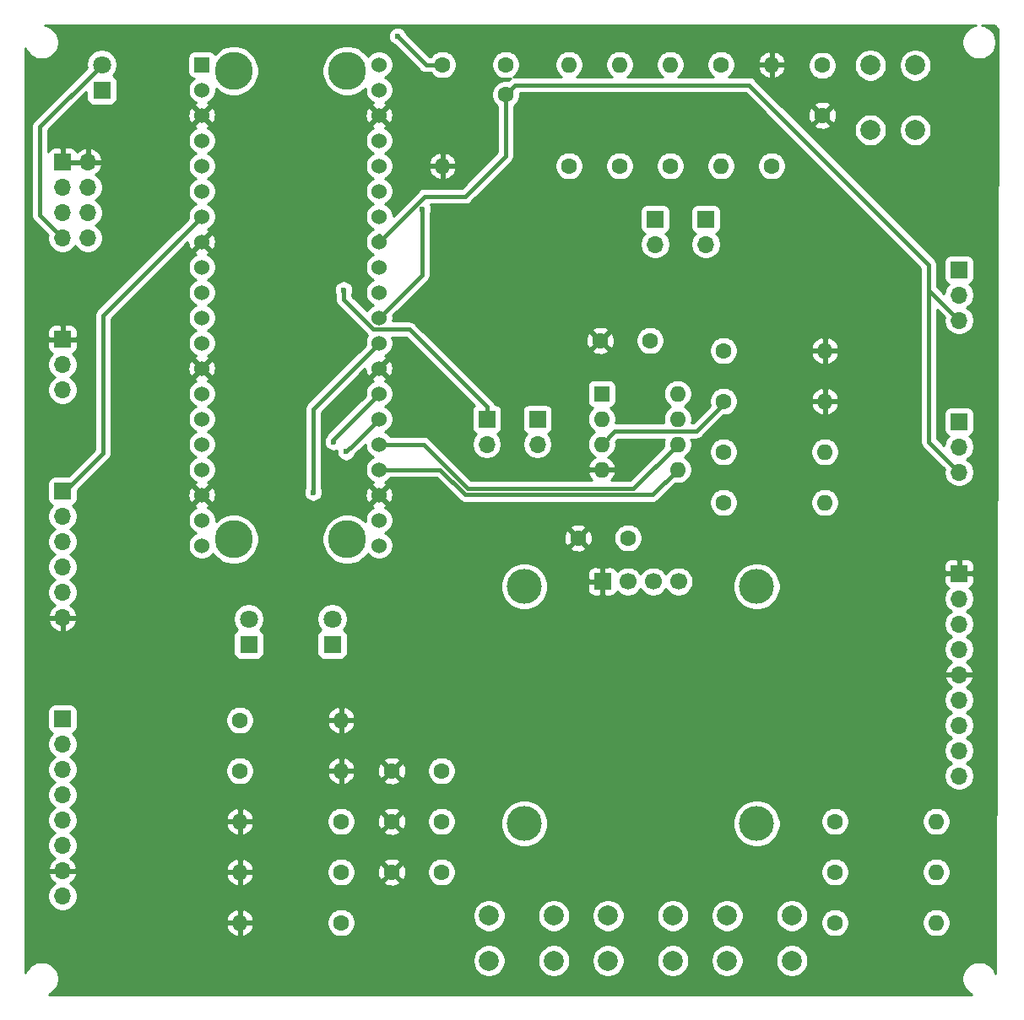
<source format=gbr>
%TF.GenerationSoftware,KiCad,Pcbnew,5.1.9-73d0e3b20d~88~ubuntu20.04.1*%
%TF.CreationDate,2021-03-02T10:16:35-05:00*%
%TF.ProjectId,kiwikit-rpi-pico,6b697769-6b69-4742-9d72-70692d706963,rev?*%
%TF.SameCoordinates,PX2faf080PY8f0d180*%
%TF.FileFunction,Copper,L2,Bot*%
%TF.FilePolarity,Positive*%
%FSLAX46Y46*%
G04 Gerber Fmt 4.6, Leading zero omitted, Abs format (unit mm)*
G04 Created by KiCad (PCBNEW 5.1.9-73d0e3b20d~88~ubuntu20.04.1) date 2021-03-02 10:16:35*
%MOMM*%
%LPD*%
G01*
G04 APERTURE LIST*
%TA.AperFunction,ComponentPad*%
%ADD10O,1.700000X1.700000*%
%TD*%
%TA.AperFunction,ComponentPad*%
%ADD11R,1.700000X1.700000*%
%TD*%
%TA.AperFunction,ComponentPad*%
%ADD12C,2.000000*%
%TD*%
%TA.AperFunction,ComponentPad*%
%ADD13O,1.600000X1.600000*%
%TD*%
%TA.AperFunction,ComponentPad*%
%ADD14C,1.600000*%
%TD*%
%TA.AperFunction,ComponentPad*%
%ADD15C,1.800000*%
%TD*%
%TA.AperFunction,ComponentPad*%
%ADD16R,1.800000X1.800000*%
%TD*%
%TA.AperFunction,ComponentPad*%
%ADD17C,3.800000*%
%TD*%
%TA.AperFunction,ComponentPad*%
%ADD18C,1.524000*%
%TD*%
%TA.AperFunction,ComponentPad*%
%ADD19R,1.524000X1.524000*%
%TD*%
%TA.AperFunction,ComponentPad*%
%ADD20R,1.600000X1.600000*%
%TD*%
%TA.AperFunction,ComponentPad*%
%ADD21C,1.700000*%
%TD*%
%TA.AperFunction,ComponentPad*%
%ADD22C,3.500000*%
%TD*%
%TA.AperFunction,ViaPad*%
%ADD23C,0.600000*%
%TD*%
%TA.AperFunction,Conductor*%
%ADD24C,0.400000*%
%TD*%
%TA.AperFunction,Conductor*%
%ADD25C,0.254000*%
%TD*%
%TA.AperFunction,Conductor*%
%ADD26C,0.100000*%
%TD*%
G04 APERTURE END LIST*
D10*
%TO.P,J5,9*%
%TO.N,/GP13_SPI1_CS*%
X94996000Y23368000D03*
%TO.P,J5,8*%
%TO.N,/GP12_SPI1_MISO*%
X94996000Y25908000D03*
%TO.P,J5,7*%
%TO.N,/GP11_SPI1_MOSI*%
X94996000Y28448000D03*
%TO.P,J5,6*%
%TO.N,/GP10_SPI1_SCK*%
X94996000Y30988000D03*
%TO.P,J5,5*%
%TO.N,GND*%
X94996000Y33528000D03*
%TO.P,J5,4*%
%TO.N,/GP9_UART1_RX*%
X94996000Y36068000D03*
%TO.P,J5,3*%
%TO.N,/GP8_UART1_TX*%
X94996000Y38608000D03*
%TO.P,J5,2*%
%TO.N,+5V*%
X94996000Y41148000D03*
D11*
%TO.P,J5,1*%
%TO.N,GND*%
X94996000Y43688000D03*
%TD*%
D10*
%TO.P,J2,3*%
%TO.N,/GP1_UART0_RX*%
X5080000Y62103000D03*
%TO.P,J2,2*%
%TO.N,/GP0_UART0_TX*%
X5080000Y64643000D03*
D11*
%TO.P,J2,1*%
%TO.N,GND*%
X5080000Y67183000D03*
%TD*%
D10*
%TO.P,J1,8*%
%TO.N,+3V3*%
X7620000Y77343000D03*
%TO.P,J1,7*%
X5080000Y77343000D03*
%TO.P,J1,6*%
%TO.N,+5V*%
X7620000Y79883000D03*
%TO.P,J1,5*%
X5080000Y79883000D03*
%TO.P,J1,4*%
%TO.N,VBUS*%
X7620000Y82423000D03*
%TO.P,J1,3*%
X5080000Y82423000D03*
%TO.P,J1,2*%
%TO.N,GND*%
X7620000Y84963000D03*
D11*
%TO.P,J1,1*%
X5080000Y84963000D03*
%TD*%
D12*
%TO.P,SW1,1*%
%TO.N,Net-(R17-Pad1)*%
X59794000Y4826000D03*
%TO.P,SW1,2*%
%TO.N,/SW1*%
X59794000Y9326000D03*
%TO.P,SW1,1*%
%TO.N,Net-(R17-Pad1)*%
X66294000Y4826000D03*
%TO.P,SW1,2*%
%TO.N,/SW1*%
X66294000Y9326000D03*
%TD*%
D13*
%TO.P,R5,2*%
%TO.N,/~RST*%
X71120000Y84582000D03*
D14*
%TO.P,R5,1*%
%TO.N,+3V3*%
X71120000Y94742000D03*
%TD*%
D13*
%TO.P,R18,2*%
%TO.N,GND*%
X22860000Y18796000D03*
D14*
%TO.P,R18,1*%
%TO.N,Net-(R18-Pad1)*%
X33020000Y18796000D03*
%TD*%
D13*
%TO.P,R17,2*%
%TO.N,GND*%
X22860000Y13716000D03*
D14*
%TO.P,R17,1*%
%TO.N,Net-(R17-Pad1)*%
X33020000Y13716000D03*
%TD*%
D13*
%TO.P,R16,2*%
%TO.N,GND*%
X22860000Y8636000D03*
D14*
%TO.P,R16,1*%
%TO.N,Net-(R16-Pad1)*%
X33020000Y8636000D03*
%TD*%
D13*
%TO.P,R15,2*%
%TO.N,GND*%
X76200000Y94742000D03*
D14*
%TO.P,R15,1*%
%TO.N,Net-(R15-Pad1)*%
X76200000Y84582000D03*
%TD*%
D13*
%TO.P,R14,2*%
%TO.N,+3V3*%
X81534000Y50800000D03*
D14*
%TO.P,R14,1*%
%TO.N,/I2C1_SDA*%
X71374000Y50800000D03*
%TD*%
D13*
%TO.P,R13,2*%
%TO.N,+3V3*%
X81534000Y55880000D03*
D14*
%TO.P,R13,1*%
%TO.N,/I2C1_SCL*%
X71374000Y55880000D03*
%TD*%
D13*
%TO.P,R12,2*%
%TO.N,GND*%
X81534000Y60960000D03*
D14*
%TO.P,R12,1*%
%TO.N,Net-(JP4-Pad2)*%
X71374000Y60960000D03*
%TD*%
D13*
%TO.P,R11,2*%
%TO.N,GND*%
X81534000Y66040000D03*
D14*
%TO.P,R11,1*%
%TO.N,Net-(JP3-Pad2)*%
X71374000Y66040000D03*
%TD*%
D13*
%TO.P,R9,2*%
%TO.N,/ADC2*%
X55880000Y94742000D03*
D14*
%TO.P,R9,1*%
%TO.N,VDDA*%
X55880000Y84582000D03*
%TD*%
D13*
%TO.P,R8,2*%
%TO.N,GND*%
X43180000Y84582000D03*
D14*
%TO.P,R8,1*%
%TO.N,Net-(D2-Pad1)*%
X43180000Y94742000D03*
%TD*%
D13*
%TO.P,R7,2*%
%TO.N,GND*%
X33020000Y28956000D03*
D14*
%TO.P,R7,1*%
%TO.N,Net-(D1-Pad1)*%
X22860000Y28956000D03*
%TD*%
D13*
%TO.P,R6,2*%
%TO.N,GND*%
X33020000Y23876000D03*
D14*
%TO.P,R6,1*%
%TO.N,Net-(D0-Pad1)*%
X22860000Y23876000D03*
%TD*%
D13*
%TO.P,R4,2*%
%TO.N,VDDA*%
X66040000Y94742000D03*
D14*
%TO.P,R4,1*%
%TO.N,Net-(JP2-Pad1)*%
X66040000Y84582000D03*
%TD*%
D13*
%TO.P,R3,2*%
%TO.N,VDDA*%
X60960000Y94742000D03*
D14*
%TO.P,R3,1*%
%TO.N,Net-(JP1-Pad1)*%
X60960000Y84582000D03*
%TD*%
D13*
%TO.P,R2,2*%
%TO.N,+3V3*%
X92710000Y18796000D03*
D14*
%TO.P,R2,1*%
%TO.N,/SW2*%
X82550000Y18796000D03*
%TD*%
D13*
%TO.P,R1,2*%
%TO.N,+3V3*%
X92710000Y13716000D03*
D14*
%TO.P,R1,1*%
%TO.N,/SW1*%
X82550000Y13716000D03*
%TD*%
D13*
%TO.P,R0,2*%
%TO.N,+3V3*%
X92710000Y8636000D03*
D14*
%TO.P,R0,1*%
%TO.N,/SW0*%
X82550000Y8636000D03*
%TD*%
D15*
%TO.P,D2,2*%
%TO.N,+3V3*%
X9017000Y94742000D03*
D16*
%TO.P,D2,1*%
%TO.N,Net-(D2-Pad1)*%
X9017000Y92202000D03*
%TD*%
D15*
%TO.P,D1,2*%
%TO.N,/LED1*%
X23749000Y39116000D03*
D16*
%TO.P,D1,1*%
%TO.N,Net-(D1-Pad1)*%
X23749000Y36576000D03*
%TD*%
D15*
%TO.P,D0,2*%
%TO.N,/LED0*%
X32131000Y39116000D03*
D16*
%TO.P,D0,1*%
%TO.N,Net-(D0-Pad1)*%
X32131000Y36576000D03*
%TD*%
D14*
%TO.P,C8,2*%
%TO.N,GND*%
X59008000Y67056000D03*
%TO.P,C8,1*%
%TO.N,+3V3*%
X64008000Y67056000D03*
%TD*%
%TO.P,C6,2*%
%TO.N,GND*%
X56785500Y47244000D03*
%TO.P,C6,1*%
%TO.N,+3V3*%
X61785500Y47244000D03*
%TD*%
%TO.P,C5,2*%
%TO.N,/~RST*%
X81280000Y94662000D03*
%TO.P,C5,1*%
%TO.N,GND*%
X81280000Y89662000D03*
%TD*%
%TO.P,C2,2*%
%TO.N,/SW2*%
X43100000Y23876000D03*
%TO.P,C2,1*%
%TO.N,GND*%
X38100000Y23876000D03*
%TD*%
%TO.P,C1,2*%
%TO.N,/SW1*%
X43100000Y18796000D03*
%TO.P,C1,1*%
%TO.N,GND*%
X38100000Y18796000D03*
%TD*%
%TO.P,C0,2*%
%TO.N,/SW0*%
X43100000Y13716000D03*
%TO.P,C0,1*%
%TO.N,GND*%
X38100000Y13716000D03*
%TD*%
D17*
%TO.P,U1,*%
%TO.N,*%
X33640000Y47112000D03*
X22240000Y47112000D03*
X33640000Y94112000D03*
X22240000Y94112000D03*
D18*
%TO.P,U1,40*%
%TO.N,VBUS*%
X36830000Y94742000D03*
%TO.P,U1,39*%
%TO.N,+5V*%
X36830000Y92202000D03*
%TO.P,U1,38*%
%TO.N,GND*%
X36830000Y89662000D03*
%TO.P,U1,37*%
%TO.N,Net-(U1-Pad37)*%
X36830000Y87122000D03*
%TO.P,U1,36*%
%TO.N,+3V3*%
X36830000Y84582000D03*
%TO.P,U1,35*%
%TO.N,VDDA*%
X36830000Y82042000D03*
%TO.P,U1,34*%
%TO.N,/ADC2*%
X36830000Y79502000D03*
%TO.P,U1,33*%
%TO.N,GNDA*%
X36830000Y76962000D03*
%TO.P,U1,32*%
%TO.N,/GP27_ADC1*%
X36830000Y74422000D03*
%TO.P,U1,31*%
%TO.N,/GP26_ADC0*%
X36830000Y71882000D03*
%TO.P,U1,30*%
%TO.N,/~RST*%
X36830000Y69342000D03*
%TO.P,U1,29*%
%TO.N,/LED1*%
X36830000Y66802000D03*
%TO.P,U1,28*%
%TO.N,GND*%
X36830000Y64262000D03*
%TO.P,U1,27*%
%TO.N,/GP21_I2C0_SCL*%
X36830000Y61722000D03*
%TO.P,U1,26*%
%TO.N,/GP20_I2C0_SDA*%
X36830000Y59182000D03*
%TO.P,U1,25*%
%TO.N,/I2C1_SCL*%
X36830000Y56642000D03*
%TO.P,U1,24*%
%TO.N,/I2C1_SDA*%
X36830000Y54102000D03*
%TO.P,U1,23*%
%TO.N,GND*%
X36830000Y51562000D03*
%TO.P,U1,22*%
%TO.N,/LED0*%
X36830000Y49022000D03*
%TO.P,U1,21*%
%TO.N,/SW2*%
X36830000Y46482000D03*
%TO.P,U1,20*%
%TO.N,/SW1*%
X19050000Y46482000D03*
%TO.P,U1,19*%
%TO.N,/SW0*%
X19050000Y49022000D03*
%TO.P,U1,18*%
%TO.N,GND*%
X19050000Y51562000D03*
%TO.P,U1,17*%
%TO.N,/GP13_SPI1_CS*%
X19050000Y54102000D03*
%TO.P,U1,16*%
%TO.N,/GP12_SPI1_MISO*%
X19050000Y56642000D03*
%TO.P,U1,15*%
%TO.N,/GP11_SPI1_MOSI*%
X19050000Y59182000D03*
%TO.P,U1,14*%
%TO.N,/GP10_SPI1_SCK*%
X19050000Y61722000D03*
%TO.P,U1,13*%
%TO.N,GND*%
X19050000Y64262000D03*
%TO.P,U1,12*%
%TO.N,/GP9_UART1_RX*%
X19050000Y66802000D03*
%TO.P,U1,11*%
%TO.N,/GP8_UART1_TX*%
X19050000Y69342000D03*
%TO.P,U1,10*%
%TO.N,/GP7_AD0*%
X19050000Y71882000D03*
%TO.P,U1,9*%
%TO.N,/GP6_INT*%
X19050000Y74422000D03*
%TO.P,U1,8*%
%TO.N,GND*%
X19050000Y76962000D03*
%TO.P,U1,7*%
%TO.N,/GP5_SPI0_CS*%
X19050000Y79502000D03*
%TO.P,U1,6*%
%TO.N,/GP4_SPI0_MISO*%
X19050000Y82042000D03*
%TO.P,U1,5*%
%TO.N,/GP3_SPI0_MOSI*%
X19050000Y84582000D03*
%TO.P,U1,4*%
%TO.N,/GP2_SPI0_SCK*%
X19050000Y87122000D03*
%TO.P,U1,3*%
%TO.N,GND*%
X19050000Y89662000D03*
%TO.P,U1,2*%
%TO.N,/GP1_UART0_RX*%
X19050000Y92202000D03*
D19*
%TO.P,U1,1*%
%TO.N,/GP0_UART0_TX*%
X19050000Y94742000D03*
%TD*%
D12*
%TO.P,SW2,1*%
%TO.N,Net-(R18-Pad1)*%
X47856000Y4826000D03*
%TO.P,SW2,2*%
%TO.N,/SW2*%
X47856000Y9326000D03*
%TO.P,SW2,1*%
%TO.N,Net-(R18-Pad1)*%
X54356000Y4826000D03*
%TO.P,SW2,2*%
%TO.N,/SW2*%
X54356000Y9326000D03*
%TD*%
%TO.P,SW0,1*%
%TO.N,Net-(R16-Pad1)*%
X71732000Y4826000D03*
%TO.P,SW0,2*%
%TO.N,/SW0*%
X71732000Y9326000D03*
%TO.P,SW0,1*%
%TO.N,Net-(R16-Pad1)*%
X78232000Y4826000D03*
%TO.P,SW0,2*%
%TO.N,/SW0*%
X78232000Y9326000D03*
%TD*%
D10*
%TO.P,JP2,2*%
%TO.N,/GP27_ADC1*%
X69596000Y76708000D03*
D11*
%TO.P,JP2,1*%
%TO.N,Net-(JP2-Pad1)*%
X69596000Y79248000D03*
%TD*%
D10*
%TO.P,JP1,2*%
%TO.N,/GP26_ADC0*%
X64516000Y76708000D03*
D11*
%TO.P,JP1,1*%
%TO.N,Net-(JP1-Pad1)*%
X64516000Y79248000D03*
%TD*%
D10*
%TO.P,J6,3*%
%TO.N,GNDA*%
X94996000Y53848000D03*
%TO.P,J6,2*%
%TO.N,/GP26_ADC0*%
X94996000Y56388000D03*
D11*
%TO.P,J6,1*%
%TO.N,VDDA*%
X94996000Y58928000D03*
%TD*%
D10*
%TO.P,J7,3*%
%TO.N,GNDA*%
X94996000Y69088000D03*
%TO.P,J7,2*%
%TO.N,/GP27_ADC1*%
X94996000Y71628000D03*
D11*
%TO.P,J7,1*%
%TO.N,VDDA*%
X94996000Y74168000D03*
%TD*%
D10*
%TO.P,J4,8*%
%TO.N,+5V*%
X5080000Y11303000D03*
%TO.P,J4,7*%
%TO.N,GND*%
X5080000Y13843000D03*
%TO.P,J4,6*%
%TO.N,/GP21_I2C0_SCL*%
X5080000Y16383000D03*
%TO.P,J4,5*%
%TO.N,/GP20_I2C0_SDA*%
X5080000Y18923000D03*
%TO.P,J4,4*%
%TO.N,/XDA*%
X5080000Y21463000D03*
%TO.P,J4,3*%
%TO.N,/XCL*%
X5080000Y24003000D03*
%TO.P,J4,2*%
%TO.N,/GP7_AD0*%
X5080000Y26543000D03*
D11*
%TO.P,J4,1*%
%TO.N,/GP6_INT*%
X5080000Y29083000D03*
%TD*%
D14*
%TO.P,R10,2*%
%TO.N,GNDA*%
X49530000Y91742000D03*
%TO.P,R10,1*%
%TO.N,/ADC2*%
X49530000Y94742000D03*
%TD*%
D10*
%TO.P,J3,6*%
%TO.N,GND*%
X5080000Y39243000D03*
%TO.P,J3,5*%
%TO.N,+5V*%
X5080000Y41783000D03*
%TO.P,J3,4*%
%TO.N,/GP4_SPI0_MISO*%
X5080000Y44323000D03*
%TO.P,J3,3*%
%TO.N,/GP3_SPI0_MOSI*%
X5080000Y46863000D03*
%TO.P,J3,2*%
%TO.N,/GP2_SPI0_SCK*%
X5080000Y49403000D03*
D11*
%TO.P,J3,1*%
%TO.N,/GP5_SPI0_CS*%
X5080000Y51943000D03*
%TD*%
D12*
%TO.P,SW5,1*%
%TO.N,Net-(R15-Pad1)*%
X90606000Y88178500D03*
%TO.P,SW5,2*%
%TO.N,/~RST*%
X86106000Y88178500D03*
%TO.P,SW5,1*%
%TO.N,Net-(R15-Pad1)*%
X90606000Y94678500D03*
%TO.P,SW5,2*%
%TO.N,/~RST*%
X86106000Y94678500D03*
%TD*%
D13*
%TO.P,U3,8*%
%TO.N,+3V3*%
X66764000Y61722000D03*
%TO.P,U3,4*%
%TO.N,GND*%
X59144000Y54102000D03*
%TO.P,U3,7*%
%TO.N,Net-(JP3-Pad2)*%
X66764000Y59182000D03*
%TO.P,U3,3*%
%TO.N,Net-(JP4-Pad2)*%
X59144000Y56642000D03*
%TO.P,U3,6*%
%TO.N,/I2C1_SCL*%
X66764000Y56642000D03*
%TO.P,U3,2*%
%TO.N,N/C*%
X59144000Y59182000D03*
%TO.P,U3,5*%
%TO.N,/I2C1_SDA*%
X66764000Y54102000D03*
D20*
%TO.P,U3,1*%
%TO.N,N/C*%
X59144000Y61722000D03*
%TD*%
D10*
%TO.P,JP3,2*%
%TO.N,Net-(JP3-Pad2)*%
X47625000Y56642000D03*
D11*
%TO.P,JP3,1*%
%TO.N,+3V3*%
X47625000Y59182000D03*
%TD*%
D10*
%TO.P,JP4,2*%
%TO.N,Net-(JP4-Pad2)*%
X52705000Y56642000D03*
D11*
%TO.P,JP4,1*%
%TO.N,+3V3*%
X52705000Y59182000D03*
%TD*%
D21*
%TO.P,U2,4*%
%TO.N,/I2C1_SDA*%
X66865500Y42880000D03*
%TO.P,U2,3*%
%TO.N,/I2C1_SCL*%
X64325500Y42880000D03*
%TO.P,U2,2*%
%TO.N,+3V3*%
X61785500Y42880000D03*
D11*
%TO.P,U2,1*%
%TO.N,GND*%
X59245500Y42880000D03*
D22*
%TO.P,U2,*%
%TO.N,*%
X74705500Y18580000D03*
X51405500Y18580000D03*
X74705500Y42380000D03*
X51405500Y42380000D03*
%TD*%
D23*
%TO.N,+3V3*%
X33274000Y72136000D03*
%TO.N,Net-(D2-Pad1)*%
X38671500Y97599500D03*
%TO.N,/~RST*%
X41148000Y80264000D03*
%TO.N,/LED1*%
X30226000Y51816000D03*
%TO.N,/GP20_I2C0_SDA*%
X33522533Y55885467D03*
%TO.N,/GP21_I2C0_SCL*%
X32258000Y56896000D03*
%TD*%
D24*
%TO.N,+3V3*%
X9017000Y94742000D02*
X2794000Y88519000D01*
X2794000Y79619000D02*
X5070000Y77343000D01*
X2794000Y88519000D02*
X2794000Y79619000D01*
X36272239Y68179999D02*
X33274000Y71178238D01*
X39877001Y68179999D02*
X36272239Y68179999D01*
X47625000Y60432000D02*
X39877001Y68179999D01*
X47625000Y59182000D02*
X47625000Y60432000D01*
X33274000Y71178238D02*
X33274000Y72136000D01*
X33274000Y72136000D02*
X33274000Y72136000D01*
%TO.N,GNDA*%
X36830000Y77470000D02*
X36830000Y76962000D01*
X94996000Y69088000D02*
X91948000Y72136000D01*
X91948000Y72390000D02*
X91948000Y56896000D01*
X91948000Y56896000D02*
X94996000Y53848000D01*
X91948000Y72136000D02*
X91948000Y72390000D01*
X36830000Y76962000D02*
X36830000Y77595002D01*
X45466000Y81534000D02*
X49530000Y85598000D01*
X49530000Y85598000D02*
X49530000Y91742000D01*
X41402000Y81534000D02*
X45466000Y81534000D01*
X36830000Y76962000D02*
X41402000Y81534000D01*
X50498000Y92710000D02*
X49530000Y91742000D01*
X73914000Y92710000D02*
X50498000Y92710000D01*
X91948000Y74676000D02*
X73914000Y92710000D01*
X91948000Y72390000D02*
X91948000Y74676000D01*
%TO.N,Net-(D2-Pad1)*%
X41529000Y94742000D02*
X38671500Y97599500D01*
X43180000Y94742000D02*
X41529000Y94742000D01*
%TO.N,Net-(JP4-Pad2)*%
X68649999Y57981999D02*
X71374000Y60706000D01*
X60483999Y57981999D02*
X68649999Y57981999D01*
X59144000Y56642000D02*
X60483999Y57981999D01*
%TO.N,/~RST*%
X41148000Y73660000D02*
X41148000Y80264000D01*
X36830000Y69342000D02*
X41148000Y73660000D01*
%TO.N,/I2C1_SCL*%
X36830000Y56642000D02*
X41275000Y56642000D01*
X41275000Y56642000D02*
X45720000Y52197000D01*
X62319000Y52197000D02*
X66764000Y56642000D01*
X45720000Y52197000D02*
X62319000Y52197000D01*
%TO.N,/I2C1_SDA*%
X36830000Y54102000D02*
X42966458Y54102000D01*
X42966458Y54102000D02*
X45471468Y51596990D01*
X64258990Y51596990D02*
X66764000Y54102000D01*
X45471468Y51596990D02*
X64258990Y51596990D01*
%TO.N,/LED1*%
X36830000Y66802000D02*
X30226000Y60198000D01*
X30226000Y60198000D02*
X30226000Y57150000D01*
X30226000Y57150000D02*
X30226000Y51816000D01*
X30226000Y51816000D02*
X30226000Y51816000D01*
%TO.N,/GP5_SPI0_CS*%
X9144000Y55753000D02*
X5080000Y51689000D01*
X19050000Y79502000D02*
X9144000Y69596000D01*
X9144000Y69596000D02*
X9144000Y61849000D01*
X9144000Y61849000D02*
X9144000Y55753000D01*
X9144000Y62357000D02*
X9144000Y61849000D01*
%TO.N,/GP20_I2C0_SDA*%
X36830000Y59182000D02*
X34290000Y56642000D01*
X34279066Y56642000D02*
X34290000Y56642000D01*
X33522533Y55885467D02*
X34279066Y56642000D01*
%TO.N,/GP21_I2C0_SCL*%
X32258000Y57150000D02*
X32258000Y56896000D01*
X36830000Y61722000D02*
X32258000Y57150000D01*
%TD*%
D25*
%TO.N,GND*%
X96493919Y98668325D02*
X96178169Y98537537D01*
X95894002Y98347663D01*
X95652337Y98105998D01*
X95462463Y97821831D01*
X95331675Y97506081D01*
X95265000Y97170883D01*
X95265000Y96829117D01*
X95331675Y96493919D01*
X95462463Y96178169D01*
X95652337Y95894002D01*
X95894002Y95652337D01*
X96178169Y95462463D01*
X96493919Y95331675D01*
X96829117Y95265000D01*
X97170883Y95265000D01*
X97506081Y95331675D01*
X97821831Y95462463D01*
X98105998Y95652337D01*
X98347663Y95894002D01*
X98537537Y96178169D01*
X98668325Y96493919D01*
X98735000Y96829117D01*
X98735000Y97170883D01*
X98668325Y97506081D01*
X98537537Y97821831D01*
X98347663Y98105998D01*
X98105998Y98347663D01*
X97821831Y98537537D01*
X97506081Y98668325D01*
X97311649Y98707000D01*
X98507608Y98707000D01*
X98611214Y98622501D01*
X98895673Y98278649D01*
X98921428Y98231015D01*
X98674666Y3474200D01*
X98668325Y3506081D01*
X98537537Y3821831D01*
X98347663Y4105998D01*
X98105998Y4347663D01*
X97821831Y4537537D01*
X97506081Y4668325D01*
X97170883Y4735000D01*
X96829117Y4735000D01*
X96493919Y4668325D01*
X96178169Y4537537D01*
X95894002Y4347663D01*
X95652337Y4105998D01*
X95462463Y3821831D01*
X95331675Y3506081D01*
X95265000Y3170883D01*
X95265000Y2829117D01*
X95331675Y2493919D01*
X95462463Y2178169D01*
X95652337Y1894002D01*
X95894002Y1652337D01*
X96178169Y1462463D01*
X96268613Y1425000D01*
X3731387Y1425000D01*
X3821831Y1462463D01*
X4105998Y1652337D01*
X4347663Y1894002D01*
X4537537Y2178169D01*
X4668325Y2493919D01*
X4735000Y2829117D01*
X4735000Y3170883D01*
X4668325Y3506081D01*
X4537537Y3821831D01*
X4347663Y4105998D01*
X4105998Y4347663D01*
X3821831Y4537537D01*
X3506081Y4668325D01*
X3170883Y4735000D01*
X2829117Y4735000D01*
X2493919Y4668325D01*
X2178169Y4537537D01*
X1894002Y4347663D01*
X1652337Y4105998D01*
X1462463Y3821831D01*
X1387000Y3639647D01*
X1387000Y4987033D01*
X46221000Y4987033D01*
X46221000Y4664967D01*
X46283832Y4349088D01*
X46407082Y4051537D01*
X46586013Y3783748D01*
X46813748Y3556013D01*
X47081537Y3377082D01*
X47379088Y3253832D01*
X47694967Y3191000D01*
X48017033Y3191000D01*
X48332912Y3253832D01*
X48630463Y3377082D01*
X48898252Y3556013D01*
X49125987Y3783748D01*
X49304918Y4051537D01*
X49428168Y4349088D01*
X49491000Y4664967D01*
X49491000Y4987033D01*
X52721000Y4987033D01*
X52721000Y4664967D01*
X52783832Y4349088D01*
X52907082Y4051537D01*
X53086013Y3783748D01*
X53313748Y3556013D01*
X53581537Y3377082D01*
X53879088Y3253832D01*
X54194967Y3191000D01*
X54517033Y3191000D01*
X54832912Y3253832D01*
X55130463Y3377082D01*
X55398252Y3556013D01*
X55625987Y3783748D01*
X55804918Y4051537D01*
X55928168Y4349088D01*
X55991000Y4664967D01*
X55991000Y4987033D01*
X58159000Y4987033D01*
X58159000Y4664967D01*
X58221832Y4349088D01*
X58345082Y4051537D01*
X58524013Y3783748D01*
X58751748Y3556013D01*
X59019537Y3377082D01*
X59317088Y3253832D01*
X59632967Y3191000D01*
X59955033Y3191000D01*
X60270912Y3253832D01*
X60568463Y3377082D01*
X60836252Y3556013D01*
X61063987Y3783748D01*
X61242918Y4051537D01*
X61366168Y4349088D01*
X61429000Y4664967D01*
X61429000Y4987033D01*
X64659000Y4987033D01*
X64659000Y4664967D01*
X64721832Y4349088D01*
X64845082Y4051537D01*
X65024013Y3783748D01*
X65251748Y3556013D01*
X65519537Y3377082D01*
X65817088Y3253832D01*
X66132967Y3191000D01*
X66455033Y3191000D01*
X66770912Y3253832D01*
X67068463Y3377082D01*
X67336252Y3556013D01*
X67563987Y3783748D01*
X67742918Y4051537D01*
X67866168Y4349088D01*
X67929000Y4664967D01*
X67929000Y4987033D01*
X70097000Y4987033D01*
X70097000Y4664967D01*
X70159832Y4349088D01*
X70283082Y4051537D01*
X70462013Y3783748D01*
X70689748Y3556013D01*
X70957537Y3377082D01*
X71255088Y3253832D01*
X71570967Y3191000D01*
X71893033Y3191000D01*
X72208912Y3253832D01*
X72506463Y3377082D01*
X72774252Y3556013D01*
X73001987Y3783748D01*
X73180918Y4051537D01*
X73304168Y4349088D01*
X73367000Y4664967D01*
X73367000Y4987033D01*
X76597000Y4987033D01*
X76597000Y4664967D01*
X76659832Y4349088D01*
X76783082Y4051537D01*
X76962013Y3783748D01*
X77189748Y3556013D01*
X77457537Y3377082D01*
X77755088Y3253832D01*
X78070967Y3191000D01*
X78393033Y3191000D01*
X78708912Y3253832D01*
X79006463Y3377082D01*
X79274252Y3556013D01*
X79501987Y3783748D01*
X79680918Y4051537D01*
X79804168Y4349088D01*
X79867000Y4664967D01*
X79867000Y4987033D01*
X79804168Y5302912D01*
X79680918Y5600463D01*
X79501987Y5868252D01*
X79274252Y6095987D01*
X79006463Y6274918D01*
X78708912Y6398168D01*
X78393033Y6461000D01*
X78070967Y6461000D01*
X77755088Y6398168D01*
X77457537Y6274918D01*
X77189748Y6095987D01*
X76962013Y5868252D01*
X76783082Y5600463D01*
X76659832Y5302912D01*
X76597000Y4987033D01*
X73367000Y4987033D01*
X73304168Y5302912D01*
X73180918Y5600463D01*
X73001987Y5868252D01*
X72774252Y6095987D01*
X72506463Y6274918D01*
X72208912Y6398168D01*
X71893033Y6461000D01*
X71570967Y6461000D01*
X71255088Y6398168D01*
X70957537Y6274918D01*
X70689748Y6095987D01*
X70462013Y5868252D01*
X70283082Y5600463D01*
X70159832Y5302912D01*
X70097000Y4987033D01*
X67929000Y4987033D01*
X67866168Y5302912D01*
X67742918Y5600463D01*
X67563987Y5868252D01*
X67336252Y6095987D01*
X67068463Y6274918D01*
X66770912Y6398168D01*
X66455033Y6461000D01*
X66132967Y6461000D01*
X65817088Y6398168D01*
X65519537Y6274918D01*
X65251748Y6095987D01*
X65024013Y5868252D01*
X64845082Y5600463D01*
X64721832Y5302912D01*
X64659000Y4987033D01*
X61429000Y4987033D01*
X61366168Y5302912D01*
X61242918Y5600463D01*
X61063987Y5868252D01*
X60836252Y6095987D01*
X60568463Y6274918D01*
X60270912Y6398168D01*
X59955033Y6461000D01*
X59632967Y6461000D01*
X59317088Y6398168D01*
X59019537Y6274918D01*
X58751748Y6095987D01*
X58524013Y5868252D01*
X58345082Y5600463D01*
X58221832Y5302912D01*
X58159000Y4987033D01*
X55991000Y4987033D01*
X55928168Y5302912D01*
X55804918Y5600463D01*
X55625987Y5868252D01*
X55398252Y6095987D01*
X55130463Y6274918D01*
X54832912Y6398168D01*
X54517033Y6461000D01*
X54194967Y6461000D01*
X53879088Y6398168D01*
X53581537Y6274918D01*
X53313748Y6095987D01*
X53086013Y5868252D01*
X52907082Y5600463D01*
X52783832Y5302912D01*
X52721000Y4987033D01*
X49491000Y4987033D01*
X49428168Y5302912D01*
X49304918Y5600463D01*
X49125987Y5868252D01*
X48898252Y6095987D01*
X48630463Y6274918D01*
X48332912Y6398168D01*
X48017033Y6461000D01*
X47694967Y6461000D01*
X47379088Y6398168D01*
X47081537Y6274918D01*
X46813748Y6095987D01*
X46586013Y5868252D01*
X46407082Y5600463D01*
X46283832Y5302912D01*
X46221000Y4987033D01*
X1387000Y4987033D01*
X1387000Y8286961D01*
X21468096Y8286961D01*
X21508754Y8152913D01*
X21628963Y7898580D01*
X21796481Y7672586D01*
X22004869Y7483615D01*
X22246119Y7338930D01*
X22510960Y7244091D01*
X22733000Y7365376D01*
X22733000Y8509000D01*
X22987000Y8509000D01*
X22987000Y7365376D01*
X23209040Y7244091D01*
X23473881Y7338930D01*
X23715131Y7483615D01*
X23923519Y7672586D01*
X24091037Y7898580D01*
X24211246Y8152913D01*
X24251904Y8286961D01*
X24129915Y8509000D01*
X22987000Y8509000D01*
X22733000Y8509000D01*
X21590085Y8509000D01*
X21468096Y8286961D01*
X1387000Y8286961D01*
X1387000Y8985039D01*
X21468096Y8985039D01*
X21590085Y8763000D01*
X22733000Y8763000D01*
X22733000Y9906624D01*
X22987000Y9906624D01*
X22987000Y8763000D01*
X24129915Y8763000D01*
X24137790Y8777335D01*
X31585000Y8777335D01*
X31585000Y8494665D01*
X31640147Y8217426D01*
X31748320Y7956273D01*
X31905363Y7721241D01*
X32105241Y7521363D01*
X32340273Y7364320D01*
X32601426Y7256147D01*
X32878665Y7201000D01*
X33161335Y7201000D01*
X33438574Y7256147D01*
X33699727Y7364320D01*
X33934759Y7521363D01*
X34134637Y7721241D01*
X34291680Y7956273D01*
X34399853Y8217426D01*
X34455000Y8494665D01*
X34455000Y8777335D01*
X34399853Y9054574D01*
X34291680Y9315727D01*
X34177218Y9487033D01*
X46221000Y9487033D01*
X46221000Y9164967D01*
X46283832Y8849088D01*
X46407082Y8551537D01*
X46586013Y8283748D01*
X46813748Y8056013D01*
X47081537Y7877082D01*
X47379088Y7753832D01*
X47694967Y7691000D01*
X48017033Y7691000D01*
X48332912Y7753832D01*
X48630463Y7877082D01*
X48898252Y8056013D01*
X49125987Y8283748D01*
X49304918Y8551537D01*
X49428168Y8849088D01*
X49491000Y9164967D01*
X49491000Y9487033D01*
X52721000Y9487033D01*
X52721000Y9164967D01*
X52783832Y8849088D01*
X52907082Y8551537D01*
X53086013Y8283748D01*
X53313748Y8056013D01*
X53581537Y7877082D01*
X53879088Y7753832D01*
X54194967Y7691000D01*
X54517033Y7691000D01*
X54832912Y7753832D01*
X55130463Y7877082D01*
X55398252Y8056013D01*
X55625987Y8283748D01*
X55804918Y8551537D01*
X55928168Y8849088D01*
X55991000Y9164967D01*
X55991000Y9487033D01*
X58159000Y9487033D01*
X58159000Y9164967D01*
X58221832Y8849088D01*
X58345082Y8551537D01*
X58524013Y8283748D01*
X58751748Y8056013D01*
X59019537Y7877082D01*
X59317088Y7753832D01*
X59632967Y7691000D01*
X59955033Y7691000D01*
X60270912Y7753832D01*
X60568463Y7877082D01*
X60836252Y8056013D01*
X61063987Y8283748D01*
X61242918Y8551537D01*
X61366168Y8849088D01*
X61429000Y9164967D01*
X61429000Y9487033D01*
X64659000Y9487033D01*
X64659000Y9164967D01*
X64721832Y8849088D01*
X64845082Y8551537D01*
X65024013Y8283748D01*
X65251748Y8056013D01*
X65519537Y7877082D01*
X65817088Y7753832D01*
X66132967Y7691000D01*
X66455033Y7691000D01*
X66770912Y7753832D01*
X67068463Y7877082D01*
X67336252Y8056013D01*
X67563987Y8283748D01*
X67742918Y8551537D01*
X67866168Y8849088D01*
X67929000Y9164967D01*
X67929000Y9487033D01*
X70097000Y9487033D01*
X70097000Y9164967D01*
X70159832Y8849088D01*
X70283082Y8551537D01*
X70462013Y8283748D01*
X70689748Y8056013D01*
X70957537Y7877082D01*
X71255088Y7753832D01*
X71570967Y7691000D01*
X71893033Y7691000D01*
X72208912Y7753832D01*
X72506463Y7877082D01*
X72774252Y8056013D01*
X73001987Y8283748D01*
X73180918Y8551537D01*
X73304168Y8849088D01*
X73367000Y9164967D01*
X73367000Y9487033D01*
X76597000Y9487033D01*
X76597000Y9164967D01*
X76659832Y8849088D01*
X76783082Y8551537D01*
X76962013Y8283748D01*
X77189748Y8056013D01*
X77457537Y7877082D01*
X77755088Y7753832D01*
X78070967Y7691000D01*
X78393033Y7691000D01*
X78708912Y7753832D01*
X79006463Y7877082D01*
X79274252Y8056013D01*
X79501987Y8283748D01*
X79680918Y8551537D01*
X79774446Y8777335D01*
X81115000Y8777335D01*
X81115000Y8494665D01*
X81170147Y8217426D01*
X81278320Y7956273D01*
X81435363Y7721241D01*
X81635241Y7521363D01*
X81870273Y7364320D01*
X82131426Y7256147D01*
X82408665Y7201000D01*
X82691335Y7201000D01*
X82968574Y7256147D01*
X83229727Y7364320D01*
X83464759Y7521363D01*
X83664637Y7721241D01*
X83821680Y7956273D01*
X83929853Y8217426D01*
X83985000Y8494665D01*
X83985000Y8777335D01*
X91275000Y8777335D01*
X91275000Y8494665D01*
X91330147Y8217426D01*
X91438320Y7956273D01*
X91595363Y7721241D01*
X91795241Y7521363D01*
X92030273Y7364320D01*
X92291426Y7256147D01*
X92568665Y7201000D01*
X92851335Y7201000D01*
X93128574Y7256147D01*
X93389727Y7364320D01*
X93624759Y7521363D01*
X93824637Y7721241D01*
X93981680Y7956273D01*
X94089853Y8217426D01*
X94145000Y8494665D01*
X94145000Y8777335D01*
X94089853Y9054574D01*
X93981680Y9315727D01*
X93824637Y9550759D01*
X93624759Y9750637D01*
X93389727Y9907680D01*
X93128574Y10015853D01*
X92851335Y10071000D01*
X92568665Y10071000D01*
X92291426Y10015853D01*
X92030273Y9907680D01*
X91795241Y9750637D01*
X91595363Y9550759D01*
X91438320Y9315727D01*
X91330147Y9054574D01*
X91275000Y8777335D01*
X83985000Y8777335D01*
X83929853Y9054574D01*
X83821680Y9315727D01*
X83664637Y9550759D01*
X83464759Y9750637D01*
X83229727Y9907680D01*
X82968574Y10015853D01*
X82691335Y10071000D01*
X82408665Y10071000D01*
X82131426Y10015853D01*
X81870273Y9907680D01*
X81635241Y9750637D01*
X81435363Y9550759D01*
X81278320Y9315727D01*
X81170147Y9054574D01*
X81115000Y8777335D01*
X79774446Y8777335D01*
X79804168Y8849088D01*
X79867000Y9164967D01*
X79867000Y9487033D01*
X79804168Y9802912D01*
X79680918Y10100463D01*
X79501987Y10368252D01*
X79274252Y10595987D01*
X79006463Y10774918D01*
X78708912Y10898168D01*
X78393033Y10961000D01*
X78070967Y10961000D01*
X77755088Y10898168D01*
X77457537Y10774918D01*
X77189748Y10595987D01*
X76962013Y10368252D01*
X76783082Y10100463D01*
X76659832Y9802912D01*
X76597000Y9487033D01*
X73367000Y9487033D01*
X73304168Y9802912D01*
X73180918Y10100463D01*
X73001987Y10368252D01*
X72774252Y10595987D01*
X72506463Y10774918D01*
X72208912Y10898168D01*
X71893033Y10961000D01*
X71570967Y10961000D01*
X71255088Y10898168D01*
X70957537Y10774918D01*
X70689748Y10595987D01*
X70462013Y10368252D01*
X70283082Y10100463D01*
X70159832Y9802912D01*
X70097000Y9487033D01*
X67929000Y9487033D01*
X67866168Y9802912D01*
X67742918Y10100463D01*
X67563987Y10368252D01*
X67336252Y10595987D01*
X67068463Y10774918D01*
X66770912Y10898168D01*
X66455033Y10961000D01*
X66132967Y10961000D01*
X65817088Y10898168D01*
X65519537Y10774918D01*
X65251748Y10595987D01*
X65024013Y10368252D01*
X64845082Y10100463D01*
X64721832Y9802912D01*
X64659000Y9487033D01*
X61429000Y9487033D01*
X61366168Y9802912D01*
X61242918Y10100463D01*
X61063987Y10368252D01*
X60836252Y10595987D01*
X60568463Y10774918D01*
X60270912Y10898168D01*
X59955033Y10961000D01*
X59632967Y10961000D01*
X59317088Y10898168D01*
X59019537Y10774918D01*
X58751748Y10595987D01*
X58524013Y10368252D01*
X58345082Y10100463D01*
X58221832Y9802912D01*
X58159000Y9487033D01*
X55991000Y9487033D01*
X55928168Y9802912D01*
X55804918Y10100463D01*
X55625987Y10368252D01*
X55398252Y10595987D01*
X55130463Y10774918D01*
X54832912Y10898168D01*
X54517033Y10961000D01*
X54194967Y10961000D01*
X53879088Y10898168D01*
X53581537Y10774918D01*
X53313748Y10595987D01*
X53086013Y10368252D01*
X52907082Y10100463D01*
X52783832Y9802912D01*
X52721000Y9487033D01*
X49491000Y9487033D01*
X49428168Y9802912D01*
X49304918Y10100463D01*
X49125987Y10368252D01*
X48898252Y10595987D01*
X48630463Y10774918D01*
X48332912Y10898168D01*
X48017033Y10961000D01*
X47694967Y10961000D01*
X47379088Y10898168D01*
X47081537Y10774918D01*
X46813748Y10595987D01*
X46586013Y10368252D01*
X46407082Y10100463D01*
X46283832Y9802912D01*
X46221000Y9487033D01*
X34177218Y9487033D01*
X34134637Y9550759D01*
X33934759Y9750637D01*
X33699727Y9907680D01*
X33438574Y10015853D01*
X33161335Y10071000D01*
X32878665Y10071000D01*
X32601426Y10015853D01*
X32340273Y9907680D01*
X32105241Y9750637D01*
X31905363Y9550759D01*
X31748320Y9315727D01*
X31640147Y9054574D01*
X31585000Y8777335D01*
X24137790Y8777335D01*
X24251904Y8985039D01*
X24211246Y9119087D01*
X24091037Y9373420D01*
X23923519Y9599414D01*
X23715131Y9788385D01*
X23473881Y9933070D01*
X23209040Y10027909D01*
X22987000Y9906624D01*
X22733000Y9906624D01*
X22510960Y10027909D01*
X22246119Y9933070D01*
X22004869Y9788385D01*
X21796481Y9599414D01*
X21628963Y9373420D01*
X21508754Y9119087D01*
X21468096Y8985039D01*
X1387000Y8985039D01*
X1387000Y11449260D01*
X3595000Y11449260D01*
X3595000Y11156740D01*
X3652068Y10869842D01*
X3764010Y10599589D01*
X3926525Y10356368D01*
X4133368Y10149525D01*
X4376589Y9987010D01*
X4646842Y9875068D01*
X4933740Y9818000D01*
X5226260Y9818000D01*
X5513158Y9875068D01*
X5783411Y9987010D01*
X6026632Y10149525D01*
X6233475Y10356368D01*
X6395990Y10599589D01*
X6507932Y10869842D01*
X6565000Y11156740D01*
X6565000Y11449260D01*
X6507932Y11736158D01*
X6395990Y12006411D01*
X6233475Y12249632D01*
X6026632Y12456475D01*
X5844466Y12578195D01*
X5961355Y12647822D01*
X6177588Y12842731D01*
X6351641Y13076080D01*
X6476825Y13338901D01*
X6485336Y13366961D01*
X21468096Y13366961D01*
X21508754Y13232913D01*
X21628963Y12978580D01*
X21796481Y12752586D01*
X22004869Y12563615D01*
X22246119Y12418930D01*
X22510960Y12324091D01*
X22733000Y12445376D01*
X22733000Y13589000D01*
X22987000Y13589000D01*
X22987000Y12445376D01*
X23209040Y12324091D01*
X23473881Y12418930D01*
X23715131Y12563615D01*
X23923519Y12752586D01*
X24091037Y12978580D01*
X24211246Y13232913D01*
X24251904Y13366961D01*
X24129915Y13589000D01*
X22987000Y13589000D01*
X22733000Y13589000D01*
X21590085Y13589000D01*
X21468096Y13366961D01*
X6485336Y13366961D01*
X6521476Y13486110D01*
X6400155Y13716000D01*
X5207000Y13716000D01*
X5207000Y13696000D01*
X4953000Y13696000D01*
X4953000Y13716000D01*
X3759845Y13716000D01*
X3638524Y13486110D01*
X3683175Y13338901D01*
X3808359Y13076080D01*
X3982412Y12842731D01*
X4198645Y12647822D01*
X4315534Y12578195D01*
X4133368Y12456475D01*
X3926525Y12249632D01*
X3764010Y12006411D01*
X3652068Y11736158D01*
X3595000Y11449260D01*
X1387000Y11449260D01*
X1387000Y29933000D01*
X3591928Y29933000D01*
X3591928Y28233000D01*
X3604188Y28108518D01*
X3640498Y27988820D01*
X3699463Y27878506D01*
X3778815Y27781815D01*
X3875506Y27702463D01*
X3985820Y27643498D01*
X4058380Y27621487D01*
X3926525Y27489632D01*
X3764010Y27246411D01*
X3652068Y26976158D01*
X3595000Y26689260D01*
X3595000Y26396740D01*
X3652068Y26109842D01*
X3764010Y25839589D01*
X3926525Y25596368D01*
X4133368Y25389525D01*
X4307760Y25273000D01*
X4133368Y25156475D01*
X3926525Y24949632D01*
X3764010Y24706411D01*
X3652068Y24436158D01*
X3595000Y24149260D01*
X3595000Y23856740D01*
X3652068Y23569842D01*
X3764010Y23299589D01*
X3926525Y23056368D01*
X4133368Y22849525D01*
X4307760Y22733000D01*
X4133368Y22616475D01*
X3926525Y22409632D01*
X3764010Y22166411D01*
X3652068Y21896158D01*
X3595000Y21609260D01*
X3595000Y21316740D01*
X3652068Y21029842D01*
X3764010Y20759589D01*
X3926525Y20516368D01*
X4133368Y20309525D01*
X4307760Y20193000D01*
X4133368Y20076475D01*
X3926525Y19869632D01*
X3764010Y19626411D01*
X3652068Y19356158D01*
X3595000Y19069260D01*
X3595000Y18776740D01*
X3652068Y18489842D01*
X3764010Y18219589D01*
X3926525Y17976368D01*
X4133368Y17769525D01*
X4307760Y17653000D01*
X4133368Y17536475D01*
X3926525Y17329632D01*
X3764010Y17086411D01*
X3652068Y16816158D01*
X3595000Y16529260D01*
X3595000Y16236740D01*
X3652068Y15949842D01*
X3764010Y15679589D01*
X3926525Y15436368D01*
X4133368Y15229525D01*
X4315534Y15107805D01*
X4198645Y15038178D01*
X3982412Y14843269D01*
X3808359Y14609920D01*
X3683175Y14347099D01*
X3638524Y14199890D01*
X3759845Y13970000D01*
X4953000Y13970000D01*
X4953000Y13990000D01*
X5207000Y13990000D01*
X5207000Y13970000D01*
X6400155Y13970000D01*
X6450310Y14065039D01*
X21468096Y14065039D01*
X21590085Y13843000D01*
X22733000Y13843000D01*
X22733000Y14986624D01*
X22987000Y14986624D01*
X22987000Y13843000D01*
X24129915Y13843000D01*
X24137790Y13857335D01*
X31585000Y13857335D01*
X31585000Y13574665D01*
X31640147Y13297426D01*
X31748320Y13036273D01*
X31905363Y12801241D01*
X32105241Y12601363D01*
X32340273Y12444320D01*
X32601426Y12336147D01*
X32878665Y12281000D01*
X33161335Y12281000D01*
X33438574Y12336147D01*
X33699727Y12444320D01*
X33934759Y12601363D01*
X34056694Y12723298D01*
X37286903Y12723298D01*
X37358486Y12479329D01*
X37613996Y12358429D01*
X37888184Y12289700D01*
X38170512Y12275783D01*
X38450130Y12317213D01*
X38716292Y12412397D01*
X38841514Y12479329D01*
X38913097Y12723298D01*
X38100000Y13536395D01*
X37286903Y12723298D01*
X34056694Y12723298D01*
X34134637Y12801241D01*
X34291680Y13036273D01*
X34399853Y13297426D01*
X34455000Y13574665D01*
X34455000Y13645488D01*
X36659783Y13645488D01*
X36701213Y13365870D01*
X36796397Y13099708D01*
X36863329Y12974486D01*
X37107298Y12902903D01*
X37920395Y13716000D01*
X38279605Y13716000D01*
X39092702Y12902903D01*
X39336671Y12974486D01*
X39457571Y13229996D01*
X39526300Y13504184D01*
X39540217Y13786512D01*
X39529724Y13857335D01*
X41665000Y13857335D01*
X41665000Y13574665D01*
X41720147Y13297426D01*
X41828320Y13036273D01*
X41985363Y12801241D01*
X42185241Y12601363D01*
X42420273Y12444320D01*
X42681426Y12336147D01*
X42958665Y12281000D01*
X43241335Y12281000D01*
X43518574Y12336147D01*
X43779727Y12444320D01*
X44014759Y12601363D01*
X44214637Y12801241D01*
X44371680Y13036273D01*
X44479853Y13297426D01*
X44535000Y13574665D01*
X44535000Y13857335D01*
X81115000Y13857335D01*
X81115000Y13574665D01*
X81170147Y13297426D01*
X81278320Y13036273D01*
X81435363Y12801241D01*
X81635241Y12601363D01*
X81870273Y12444320D01*
X82131426Y12336147D01*
X82408665Y12281000D01*
X82691335Y12281000D01*
X82968574Y12336147D01*
X83229727Y12444320D01*
X83464759Y12601363D01*
X83664637Y12801241D01*
X83821680Y13036273D01*
X83929853Y13297426D01*
X83985000Y13574665D01*
X83985000Y13857335D01*
X91275000Y13857335D01*
X91275000Y13574665D01*
X91330147Y13297426D01*
X91438320Y13036273D01*
X91595363Y12801241D01*
X91795241Y12601363D01*
X92030273Y12444320D01*
X92291426Y12336147D01*
X92568665Y12281000D01*
X92851335Y12281000D01*
X93128574Y12336147D01*
X93389727Y12444320D01*
X93624759Y12601363D01*
X93824637Y12801241D01*
X93981680Y13036273D01*
X94089853Y13297426D01*
X94145000Y13574665D01*
X94145000Y13857335D01*
X94089853Y14134574D01*
X93981680Y14395727D01*
X93824637Y14630759D01*
X93624759Y14830637D01*
X93389727Y14987680D01*
X93128574Y15095853D01*
X92851335Y15151000D01*
X92568665Y15151000D01*
X92291426Y15095853D01*
X92030273Y14987680D01*
X91795241Y14830637D01*
X91595363Y14630759D01*
X91438320Y14395727D01*
X91330147Y14134574D01*
X91275000Y13857335D01*
X83985000Y13857335D01*
X83929853Y14134574D01*
X83821680Y14395727D01*
X83664637Y14630759D01*
X83464759Y14830637D01*
X83229727Y14987680D01*
X82968574Y15095853D01*
X82691335Y15151000D01*
X82408665Y15151000D01*
X82131426Y15095853D01*
X81870273Y14987680D01*
X81635241Y14830637D01*
X81435363Y14630759D01*
X81278320Y14395727D01*
X81170147Y14134574D01*
X81115000Y13857335D01*
X44535000Y13857335D01*
X44479853Y14134574D01*
X44371680Y14395727D01*
X44214637Y14630759D01*
X44014759Y14830637D01*
X43779727Y14987680D01*
X43518574Y15095853D01*
X43241335Y15151000D01*
X42958665Y15151000D01*
X42681426Y15095853D01*
X42420273Y14987680D01*
X42185241Y14830637D01*
X41985363Y14630759D01*
X41828320Y14395727D01*
X41720147Y14134574D01*
X41665000Y13857335D01*
X39529724Y13857335D01*
X39498787Y14066130D01*
X39403603Y14332292D01*
X39336671Y14457514D01*
X39092702Y14529097D01*
X38279605Y13716000D01*
X37920395Y13716000D01*
X37107298Y14529097D01*
X36863329Y14457514D01*
X36742429Y14202004D01*
X36673700Y13927816D01*
X36659783Y13645488D01*
X34455000Y13645488D01*
X34455000Y13857335D01*
X34399853Y14134574D01*
X34291680Y14395727D01*
X34134637Y14630759D01*
X34056694Y14708702D01*
X37286903Y14708702D01*
X38100000Y13895605D01*
X38913097Y14708702D01*
X38841514Y14952671D01*
X38586004Y15073571D01*
X38311816Y15142300D01*
X38029488Y15156217D01*
X37749870Y15114787D01*
X37483708Y15019603D01*
X37358486Y14952671D01*
X37286903Y14708702D01*
X34056694Y14708702D01*
X33934759Y14830637D01*
X33699727Y14987680D01*
X33438574Y15095853D01*
X33161335Y15151000D01*
X32878665Y15151000D01*
X32601426Y15095853D01*
X32340273Y14987680D01*
X32105241Y14830637D01*
X31905363Y14630759D01*
X31748320Y14395727D01*
X31640147Y14134574D01*
X31585000Y13857335D01*
X24137790Y13857335D01*
X24251904Y14065039D01*
X24211246Y14199087D01*
X24091037Y14453420D01*
X23923519Y14679414D01*
X23715131Y14868385D01*
X23473881Y15013070D01*
X23209040Y15107909D01*
X22987000Y14986624D01*
X22733000Y14986624D01*
X22510960Y15107909D01*
X22246119Y15013070D01*
X22004869Y14868385D01*
X21796481Y14679414D01*
X21628963Y14453420D01*
X21508754Y14199087D01*
X21468096Y14065039D01*
X6450310Y14065039D01*
X6521476Y14199890D01*
X6476825Y14347099D01*
X6351641Y14609920D01*
X6177588Y14843269D01*
X5961355Y15038178D01*
X5844466Y15107805D01*
X6026632Y15229525D01*
X6233475Y15436368D01*
X6395990Y15679589D01*
X6507932Y15949842D01*
X6565000Y16236740D01*
X6565000Y16529260D01*
X6507932Y16816158D01*
X6395990Y17086411D01*
X6233475Y17329632D01*
X6026632Y17536475D01*
X5852240Y17653000D01*
X6026632Y17769525D01*
X6233475Y17976368D01*
X6395990Y18219589D01*
X6490170Y18446961D01*
X21468096Y18446961D01*
X21508754Y18312913D01*
X21628963Y18058580D01*
X21796481Y17832586D01*
X22004869Y17643615D01*
X22246119Y17498930D01*
X22510960Y17404091D01*
X22733000Y17525376D01*
X22733000Y18669000D01*
X22987000Y18669000D01*
X22987000Y17525376D01*
X23209040Y17404091D01*
X23473881Y17498930D01*
X23715131Y17643615D01*
X23923519Y17832586D01*
X24091037Y18058580D01*
X24211246Y18312913D01*
X24251904Y18446961D01*
X24129915Y18669000D01*
X22987000Y18669000D01*
X22733000Y18669000D01*
X21590085Y18669000D01*
X21468096Y18446961D01*
X6490170Y18446961D01*
X6507932Y18489842D01*
X6565000Y18776740D01*
X6565000Y19069260D01*
X6549927Y19145039D01*
X21468096Y19145039D01*
X21590085Y18923000D01*
X22733000Y18923000D01*
X22733000Y20066624D01*
X22987000Y20066624D01*
X22987000Y18923000D01*
X24129915Y18923000D01*
X24137790Y18937335D01*
X31585000Y18937335D01*
X31585000Y18654665D01*
X31640147Y18377426D01*
X31748320Y18116273D01*
X31905363Y17881241D01*
X32105241Y17681363D01*
X32340273Y17524320D01*
X32601426Y17416147D01*
X32878665Y17361000D01*
X33161335Y17361000D01*
X33438574Y17416147D01*
X33699727Y17524320D01*
X33934759Y17681363D01*
X34056694Y17803298D01*
X37286903Y17803298D01*
X37358486Y17559329D01*
X37613996Y17438429D01*
X37888184Y17369700D01*
X38170512Y17355783D01*
X38450130Y17397213D01*
X38716292Y17492397D01*
X38841514Y17559329D01*
X38913097Y17803298D01*
X38100000Y18616395D01*
X37286903Y17803298D01*
X34056694Y17803298D01*
X34134637Y17881241D01*
X34291680Y18116273D01*
X34399853Y18377426D01*
X34455000Y18654665D01*
X34455000Y18725488D01*
X36659783Y18725488D01*
X36701213Y18445870D01*
X36796397Y18179708D01*
X36863329Y18054486D01*
X37107298Y17982903D01*
X37920395Y18796000D01*
X38279605Y18796000D01*
X39092702Y17982903D01*
X39336671Y18054486D01*
X39457571Y18309996D01*
X39526300Y18584184D01*
X39540217Y18866512D01*
X39529724Y18937335D01*
X41665000Y18937335D01*
X41665000Y18654665D01*
X41720147Y18377426D01*
X41828320Y18116273D01*
X41985363Y17881241D01*
X42185241Y17681363D01*
X42420273Y17524320D01*
X42681426Y17416147D01*
X42958665Y17361000D01*
X43241335Y17361000D01*
X43518574Y17416147D01*
X43779727Y17524320D01*
X44014759Y17681363D01*
X44214637Y17881241D01*
X44371680Y18116273D01*
X44479853Y18377426D01*
X44535000Y18654665D01*
X44535000Y18814902D01*
X49020500Y18814902D01*
X49020500Y18345098D01*
X49112154Y17884321D01*
X49291940Y17450279D01*
X49552950Y17059651D01*
X49885151Y16727450D01*
X50275779Y16466440D01*
X50709821Y16286654D01*
X51170598Y16195000D01*
X51640402Y16195000D01*
X52101179Y16286654D01*
X52535221Y16466440D01*
X52925849Y16727450D01*
X53258050Y17059651D01*
X53519060Y17450279D01*
X53698846Y17884321D01*
X53790500Y18345098D01*
X53790500Y18814902D01*
X72320500Y18814902D01*
X72320500Y18345098D01*
X72412154Y17884321D01*
X72591940Y17450279D01*
X72852950Y17059651D01*
X73185151Y16727450D01*
X73575779Y16466440D01*
X74009821Y16286654D01*
X74470598Y16195000D01*
X74940402Y16195000D01*
X75401179Y16286654D01*
X75835221Y16466440D01*
X76225849Y16727450D01*
X76558050Y17059651D01*
X76819060Y17450279D01*
X76998846Y17884321D01*
X77090500Y18345098D01*
X77090500Y18814902D01*
X77066147Y18937335D01*
X81115000Y18937335D01*
X81115000Y18654665D01*
X81170147Y18377426D01*
X81278320Y18116273D01*
X81435363Y17881241D01*
X81635241Y17681363D01*
X81870273Y17524320D01*
X82131426Y17416147D01*
X82408665Y17361000D01*
X82691335Y17361000D01*
X82968574Y17416147D01*
X83229727Y17524320D01*
X83464759Y17681363D01*
X83664637Y17881241D01*
X83821680Y18116273D01*
X83929853Y18377426D01*
X83985000Y18654665D01*
X83985000Y18937335D01*
X91275000Y18937335D01*
X91275000Y18654665D01*
X91330147Y18377426D01*
X91438320Y18116273D01*
X91595363Y17881241D01*
X91795241Y17681363D01*
X92030273Y17524320D01*
X92291426Y17416147D01*
X92568665Y17361000D01*
X92851335Y17361000D01*
X93128574Y17416147D01*
X93389727Y17524320D01*
X93624759Y17681363D01*
X93824637Y17881241D01*
X93981680Y18116273D01*
X94089853Y18377426D01*
X94145000Y18654665D01*
X94145000Y18937335D01*
X94089853Y19214574D01*
X93981680Y19475727D01*
X93824637Y19710759D01*
X93624759Y19910637D01*
X93389727Y20067680D01*
X93128574Y20175853D01*
X92851335Y20231000D01*
X92568665Y20231000D01*
X92291426Y20175853D01*
X92030273Y20067680D01*
X91795241Y19910637D01*
X91595363Y19710759D01*
X91438320Y19475727D01*
X91330147Y19214574D01*
X91275000Y18937335D01*
X83985000Y18937335D01*
X83929853Y19214574D01*
X83821680Y19475727D01*
X83664637Y19710759D01*
X83464759Y19910637D01*
X83229727Y20067680D01*
X82968574Y20175853D01*
X82691335Y20231000D01*
X82408665Y20231000D01*
X82131426Y20175853D01*
X81870273Y20067680D01*
X81635241Y19910637D01*
X81435363Y19710759D01*
X81278320Y19475727D01*
X81170147Y19214574D01*
X81115000Y18937335D01*
X77066147Y18937335D01*
X76998846Y19275679D01*
X76819060Y19709721D01*
X76558050Y20100349D01*
X76225849Y20432550D01*
X75835221Y20693560D01*
X75401179Y20873346D01*
X74940402Y20965000D01*
X74470598Y20965000D01*
X74009821Y20873346D01*
X73575779Y20693560D01*
X73185151Y20432550D01*
X72852950Y20100349D01*
X72591940Y19709721D01*
X72412154Y19275679D01*
X72320500Y18814902D01*
X53790500Y18814902D01*
X53698846Y19275679D01*
X53519060Y19709721D01*
X53258050Y20100349D01*
X52925849Y20432550D01*
X52535221Y20693560D01*
X52101179Y20873346D01*
X51640402Y20965000D01*
X51170598Y20965000D01*
X50709821Y20873346D01*
X50275779Y20693560D01*
X49885151Y20432550D01*
X49552950Y20100349D01*
X49291940Y19709721D01*
X49112154Y19275679D01*
X49020500Y18814902D01*
X44535000Y18814902D01*
X44535000Y18937335D01*
X44479853Y19214574D01*
X44371680Y19475727D01*
X44214637Y19710759D01*
X44014759Y19910637D01*
X43779727Y20067680D01*
X43518574Y20175853D01*
X43241335Y20231000D01*
X42958665Y20231000D01*
X42681426Y20175853D01*
X42420273Y20067680D01*
X42185241Y19910637D01*
X41985363Y19710759D01*
X41828320Y19475727D01*
X41720147Y19214574D01*
X41665000Y18937335D01*
X39529724Y18937335D01*
X39498787Y19146130D01*
X39403603Y19412292D01*
X39336671Y19537514D01*
X39092702Y19609097D01*
X38279605Y18796000D01*
X37920395Y18796000D01*
X37107298Y19609097D01*
X36863329Y19537514D01*
X36742429Y19282004D01*
X36673700Y19007816D01*
X36659783Y18725488D01*
X34455000Y18725488D01*
X34455000Y18937335D01*
X34399853Y19214574D01*
X34291680Y19475727D01*
X34134637Y19710759D01*
X34056694Y19788702D01*
X37286903Y19788702D01*
X38100000Y18975605D01*
X38913097Y19788702D01*
X38841514Y20032671D01*
X38586004Y20153571D01*
X38311816Y20222300D01*
X38029488Y20236217D01*
X37749870Y20194787D01*
X37483708Y20099603D01*
X37358486Y20032671D01*
X37286903Y19788702D01*
X34056694Y19788702D01*
X33934759Y19910637D01*
X33699727Y20067680D01*
X33438574Y20175853D01*
X33161335Y20231000D01*
X32878665Y20231000D01*
X32601426Y20175853D01*
X32340273Y20067680D01*
X32105241Y19910637D01*
X31905363Y19710759D01*
X31748320Y19475727D01*
X31640147Y19214574D01*
X31585000Y18937335D01*
X24137790Y18937335D01*
X24251904Y19145039D01*
X24211246Y19279087D01*
X24091037Y19533420D01*
X23923519Y19759414D01*
X23715131Y19948385D01*
X23473881Y20093070D01*
X23209040Y20187909D01*
X22987000Y20066624D01*
X22733000Y20066624D01*
X22510960Y20187909D01*
X22246119Y20093070D01*
X22004869Y19948385D01*
X21796481Y19759414D01*
X21628963Y19533420D01*
X21508754Y19279087D01*
X21468096Y19145039D01*
X6549927Y19145039D01*
X6507932Y19356158D01*
X6395990Y19626411D01*
X6233475Y19869632D01*
X6026632Y20076475D01*
X5852240Y20193000D01*
X6026632Y20309525D01*
X6233475Y20516368D01*
X6395990Y20759589D01*
X6507932Y21029842D01*
X6565000Y21316740D01*
X6565000Y21609260D01*
X6507932Y21896158D01*
X6395990Y22166411D01*
X6233475Y22409632D01*
X6026632Y22616475D01*
X5852240Y22733000D01*
X6026632Y22849525D01*
X6233475Y23056368D01*
X6395990Y23299589D01*
X6507932Y23569842D01*
X6565000Y23856740D01*
X6565000Y24017335D01*
X21425000Y24017335D01*
X21425000Y23734665D01*
X21480147Y23457426D01*
X21588320Y23196273D01*
X21745363Y22961241D01*
X21945241Y22761363D01*
X22180273Y22604320D01*
X22441426Y22496147D01*
X22718665Y22441000D01*
X23001335Y22441000D01*
X23278574Y22496147D01*
X23539727Y22604320D01*
X23774759Y22761363D01*
X23974637Y22961241D01*
X24131680Y23196273D01*
X24239853Y23457426D01*
X24253684Y23526961D01*
X31628096Y23526961D01*
X31668754Y23392913D01*
X31788963Y23138580D01*
X31956481Y22912586D01*
X32164869Y22723615D01*
X32406119Y22578930D01*
X32670960Y22484091D01*
X32893000Y22605376D01*
X32893000Y23749000D01*
X33147000Y23749000D01*
X33147000Y22605376D01*
X33369040Y22484091D01*
X33633881Y22578930D01*
X33875131Y22723615D01*
X34051221Y22883298D01*
X37286903Y22883298D01*
X37358486Y22639329D01*
X37613996Y22518429D01*
X37888184Y22449700D01*
X38170512Y22435783D01*
X38450130Y22477213D01*
X38716292Y22572397D01*
X38841514Y22639329D01*
X38913097Y22883298D01*
X38100000Y23696395D01*
X37286903Y22883298D01*
X34051221Y22883298D01*
X34083519Y22912586D01*
X34251037Y23138580D01*
X34371246Y23392913D01*
X34411904Y23526961D01*
X34289915Y23749000D01*
X33147000Y23749000D01*
X32893000Y23749000D01*
X31750085Y23749000D01*
X31628096Y23526961D01*
X24253684Y23526961D01*
X24295000Y23734665D01*
X24295000Y23805488D01*
X36659783Y23805488D01*
X36701213Y23525870D01*
X36796397Y23259708D01*
X36863329Y23134486D01*
X37107298Y23062903D01*
X37920395Y23876000D01*
X38279605Y23876000D01*
X39092702Y23062903D01*
X39336671Y23134486D01*
X39457571Y23389996D01*
X39526300Y23664184D01*
X39540217Y23946512D01*
X39529724Y24017335D01*
X41665000Y24017335D01*
X41665000Y23734665D01*
X41720147Y23457426D01*
X41828320Y23196273D01*
X41985363Y22961241D01*
X42185241Y22761363D01*
X42420273Y22604320D01*
X42681426Y22496147D01*
X42958665Y22441000D01*
X43241335Y22441000D01*
X43518574Y22496147D01*
X43779727Y22604320D01*
X44014759Y22761363D01*
X44214637Y22961241D01*
X44371680Y23196273D01*
X44479853Y23457426D01*
X44535000Y23734665D01*
X44535000Y24017335D01*
X44479853Y24294574D01*
X44371680Y24555727D01*
X44214637Y24790759D01*
X44014759Y24990637D01*
X43779727Y25147680D01*
X43518574Y25255853D01*
X43241335Y25311000D01*
X42958665Y25311000D01*
X42681426Y25255853D01*
X42420273Y25147680D01*
X42185241Y24990637D01*
X41985363Y24790759D01*
X41828320Y24555727D01*
X41720147Y24294574D01*
X41665000Y24017335D01*
X39529724Y24017335D01*
X39498787Y24226130D01*
X39403603Y24492292D01*
X39336671Y24617514D01*
X39092702Y24689097D01*
X38279605Y23876000D01*
X37920395Y23876000D01*
X37107298Y24689097D01*
X36863329Y24617514D01*
X36742429Y24362004D01*
X36673700Y24087816D01*
X36659783Y23805488D01*
X24295000Y23805488D01*
X24295000Y24017335D01*
X24253685Y24225039D01*
X31628096Y24225039D01*
X31750085Y24003000D01*
X32893000Y24003000D01*
X32893000Y25146624D01*
X33147000Y25146624D01*
X33147000Y24003000D01*
X34289915Y24003000D01*
X34411904Y24225039D01*
X34371246Y24359087D01*
X34251037Y24613420D01*
X34083519Y24839414D01*
X34051222Y24868702D01*
X37286903Y24868702D01*
X38100000Y24055605D01*
X38913097Y24868702D01*
X38841514Y25112671D01*
X38586004Y25233571D01*
X38311816Y25302300D01*
X38029488Y25316217D01*
X37749870Y25274787D01*
X37483708Y25179603D01*
X37358486Y25112671D01*
X37286903Y24868702D01*
X34051222Y24868702D01*
X33875131Y25028385D01*
X33633881Y25173070D01*
X33369040Y25267909D01*
X33147000Y25146624D01*
X32893000Y25146624D01*
X32670960Y25267909D01*
X32406119Y25173070D01*
X32164869Y25028385D01*
X31956481Y24839414D01*
X31788963Y24613420D01*
X31668754Y24359087D01*
X31628096Y24225039D01*
X24253685Y24225039D01*
X24239853Y24294574D01*
X24131680Y24555727D01*
X23974637Y24790759D01*
X23774759Y24990637D01*
X23539727Y25147680D01*
X23278574Y25255853D01*
X23001335Y25311000D01*
X22718665Y25311000D01*
X22441426Y25255853D01*
X22180273Y25147680D01*
X21945241Y24990637D01*
X21745363Y24790759D01*
X21588320Y24555727D01*
X21480147Y24294574D01*
X21425000Y24017335D01*
X6565000Y24017335D01*
X6565000Y24149260D01*
X6507932Y24436158D01*
X6395990Y24706411D01*
X6233475Y24949632D01*
X6026632Y25156475D01*
X5852240Y25273000D01*
X6026632Y25389525D01*
X6233475Y25596368D01*
X6395990Y25839589D01*
X6507932Y26109842D01*
X6565000Y26396740D01*
X6565000Y26689260D01*
X6507932Y26976158D01*
X6395990Y27246411D01*
X6233475Y27489632D01*
X6101620Y27621487D01*
X6174180Y27643498D01*
X6284494Y27702463D01*
X6381185Y27781815D01*
X6460537Y27878506D01*
X6519502Y27988820D01*
X6555812Y28108518D01*
X6568072Y28233000D01*
X6568072Y29097335D01*
X21425000Y29097335D01*
X21425000Y28814665D01*
X21480147Y28537426D01*
X21588320Y28276273D01*
X21745363Y28041241D01*
X21945241Y27841363D01*
X22180273Y27684320D01*
X22441426Y27576147D01*
X22718665Y27521000D01*
X23001335Y27521000D01*
X23278574Y27576147D01*
X23539727Y27684320D01*
X23774759Y27841363D01*
X23974637Y28041241D01*
X24131680Y28276273D01*
X24239853Y28537426D01*
X24253684Y28606961D01*
X31628096Y28606961D01*
X31668754Y28472913D01*
X31788963Y28218580D01*
X31956481Y27992586D01*
X32164869Y27803615D01*
X32406119Y27658930D01*
X32670960Y27564091D01*
X32893000Y27685376D01*
X32893000Y28829000D01*
X33147000Y28829000D01*
X33147000Y27685376D01*
X33369040Y27564091D01*
X33633881Y27658930D01*
X33875131Y27803615D01*
X34083519Y27992586D01*
X34251037Y28218580D01*
X34371246Y28472913D01*
X34411904Y28606961D01*
X34289915Y28829000D01*
X33147000Y28829000D01*
X32893000Y28829000D01*
X31750085Y28829000D01*
X31628096Y28606961D01*
X24253684Y28606961D01*
X24295000Y28814665D01*
X24295000Y29097335D01*
X24253685Y29305039D01*
X31628096Y29305039D01*
X31750085Y29083000D01*
X32893000Y29083000D01*
X32893000Y30226624D01*
X33147000Y30226624D01*
X33147000Y29083000D01*
X34289915Y29083000D01*
X34411904Y29305039D01*
X34371246Y29439087D01*
X34251037Y29693420D01*
X34083519Y29919414D01*
X33875131Y30108385D01*
X33633881Y30253070D01*
X33369040Y30347909D01*
X33147000Y30226624D01*
X32893000Y30226624D01*
X32670960Y30347909D01*
X32406119Y30253070D01*
X32164869Y30108385D01*
X31956481Y29919414D01*
X31788963Y29693420D01*
X31668754Y29439087D01*
X31628096Y29305039D01*
X24253685Y29305039D01*
X24239853Y29374574D01*
X24131680Y29635727D01*
X23974637Y29870759D01*
X23774759Y30070637D01*
X23539727Y30227680D01*
X23278574Y30335853D01*
X23001335Y30391000D01*
X22718665Y30391000D01*
X22441426Y30335853D01*
X22180273Y30227680D01*
X21945241Y30070637D01*
X21745363Y29870759D01*
X21588320Y29635727D01*
X21480147Y29374574D01*
X21425000Y29097335D01*
X6568072Y29097335D01*
X6568072Y29933000D01*
X6555812Y30057482D01*
X6519502Y30177180D01*
X6460537Y30287494D01*
X6381185Y30384185D01*
X6284494Y30463537D01*
X6174180Y30522502D01*
X6054482Y30558812D01*
X5930000Y30571072D01*
X4230000Y30571072D01*
X4105518Y30558812D01*
X3985820Y30522502D01*
X3875506Y30463537D01*
X3778815Y30384185D01*
X3699463Y30287494D01*
X3640498Y30177180D01*
X3604188Y30057482D01*
X3591928Y29933000D01*
X1387000Y29933000D01*
X1387000Y31134260D01*
X93511000Y31134260D01*
X93511000Y30841740D01*
X93568068Y30554842D01*
X93680010Y30284589D01*
X93842525Y30041368D01*
X94049368Y29834525D01*
X94223760Y29718000D01*
X94049368Y29601475D01*
X93842525Y29394632D01*
X93680010Y29151411D01*
X93568068Y28881158D01*
X93511000Y28594260D01*
X93511000Y28301740D01*
X93568068Y28014842D01*
X93680010Y27744589D01*
X93842525Y27501368D01*
X94049368Y27294525D01*
X94223760Y27178000D01*
X94049368Y27061475D01*
X93842525Y26854632D01*
X93680010Y26611411D01*
X93568068Y26341158D01*
X93511000Y26054260D01*
X93511000Y25761740D01*
X93568068Y25474842D01*
X93680010Y25204589D01*
X93842525Y24961368D01*
X94049368Y24754525D01*
X94223760Y24638000D01*
X94049368Y24521475D01*
X93842525Y24314632D01*
X93680010Y24071411D01*
X93568068Y23801158D01*
X93511000Y23514260D01*
X93511000Y23221740D01*
X93568068Y22934842D01*
X93680010Y22664589D01*
X93842525Y22421368D01*
X94049368Y22214525D01*
X94292589Y22052010D01*
X94562842Y21940068D01*
X94849740Y21883000D01*
X95142260Y21883000D01*
X95429158Y21940068D01*
X95699411Y22052010D01*
X95942632Y22214525D01*
X96149475Y22421368D01*
X96311990Y22664589D01*
X96423932Y22934842D01*
X96481000Y23221740D01*
X96481000Y23514260D01*
X96423932Y23801158D01*
X96311990Y24071411D01*
X96149475Y24314632D01*
X95942632Y24521475D01*
X95768240Y24638000D01*
X95942632Y24754525D01*
X96149475Y24961368D01*
X96311990Y25204589D01*
X96423932Y25474842D01*
X96481000Y25761740D01*
X96481000Y26054260D01*
X96423932Y26341158D01*
X96311990Y26611411D01*
X96149475Y26854632D01*
X95942632Y27061475D01*
X95768240Y27178000D01*
X95942632Y27294525D01*
X96149475Y27501368D01*
X96311990Y27744589D01*
X96423932Y28014842D01*
X96481000Y28301740D01*
X96481000Y28594260D01*
X96423932Y28881158D01*
X96311990Y29151411D01*
X96149475Y29394632D01*
X95942632Y29601475D01*
X95768240Y29718000D01*
X95942632Y29834525D01*
X96149475Y30041368D01*
X96311990Y30284589D01*
X96423932Y30554842D01*
X96481000Y30841740D01*
X96481000Y31134260D01*
X96423932Y31421158D01*
X96311990Y31691411D01*
X96149475Y31934632D01*
X95942632Y32141475D01*
X95760466Y32263195D01*
X95877355Y32332822D01*
X96093588Y32527731D01*
X96267641Y32761080D01*
X96392825Y33023901D01*
X96437476Y33171110D01*
X96316155Y33401000D01*
X95123000Y33401000D01*
X95123000Y33381000D01*
X94869000Y33381000D01*
X94869000Y33401000D01*
X93675845Y33401000D01*
X93554524Y33171110D01*
X93599175Y33023901D01*
X93724359Y32761080D01*
X93898412Y32527731D01*
X94114645Y32332822D01*
X94231534Y32263195D01*
X94049368Y32141475D01*
X93842525Y31934632D01*
X93680010Y31691411D01*
X93568068Y31421158D01*
X93511000Y31134260D01*
X1387000Y31134260D01*
X1387000Y37476000D01*
X22210928Y37476000D01*
X22210928Y35676000D01*
X22223188Y35551518D01*
X22259498Y35431820D01*
X22318463Y35321506D01*
X22397815Y35224815D01*
X22494506Y35145463D01*
X22604820Y35086498D01*
X22724518Y35050188D01*
X22849000Y35037928D01*
X24649000Y35037928D01*
X24773482Y35050188D01*
X24893180Y35086498D01*
X25003494Y35145463D01*
X25100185Y35224815D01*
X25179537Y35321506D01*
X25238502Y35431820D01*
X25274812Y35551518D01*
X25287072Y35676000D01*
X25287072Y37476000D01*
X30592928Y37476000D01*
X30592928Y35676000D01*
X30605188Y35551518D01*
X30641498Y35431820D01*
X30700463Y35321506D01*
X30779815Y35224815D01*
X30876506Y35145463D01*
X30986820Y35086498D01*
X31106518Y35050188D01*
X31231000Y35037928D01*
X33031000Y35037928D01*
X33155482Y35050188D01*
X33275180Y35086498D01*
X33385494Y35145463D01*
X33482185Y35224815D01*
X33561537Y35321506D01*
X33620502Y35431820D01*
X33656812Y35551518D01*
X33669072Y35676000D01*
X33669072Y37476000D01*
X33656812Y37600482D01*
X33620502Y37720180D01*
X33561537Y37830494D01*
X33482185Y37927185D01*
X33385494Y38006537D01*
X33275180Y38065502D01*
X33256873Y38071056D01*
X33323312Y38137495D01*
X33491299Y38388905D01*
X33607011Y38668257D01*
X33666000Y38964816D01*
X33666000Y39267184D01*
X33607011Y39563743D01*
X33491299Y39843095D01*
X33323312Y40094505D01*
X33109505Y40308312D01*
X32858095Y40476299D01*
X32578743Y40592011D01*
X32282184Y40651000D01*
X31979816Y40651000D01*
X31683257Y40592011D01*
X31403905Y40476299D01*
X31152495Y40308312D01*
X30938688Y40094505D01*
X30770701Y39843095D01*
X30654989Y39563743D01*
X30596000Y39267184D01*
X30596000Y38964816D01*
X30654989Y38668257D01*
X30770701Y38388905D01*
X30938688Y38137495D01*
X31005127Y38071056D01*
X30986820Y38065502D01*
X30876506Y38006537D01*
X30779815Y37927185D01*
X30700463Y37830494D01*
X30641498Y37720180D01*
X30605188Y37600482D01*
X30592928Y37476000D01*
X25287072Y37476000D01*
X25274812Y37600482D01*
X25238502Y37720180D01*
X25179537Y37830494D01*
X25100185Y37927185D01*
X25003494Y38006537D01*
X24893180Y38065502D01*
X24874873Y38071056D01*
X24941312Y38137495D01*
X25109299Y38388905D01*
X25225011Y38668257D01*
X25284000Y38964816D01*
X25284000Y39267184D01*
X25225011Y39563743D01*
X25109299Y39843095D01*
X24941312Y40094505D01*
X24727505Y40308312D01*
X24476095Y40476299D01*
X24196743Y40592011D01*
X23900184Y40651000D01*
X23597816Y40651000D01*
X23301257Y40592011D01*
X23021905Y40476299D01*
X22770495Y40308312D01*
X22556688Y40094505D01*
X22388701Y39843095D01*
X22272989Y39563743D01*
X22214000Y39267184D01*
X22214000Y38964816D01*
X22272989Y38668257D01*
X22388701Y38388905D01*
X22556688Y38137495D01*
X22623127Y38071056D01*
X22604820Y38065502D01*
X22494506Y38006537D01*
X22397815Y37927185D01*
X22318463Y37830494D01*
X22259498Y37720180D01*
X22223188Y37600482D01*
X22210928Y37476000D01*
X1387000Y37476000D01*
X1387000Y38886110D01*
X3638524Y38886110D01*
X3683175Y38738901D01*
X3808359Y38476080D01*
X3982412Y38242731D01*
X4198645Y38047822D01*
X4448748Y37898843D01*
X4723109Y37801519D01*
X4953000Y37922186D01*
X4953000Y39116000D01*
X5207000Y39116000D01*
X5207000Y37922186D01*
X5436891Y37801519D01*
X5711252Y37898843D01*
X5961355Y38047822D01*
X6177588Y38242731D01*
X6351641Y38476080D01*
X6476825Y38738901D01*
X6521476Y38886110D01*
X6400155Y39116000D01*
X5207000Y39116000D01*
X4953000Y39116000D01*
X3759845Y39116000D01*
X3638524Y38886110D01*
X1387000Y38886110D01*
X1387000Y52793000D01*
X3591928Y52793000D01*
X3591928Y51093000D01*
X3604188Y50968518D01*
X3640498Y50848820D01*
X3699463Y50738506D01*
X3778815Y50641815D01*
X3875506Y50562463D01*
X3985820Y50503498D01*
X4058380Y50481487D01*
X3926525Y50349632D01*
X3764010Y50106411D01*
X3652068Y49836158D01*
X3595000Y49549260D01*
X3595000Y49256740D01*
X3652068Y48969842D01*
X3764010Y48699589D01*
X3926525Y48456368D01*
X4133368Y48249525D01*
X4307760Y48133000D01*
X4133368Y48016475D01*
X3926525Y47809632D01*
X3764010Y47566411D01*
X3652068Y47296158D01*
X3595000Y47009260D01*
X3595000Y46716740D01*
X3652068Y46429842D01*
X3764010Y46159589D01*
X3926525Y45916368D01*
X4133368Y45709525D01*
X4307760Y45593000D01*
X4133368Y45476475D01*
X3926525Y45269632D01*
X3764010Y45026411D01*
X3652068Y44756158D01*
X3595000Y44469260D01*
X3595000Y44176740D01*
X3652068Y43889842D01*
X3764010Y43619589D01*
X3926525Y43376368D01*
X4133368Y43169525D01*
X4307760Y43053000D01*
X4133368Y42936475D01*
X3926525Y42729632D01*
X3764010Y42486411D01*
X3652068Y42216158D01*
X3595000Y41929260D01*
X3595000Y41636740D01*
X3652068Y41349842D01*
X3764010Y41079589D01*
X3926525Y40836368D01*
X4133368Y40629525D01*
X4315534Y40507805D01*
X4198645Y40438178D01*
X3982412Y40243269D01*
X3808359Y40009920D01*
X3683175Y39747099D01*
X3638524Y39599890D01*
X3759845Y39370000D01*
X4953000Y39370000D01*
X4953000Y39390000D01*
X5207000Y39390000D01*
X5207000Y39370000D01*
X6400155Y39370000D01*
X6521476Y39599890D01*
X6476825Y39747099D01*
X6351641Y40009920D01*
X6177588Y40243269D01*
X5961355Y40438178D01*
X5844466Y40507805D01*
X6026632Y40629525D01*
X6233475Y40836368D01*
X6395990Y41079589D01*
X6507932Y41349842D01*
X6565000Y41636740D01*
X6565000Y41929260D01*
X6507932Y42216158D01*
X6395990Y42486411D01*
X6310136Y42614902D01*
X49020500Y42614902D01*
X49020500Y42145098D01*
X49112154Y41684321D01*
X49291940Y41250279D01*
X49552950Y40859651D01*
X49885151Y40527450D01*
X50275779Y40266440D01*
X50709821Y40086654D01*
X51170598Y39995000D01*
X51640402Y39995000D01*
X52101179Y40086654D01*
X52535221Y40266440D01*
X52925849Y40527450D01*
X53258050Y40859651D01*
X53519060Y41250279D01*
X53698846Y41684321D01*
X53767605Y42030000D01*
X57757428Y42030000D01*
X57769688Y41905518D01*
X57805998Y41785820D01*
X57864963Y41675506D01*
X57944315Y41578815D01*
X58041006Y41499463D01*
X58151320Y41440498D01*
X58271018Y41404188D01*
X58395500Y41391928D01*
X58959750Y41395000D01*
X59118500Y41553750D01*
X59118500Y42753000D01*
X57919250Y42753000D01*
X57760500Y42594250D01*
X57757428Y42030000D01*
X53767605Y42030000D01*
X53790500Y42145098D01*
X53790500Y42614902D01*
X53698846Y43075679D01*
X53519060Y43509721D01*
X53371874Y43730000D01*
X57757428Y43730000D01*
X57760500Y43165750D01*
X57919250Y43007000D01*
X59118500Y43007000D01*
X59118500Y44206250D01*
X59372500Y44206250D01*
X59372500Y43007000D01*
X59392500Y43007000D01*
X59392500Y42753000D01*
X59372500Y42753000D01*
X59372500Y41553750D01*
X59531250Y41395000D01*
X60095500Y41391928D01*
X60219982Y41404188D01*
X60339680Y41440498D01*
X60449994Y41499463D01*
X60546685Y41578815D01*
X60626037Y41675506D01*
X60685002Y41785820D01*
X60707013Y41858380D01*
X60838868Y41726525D01*
X61082089Y41564010D01*
X61352342Y41452068D01*
X61639240Y41395000D01*
X61931760Y41395000D01*
X62218658Y41452068D01*
X62488911Y41564010D01*
X62732132Y41726525D01*
X62938975Y41933368D01*
X63055500Y42107760D01*
X63172025Y41933368D01*
X63378868Y41726525D01*
X63622089Y41564010D01*
X63892342Y41452068D01*
X64179240Y41395000D01*
X64471760Y41395000D01*
X64758658Y41452068D01*
X65028911Y41564010D01*
X65272132Y41726525D01*
X65478975Y41933368D01*
X65595500Y42107760D01*
X65712025Y41933368D01*
X65918868Y41726525D01*
X66162089Y41564010D01*
X66432342Y41452068D01*
X66719240Y41395000D01*
X67011760Y41395000D01*
X67298658Y41452068D01*
X67568911Y41564010D01*
X67812132Y41726525D01*
X68018975Y41933368D01*
X68181490Y42176589D01*
X68293432Y42446842D01*
X68326861Y42614902D01*
X72320500Y42614902D01*
X72320500Y42145098D01*
X72412154Y41684321D01*
X72591940Y41250279D01*
X72852950Y40859651D01*
X73185151Y40527450D01*
X73575779Y40266440D01*
X74009821Y40086654D01*
X74470598Y39995000D01*
X74940402Y39995000D01*
X75401179Y40086654D01*
X75835221Y40266440D01*
X76225849Y40527450D01*
X76558050Y40859651D01*
X76819060Y41250279D01*
X76998846Y41684321D01*
X77090500Y42145098D01*
X77090500Y42614902D01*
X77046124Y42838000D01*
X93507928Y42838000D01*
X93520188Y42713518D01*
X93556498Y42593820D01*
X93615463Y42483506D01*
X93694815Y42386815D01*
X93791506Y42307463D01*
X93901820Y42248498D01*
X93974380Y42226487D01*
X93842525Y42094632D01*
X93680010Y41851411D01*
X93568068Y41581158D01*
X93511000Y41294260D01*
X93511000Y41001740D01*
X93568068Y40714842D01*
X93680010Y40444589D01*
X93842525Y40201368D01*
X94049368Y39994525D01*
X94223760Y39878000D01*
X94049368Y39761475D01*
X93842525Y39554632D01*
X93680010Y39311411D01*
X93568068Y39041158D01*
X93511000Y38754260D01*
X93511000Y38461740D01*
X93568068Y38174842D01*
X93680010Y37904589D01*
X93842525Y37661368D01*
X94049368Y37454525D01*
X94223760Y37338000D01*
X94049368Y37221475D01*
X93842525Y37014632D01*
X93680010Y36771411D01*
X93568068Y36501158D01*
X93511000Y36214260D01*
X93511000Y35921740D01*
X93568068Y35634842D01*
X93680010Y35364589D01*
X93842525Y35121368D01*
X94049368Y34914525D01*
X94231534Y34792805D01*
X94114645Y34723178D01*
X93898412Y34528269D01*
X93724359Y34294920D01*
X93599175Y34032099D01*
X93554524Y33884890D01*
X93675845Y33655000D01*
X94869000Y33655000D01*
X94869000Y33675000D01*
X95123000Y33675000D01*
X95123000Y33655000D01*
X96316155Y33655000D01*
X96437476Y33884890D01*
X96392825Y34032099D01*
X96267641Y34294920D01*
X96093588Y34528269D01*
X95877355Y34723178D01*
X95760466Y34792805D01*
X95942632Y34914525D01*
X96149475Y35121368D01*
X96311990Y35364589D01*
X96423932Y35634842D01*
X96481000Y35921740D01*
X96481000Y36214260D01*
X96423932Y36501158D01*
X96311990Y36771411D01*
X96149475Y37014632D01*
X95942632Y37221475D01*
X95768240Y37338000D01*
X95942632Y37454525D01*
X96149475Y37661368D01*
X96311990Y37904589D01*
X96423932Y38174842D01*
X96481000Y38461740D01*
X96481000Y38754260D01*
X96423932Y39041158D01*
X96311990Y39311411D01*
X96149475Y39554632D01*
X95942632Y39761475D01*
X95768240Y39878000D01*
X95942632Y39994525D01*
X96149475Y40201368D01*
X96311990Y40444589D01*
X96423932Y40714842D01*
X96481000Y41001740D01*
X96481000Y41294260D01*
X96423932Y41581158D01*
X96311990Y41851411D01*
X96149475Y42094632D01*
X96017620Y42226487D01*
X96090180Y42248498D01*
X96200494Y42307463D01*
X96297185Y42386815D01*
X96376537Y42483506D01*
X96435502Y42593820D01*
X96471812Y42713518D01*
X96484072Y42838000D01*
X96481000Y43402250D01*
X96322250Y43561000D01*
X95123000Y43561000D01*
X95123000Y43541000D01*
X94869000Y43541000D01*
X94869000Y43561000D01*
X93669750Y43561000D01*
X93511000Y43402250D01*
X93507928Y42838000D01*
X77046124Y42838000D01*
X76998846Y43075679D01*
X76819060Y43509721D01*
X76558050Y43900349D01*
X76225849Y44232550D01*
X75835221Y44493560D01*
X75727934Y44538000D01*
X93507928Y44538000D01*
X93511000Y43973750D01*
X93669750Y43815000D01*
X94869000Y43815000D01*
X94869000Y45014250D01*
X95123000Y45014250D01*
X95123000Y43815000D01*
X96322250Y43815000D01*
X96481000Y43973750D01*
X96484072Y44538000D01*
X96471812Y44662482D01*
X96435502Y44782180D01*
X96376537Y44892494D01*
X96297185Y44989185D01*
X96200494Y45068537D01*
X96090180Y45127502D01*
X95970482Y45163812D01*
X95846000Y45176072D01*
X95281750Y45173000D01*
X95123000Y45014250D01*
X94869000Y45014250D01*
X94710250Y45173000D01*
X94146000Y45176072D01*
X94021518Y45163812D01*
X93901820Y45127502D01*
X93791506Y45068537D01*
X93694815Y44989185D01*
X93615463Y44892494D01*
X93556498Y44782180D01*
X93520188Y44662482D01*
X93507928Y44538000D01*
X75727934Y44538000D01*
X75401179Y44673346D01*
X74940402Y44765000D01*
X74470598Y44765000D01*
X74009821Y44673346D01*
X73575779Y44493560D01*
X73185151Y44232550D01*
X72852950Y43900349D01*
X72591940Y43509721D01*
X72412154Y43075679D01*
X72320500Y42614902D01*
X68326861Y42614902D01*
X68350500Y42733740D01*
X68350500Y43026260D01*
X68293432Y43313158D01*
X68181490Y43583411D01*
X68018975Y43826632D01*
X67812132Y44033475D01*
X67568911Y44195990D01*
X67298658Y44307932D01*
X67011760Y44365000D01*
X66719240Y44365000D01*
X66432342Y44307932D01*
X66162089Y44195990D01*
X65918868Y44033475D01*
X65712025Y43826632D01*
X65595500Y43652240D01*
X65478975Y43826632D01*
X65272132Y44033475D01*
X65028911Y44195990D01*
X64758658Y44307932D01*
X64471760Y44365000D01*
X64179240Y44365000D01*
X63892342Y44307932D01*
X63622089Y44195990D01*
X63378868Y44033475D01*
X63172025Y43826632D01*
X63055500Y43652240D01*
X62938975Y43826632D01*
X62732132Y44033475D01*
X62488911Y44195990D01*
X62218658Y44307932D01*
X61931760Y44365000D01*
X61639240Y44365000D01*
X61352342Y44307932D01*
X61082089Y44195990D01*
X60838868Y44033475D01*
X60707013Y43901620D01*
X60685002Y43974180D01*
X60626037Y44084494D01*
X60546685Y44181185D01*
X60449994Y44260537D01*
X60339680Y44319502D01*
X60219982Y44355812D01*
X60095500Y44368072D01*
X59531250Y44365000D01*
X59372500Y44206250D01*
X59118500Y44206250D01*
X58959750Y44365000D01*
X58395500Y44368072D01*
X58271018Y44355812D01*
X58151320Y44319502D01*
X58041006Y44260537D01*
X57944315Y44181185D01*
X57864963Y44084494D01*
X57805998Y43974180D01*
X57769688Y43854482D01*
X57757428Y43730000D01*
X53371874Y43730000D01*
X53258050Y43900349D01*
X52925849Y44232550D01*
X52535221Y44493560D01*
X52101179Y44673346D01*
X51640402Y44765000D01*
X51170598Y44765000D01*
X50709821Y44673346D01*
X50275779Y44493560D01*
X49885151Y44232550D01*
X49552950Y43900349D01*
X49291940Y43509721D01*
X49112154Y43075679D01*
X49020500Y42614902D01*
X6310136Y42614902D01*
X6233475Y42729632D01*
X6026632Y42936475D01*
X5852240Y43053000D01*
X6026632Y43169525D01*
X6233475Y43376368D01*
X6395990Y43619589D01*
X6507932Y43889842D01*
X6565000Y44176740D01*
X6565000Y44469260D01*
X6507932Y44756158D01*
X6395990Y45026411D01*
X6233475Y45269632D01*
X6026632Y45476475D01*
X5852240Y45593000D01*
X6026632Y45709525D01*
X6233475Y45916368D01*
X6395990Y46159589D01*
X6507932Y46429842D01*
X6565000Y46716740D01*
X6565000Y47009260D01*
X6507932Y47296158D01*
X6395990Y47566411D01*
X6233475Y47809632D01*
X6026632Y48016475D01*
X5852240Y48133000D01*
X6026632Y48249525D01*
X6233475Y48456368D01*
X6395990Y48699589D01*
X6507932Y48969842D01*
X6545675Y49159592D01*
X17653000Y49159592D01*
X17653000Y48884408D01*
X17706686Y48614510D01*
X17811995Y48360273D01*
X17964880Y48131465D01*
X18159465Y47936880D01*
X18388273Y47783995D01*
X18465515Y47752000D01*
X18388273Y47720005D01*
X18159465Y47567120D01*
X17964880Y47372535D01*
X17811995Y47143727D01*
X17706686Y46889490D01*
X17653000Y46619592D01*
X17653000Y46344408D01*
X17706686Y46074510D01*
X17811995Y45820273D01*
X17964880Y45591465D01*
X18159465Y45396880D01*
X18388273Y45243995D01*
X18642510Y45138686D01*
X18912408Y45085000D01*
X19187592Y45085000D01*
X19457490Y45138686D01*
X19711727Y45243995D01*
X19940535Y45396880D01*
X20135120Y45591465D01*
X20171145Y45645381D01*
X20270937Y45496032D01*
X20624032Y45142937D01*
X21039227Y44865512D01*
X21500568Y44674418D01*
X21990324Y44577000D01*
X22489676Y44577000D01*
X22979432Y44674418D01*
X23440773Y44865512D01*
X23855968Y45142937D01*
X24209063Y45496032D01*
X24486488Y45911227D01*
X24677582Y46372568D01*
X24775000Y46862324D01*
X24775000Y47361676D01*
X31105000Y47361676D01*
X31105000Y46862324D01*
X31202418Y46372568D01*
X31393512Y45911227D01*
X31670937Y45496032D01*
X32024032Y45142937D01*
X32439227Y44865512D01*
X32900568Y44674418D01*
X33390324Y44577000D01*
X33889676Y44577000D01*
X34379432Y44674418D01*
X34840773Y44865512D01*
X35255968Y45142937D01*
X35609063Y45496032D01*
X35708855Y45645381D01*
X35744880Y45591465D01*
X35939465Y45396880D01*
X36168273Y45243995D01*
X36422510Y45138686D01*
X36692408Y45085000D01*
X36967592Y45085000D01*
X37237490Y45138686D01*
X37491727Y45243995D01*
X37720535Y45396880D01*
X37915120Y45591465D01*
X38068005Y45820273D01*
X38173314Y46074510D01*
X38208479Y46251298D01*
X55972403Y46251298D01*
X56043986Y46007329D01*
X56299496Y45886429D01*
X56573684Y45817700D01*
X56856012Y45803783D01*
X57135630Y45845213D01*
X57401792Y45940397D01*
X57527014Y46007329D01*
X57598597Y46251298D01*
X56785500Y47064395D01*
X55972403Y46251298D01*
X38208479Y46251298D01*
X38227000Y46344408D01*
X38227000Y46619592D01*
X38173314Y46889490D01*
X38068005Y47143727D01*
X38048120Y47173488D01*
X55345283Y47173488D01*
X55386713Y46893870D01*
X55481897Y46627708D01*
X55548829Y46502486D01*
X55792798Y46430903D01*
X56605895Y47244000D01*
X56965105Y47244000D01*
X57778202Y46430903D01*
X58022171Y46502486D01*
X58143071Y46757996D01*
X58211800Y47032184D01*
X58225717Y47314512D01*
X58215224Y47385335D01*
X60350500Y47385335D01*
X60350500Y47102665D01*
X60405647Y46825426D01*
X60513820Y46564273D01*
X60670863Y46329241D01*
X60870741Y46129363D01*
X61105773Y45972320D01*
X61366926Y45864147D01*
X61644165Y45809000D01*
X61926835Y45809000D01*
X62204074Y45864147D01*
X62465227Y45972320D01*
X62700259Y46129363D01*
X62900137Y46329241D01*
X63057180Y46564273D01*
X63165353Y46825426D01*
X63220500Y47102665D01*
X63220500Y47385335D01*
X63165353Y47662574D01*
X63057180Y47923727D01*
X62900137Y48158759D01*
X62700259Y48358637D01*
X62465227Y48515680D01*
X62204074Y48623853D01*
X61926835Y48679000D01*
X61644165Y48679000D01*
X61366926Y48623853D01*
X61105773Y48515680D01*
X60870741Y48358637D01*
X60670863Y48158759D01*
X60513820Y47923727D01*
X60405647Y47662574D01*
X60350500Y47385335D01*
X58215224Y47385335D01*
X58184287Y47594130D01*
X58089103Y47860292D01*
X58022171Y47985514D01*
X57778202Y48057097D01*
X56965105Y47244000D01*
X56605895Y47244000D01*
X55792798Y48057097D01*
X55548829Y47985514D01*
X55427929Y47730004D01*
X55359200Y47455816D01*
X55345283Y47173488D01*
X38048120Y47173488D01*
X37915120Y47372535D01*
X37720535Y47567120D01*
X37491727Y47720005D01*
X37414485Y47752000D01*
X37491727Y47783995D01*
X37720535Y47936880D01*
X37915120Y48131465D01*
X37985437Y48236702D01*
X55972403Y48236702D01*
X56785500Y47423605D01*
X57598597Y48236702D01*
X57527014Y48480671D01*
X57271504Y48601571D01*
X56997316Y48670300D01*
X56714988Y48684217D01*
X56435370Y48642787D01*
X56169208Y48547603D01*
X56043986Y48480671D01*
X55972403Y48236702D01*
X37985437Y48236702D01*
X38068005Y48360273D01*
X38173314Y48614510D01*
X38227000Y48884408D01*
X38227000Y49159592D01*
X38173314Y49429490D01*
X38068005Y49683727D01*
X37915120Y49912535D01*
X37720535Y50107120D01*
X37491727Y50260005D01*
X37420057Y50289692D01*
X37433023Y50294364D01*
X37548980Y50356344D01*
X37615960Y50596435D01*
X36830000Y51382395D01*
X36044040Y50596435D01*
X36111020Y50356344D01*
X36246760Y50292515D01*
X36168273Y50260005D01*
X35939465Y50107120D01*
X35744880Y49912535D01*
X35591995Y49683727D01*
X35486686Y49429490D01*
X35433000Y49159592D01*
X35433000Y48904031D01*
X35255968Y49081063D01*
X34840773Y49358488D01*
X34379432Y49549582D01*
X33889676Y49647000D01*
X33390324Y49647000D01*
X32900568Y49549582D01*
X32439227Y49358488D01*
X32024032Y49081063D01*
X31670937Y48727968D01*
X31393512Y48312773D01*
X31202418Y47851432D01*
X31105000Y47361676D01*
X24775000Y47361676D01*
X24677582Y47851432D01*
X24486488Y48312773D01*
X24209063Y48727968D01*
X23855968Y49081063D01*
X23440773Y49358488D01*
X22979432Y49549582D01*
X22489676Y49647000D01*
X21990324Y49647000D01*
X21500568Y49549582D01*
X21039227Y49358488D01*
X20624032Y49081063D01*
X20447000Y48904031D01*
X20447000Y49159592D01*
X20393314Y49429490D01*
X20288005Y49683727D01*
X20135120Y49912535D01*
X19940535Y50107120D01*
X19711727Y50260005D01*
X19640057Y50289692D01*
X19653023Y50294364D01*
X19768980Y50356344D01*
X19835960Y50596435D01*
X19050000Y51382395D01*
X18264040Y50596435D01*
X18331020Y50356344D01*
X18466760Y50292515D01*
X18388273Y50260005D01*
X18159465Y50107120D01*
X17964880Y49912535D01*
X17811995Y49683727D01*
X17706686Y49429490D01*
X17653000Y49159592D01*
X6545675Y49159592D01*
X6565000Y49256740D01*
X6565000Y49549260D01*
X6507932Y49836158D01*
X6395990Y50106411D01*
X6233475Y50349632D01*
X6101620Y50481487D01*
X6174180Y50503498D01*
X6284494Y50562463D01*
X6381185Y50641815D01*
X6460537Y50738506D01*
X6519502Y50848820D01*
X6555812Y50968518D01*
X6568072Y51093000D01*
X6568072Y51489983D01*
X17648090Y51489983D01*
X17689078Y51217867D01*
X17782364Y50958977D01*
X17844344Y50843020D01*
X18084435Y50776040D01*
X18870395Y51562000D01*
X19229605Y51562000D01*
X20015565Y50776040D01*
X20255656Y50843020D01*
X20372756Y51092048D01*
X20439023Y51359135D01*
X20451910Y51634017D01*
X20410922Y51906133D01*
X20410218Y51908089D01*
X29291000Y51908089D01*
X29291000Y51723911D01*
X29326932Y51543271D01*
X29397414Y51373111D01*
X29499738Y51219972D01*
X29629972Y51089738D01*
X29783111Y50987414D01*
X29953271Y50916932D01*
X30133911Y50881000D01*
X30318089Y50881000D01*
X30498729Y50916932D01*
X30668889Y50987414D01*
X30822028Y51089738D01*
X30952262Y51219972D01*
X31054586Y51373111D01*
X31102995Y51489983D01*
X35428090Y51489983D01*
X35469078Y51217867D01*
X35562364Y50958977D01*
X35624344Y50843020D01*
X35864435Y50776040D01*
X36650395Y51562000D01*
X37009605Y51562000D01*
X37795565Y50776040D01*
X38035656Y50843020D01*
X38152756Y51092048D01*
X38219023Y51359135D01*
X38231910Y51634017D01*
X38190922Y51906133D01*
X38097636Y52165023D01*
X38035656Y52280980D01*
X37795565Y52347960D01*
X37009605Y51562000D01*
X36650395Y51562000D01*
X35864435Y52347960D01*
X35624344Y52280980D01*
X35507244Y52031952D01*
X35440977Y51764865D01*
X35428090Y51489983D01*
X31102995Y51489983D01*
X31125068Y51543271D01*
X31161000Y51723911D01*
X31161000Y51908089D01*
X31125068Y52088729D01*
X31061000Y52243404D01*
X31061000Y56988089D01*
X31323000Y56988089D01*
X31323000Y56803911D01*
X31358932Y56623271D01*
X31429414Y56453111D01*
X31531738Y56299972D01*
X31661972Y56169738D01*
X31815111Y56067414D01*
X31985271Y55996932D01*
X32165911Y55961000D01*
X32350089Y55961000D01*
X32530729Y55996932D01*
X32596834Y56024313D01*
X32587533Y55977556D01*
X32587533Y55793378D01*
X32623465Y55612738D01*
X32693947Y55442578D01*
X32796271Y55289439D01*
X32926505Y55159205D01*
X33079644Y55056881D01*
X33249804Y54986399D01*
X33430444Y54950467D01*
X33614622Y54950467D01*
X33795262Y54986399D01*
X33965422Y55056881D01*
X34118561Y55159205D01*
X34248795Y55289439D01*
X34351119Y55442578D01*
X34415187Y55597254D01*
X34790452Y55972518D01*
X34883291Y56048709D01*
X34909446Y56080579D01*
X35433000Y56604133D01*
X35433000Y56504408D01*
X35486686Y56234510D01*
X35591995Y55980273D01*
X35744880Y55751465D01*
X35939465Y55556880D01*
X36168273Y55403995D01*
X36245515Y55372000D01*
X36168273Y55340005D01*
X35939465Y55187120D01*
X35744880Y54992535D01*
X35591995Y54763727D01*
X35486686Y54509490D01*
X35433000Y54239592D01*
X35433000Y53964408D01*
X35486686Y53694510D01*
X35591995Y53440273D01*
X35744880Y53211465D01*
X35939465Y53016880D01*
X36168273Y52863995D01*
X36239943Y52834308D01*
X36226977Y52829636D01*
X36111020Y52767656D01*
X36044040Y52527565D01*
X36830000Y51741605D01*
X37615960Y52527565D01*
X37548980Y52767656D01*
X37413240Y52831485D01*
X37491727Y52863995D01*
X37720535Y53016880D01*
X37915120Y53211465D01*
X37952227Y53267000D01*
X42620591Y53267000D01*
X44852027Y51035563D01*
X44878177Y51003699D01*
X44954168Y50941335D01*
X45005322Y50899354D01*
X45150381Y50821818D01*
X45307779Y50774072D01*
X45471467Y50757950D01*
X45512486Y50761990D01*
X64217972Y50761990D01*
X64258990Y50757950D01*
X64300008Y50761990D01*
X64300009Y50761990D01*
X64422679Y50774072D01*
X64580077Y50821818D01*
X64725136Y50899354D01*
X64776290Y50941335D01*
X69939000Y50941335D01*
X69939000Y50658665D01*
X69994147Y50381426D01*
X70102320Y50120273D01*
X70259363Y49885241D01*
X70459241Y49685363D01*
X70694273Y49528320D01*
X70955426Y49420147D01*
X71232665Y49365000D01*
X71515335Y49365000D01*
X71792574Y49420147D01*
X72053727Y49528320D01*
X72288759Y49685363D01*
X72488637Y49885241D01*
X72645680Y50120273D01*
X72753853Y50381426D01*
X72809000Y50658665D01*
X72809000Y50941335D01*
X80099000Y50941335D01*
X80099000Y50658665D01*
X80154147Y50381426D01*
X80262320Y50120273D01*
X80419363Y49885241D01*
X80619241Y49685363D01*
X80854273Y49528320D01*
X81115426Y49420147D01*
X81392665Y49365000D01*
X81675335Y49365000D01*
X81952574Y49420147D01*
X82213727Y49528320D01*
X82448759Y49685363D01*
X82648637Y49885241D01*
X82805680Y50120273D01*
X82913853Y50381426D01*
X82969000Y50658665D01*
X82969000Y50941335D01*
X82913853Y51218574D01*
X82805680Y51479727D01*
X82648637Y51714759D01*
X82448759Y51914637D01*
X82213727Y52071680D01*
X81952574Y52179853D01*
X81675335Y52235000D01*
X81392665Y52235000D01*
X81115426Y52179853D01*
X80854273Y52071680D01*
X80619241Y51914637D01*
X80419363Y51714759D01*
X80262320Y51479727D01*
X80154147Y51218574D01*
X80099000Y50941335D01*
X72809000Y50941335D01*
X72753853Y51218574D01*
X72645680Y51479727D01*
X72488637Y51714759D01*
X72288759Y51914637D01*
X72053727Y52071680D01*
X71792574Y52179853D01*
X71515335Y52235000D01*
X71232665Y52235000D01*
X70955426Y52179853D01*
X70694273Y52071680D01*
X70459241Y51914637D01*
X70259363Y51714759D01*
X70102320Y51479727D01*
X69994147Y51218574D01*
X69939000Y50941335D01*
X64776290Y50941335D01*
X64852281Y51003699D01*
X64878436Y51035569D01*
X66528582Y52685714D01*
X66622665Y52667000D01*
X66905335Y52667000D01*
X67182574Y52722147D01*
X67443727Y52830320D01*
X67678759Y52987363D01*
X67878637Y53187241D01*
X68035680Y53422273D01*
X68143853Y53683426D01*
X68199000Y53960665D01*
X68199000Y54243335D01*
X68143853Y54520574D01*
X68035680Y54781727D01*
X67878637Y55016759D01*
X67678759Y55216637D01*
X67446241Y55372000D01*
X67678759Y55527363D01*
X67878637Y55727241D01*
X68035680Y55962273D01*
X68060144Y56021335D01*
X69939000Y56021335D01*
X69939000Y55738665D01*
X69994147Y55461426D01*
X70102320Y55200273D01*
X70259363Y54965241D01*
X70459241Y54765363D01*
X70694273Y54608320D01*
X70955426Y54500147D01*
X71232665Y54445000D01*
X71515335Y54445000D01*
X71792574Y54500147D01*
X72053727Y54608320D01*
X72288759Y54765363D01*
X72488637Y54965241D01*
X72645680Y55200273D01*
X72753853Y55461426D01*
X72809000Y55738665D01*
X72809000Y56021335D01*
X80099000Y56021335D01*
X80099000Y55738665D01*
X80154147Y55461426D01*
X80262320Y55200273D01*
X80419363Y54965241D01*
X80619241Y54765363D01*
X80854273Y54608320D01*
X81115426Y54500147D01*
X81392665Y54445000D01*
X81675335Y54445000D01*
X81952574Y54500147D01*
X82213727Y54608320D01*
X82448759Y54765363D01*
X82648637Y54965241D01*
X82805680Y55200273D01*
X82913853Y55461426D01*
X82969000Y55738665D01*
X82969000Y56021335D01*
X82913853Y56298574D01*
X82805680Y56559727D01*
X82648637Y56794759D01*
X82448759Y56994637D01*
X82213727Y57151680D01*
X81952574Y57259853D01*
X81675335Y57315000D01*
X81392665Y57315000D01*
X81115426Y57259853D01*
X80854273Y57151680D01*
X80619241Y56994637D01*
X80419363Y56794759D01*
X80262320Y56559727D01*
X80154147Y56298574D01*
X80099000Y56021335D01*
X72809000Y56021335D01*
X72753853Y56298574D01*
X72645680Y56559727D01*
X72488637Y56794759D01*
X72288759Y56994637D01*
X72053727Y57151680D01*
X71792574Y57259853D01*
X71515335Y57315000D01*
X71232665Y57315000D01*
X70955426Y57259853D01*
X70694273Y57151680D01*
X70459241Y56994637D01*
X70259363Y56794759D01*
X70102320Y56559727D01*
X69994147Y56298574D01*
X69939000Y56021335D01*
X68060144Y56021335D01*
X68143853Y56223426D01*
X68199000Y56500665D01*
X68199000Y56783335D01*
X68143853Y57060574D01*
X68108055Y57146999D01*
X68608981Y57146999D01*
X68649999Y57142959D01*
X68691017Y57146999D01*
X68691018Y57146999D01*
X68813688Y57159081D01*
X68971086Y57206827D01*
X69116145Y57284363D01*
X69243290Y57388708D01*
X69269445Y57420578D01*
X71373868Y59525000D01*
X71515335Y59525000D01*
X71792574Y59580147D01*
X72053727Y59688320D01*
X72288759Y59845363D01*
X72488637Y60045241D01*
X72645680Y60280273D01*
X72753853Y60541426D01*
X72767684Y60610961D01*
X80142096Y60610961D01*
X80182754Y60476913D01*
X80302963Y60222580D01*
X80470481Y59996586D01*
X80678869Y59807615D01*
X80920119Y59662930D01*
X81184960Y59568091D01*
X81407000Y59689376D01*
X81407000Y60833000D01*
X81661000Y60833000D01*
X81661000Y59689376D01*
X81883040Y59568091D01*
X82147881Y59662930D01*
X82389131Y59807615D01*
X82597519Y59996586D01*
X82765037Y60222580D01*
X82885246Y60476913D01*
X82925904Y60610961D01*
X82803915Y60833000D01*
X81661000Y60833000D01*
X81407000Y60833000D01*
X80264085Y60833000D01*
X80142096Y60610961D01*
X72767684Y60610961D01*
X72809000Y60818665D01*
X72809000Y61101335D01*
X72767685Y61309039D01*
X80142096Y61309039D01*
X80264085Y61087000D01*
X81407000Y61087000D01*
X81407000Y62230624D01*
X81661000Y62230624D01*
X81661000Y61087000D01*
X82803915Y61087000D01*
X82925904Y61309039D01*
X82885246Y61443087D01*
X82765037Y61697420D01*
X82597519Y61923414D01*
X82389131Y62112385D01*
X82147881Y62257070D01*
X81883040Y62351909D01*
X81661000Y62230624D01*
X81407000Y62230624D01*
X81184960Y62351909D01*
X80920119Y62257070D01*
X80678869Y62112385D01*
X80470481Y61923414D01*
X80302963Y61697420D01*
X80182754Y61443087D01*
X80142096Y61309039D01*
X72767685Y61309039D01*
X72753853Y61378574D01*
X72645680Y61639727D01*
X72488637Y61874759D01*
X72288759Y62074637D01*
X72053727Y62231680D01*
X71792574Y62339853D01*
X71515335Y62395000D01*
X71232665Y62395000D01*
X70955426Y62339853D01*
X70694273Y62231680D01*
X70459241Y62074637D01*
X70259363Y61874759D01*
X70102320Y61639727D01*
X69994147Y61378574D01*
X69939000Y61101335D01*
X69939000Y60818665D01*
X69994147Y60541426D01*
X70004226Y60517094D01*
X68304132Y58816999D01*
X68154509Y58816999D01*
X68199000Y59040665D01*
X68199000Y59323335D01*
X68143853Y59600574D01*
X68035680Y59861727D01*
X67878637Y60096759D01*
X67678759Y60296637D01*
X67446241Y60452000D01*
X67678759Y60607363D01*
X67878637Y60807241D01*
X68035680Y61042273D01*
X68143853Y61303426D01*
X68199000Y61580665D01*
X68199000Y61863335D01*
X68143853Y62140574D01*
X68035680Y62401727D01*
X67878637Y62636759D01*
X67678759Y62836637D01*
X67443727Y62993680D01*
X67182574Y63101853D01*
X66905335Y63157000D01*
X66622665Y63157000D01*
X66345426Y63101853D01*
X66084273Y62993680D01*
X65849241Y62836637D01*
X65649363Y62636759D01*
X65492320Y62401727D01*
X65384147Y62140574D01*
X65329000Y61863335D01*
X65329000Y61580665D01*
X65384147Y61303426D01*
X65492320Y61042273D01*
X65649363Y60807241D01*
X65849241Y60607363D01*
X66081759Y60452000D01*
X65849241Y60296637D01*
X65649363Y60096759D01*
X65492320Y59861727D01*
X65384147Y59600574D01*
X65329000Y59323335D01*
X65329000Y59040665D01*
X65373491Y58816999D01*
X60534509Y58816999D01*
X60579000Y59040665D01*
X60579000Y59323335D01*
X60523853Y59600574D01*
X60415680Y59861727D01*
X60258637Y60096759D01*
X60060039Y60295357D01*
X60068482Y60296188D01*
X60188180Y60332498D01*
X60298494Y60391463D01*
X60395185Y60470815D01*
X60474537Y60567506D01*
X60533502Y60677820D01*
X60569812Y60797518D01*
X60582072Y60922000D01*
X60582072Y62522000D01*
X60569812Y62646482D01*
X60533502Y62766180D01*
X60474537Y62876494D01*
X60395185Y62973185D01*
X60298494Y63052537D01*
X60188180Y63111502D01*
X60068482Y63147812D01*
X59944000Y63160072D01*
X58344000Y63160072D01*
X58219518Y63147812D01*
X58099820Y63111502D01*
X57989506Y63052537D01*
X57892815Y62973185D01*
X57813463Y62876494D01*
X57754498Y62766180D01*
X57718188Y62646482D01*
X57705928Y62522000D01*
X57705928Y60922000D01*
X57718188Y60797518D01*
X57754498Y60677820D01*
X57813463Y60567506D01*
X57892815Y60470815D01*
X57989506Y60391463D01*
X58099820Y60332498D01*
X58219518Y60296188D01*
X58227961Y60295357D01*
X58029363Y60096759D01*
X57872320Y59861727D01*
X57764147Y59600574D01*
X57709000Y59323335D01*
X57709000Y59040665D01*
X57764147Y58763426D01*
X57872320Y58502273D01*
X58029363Y58267241D01*
X58229241Y58067363D01*
X58461759Y57912000D01*
X58229241Y57756637D01*
X58029363Y57556759D01*
X57872320Y57321727D01*
X57764147Y57060574D01*
X57709000Y56783335D01*
X57709000Y56500665D01*
X57764147Y56223426D01*
X57872320Y55962273D01*
X58029363Y55727241D01*
X58229241Y55527363D01*
X58464273Y55370320D01*
X58474865Y55365933D01*
X58288869Y55254385D01*
X58080481Y55065414D01*
X57912963Y54839420D01*
X57792754Y54585087D01*
X57752096Y54451039D01*
X57874085Y54229000D01*
X59017000Y54229000D01*
X59017000Y54249000D01*
X59271000Y54249000D01*
X59271000Y54229000D01*
X60413915Y54229000D01*
X60535904Y54451039D01*
X60495246Y54585087D01*
X60375037Y54839420D01*
X60207519Y55065414D01*
X59999131Y55254385D01*
X59813135Y55365933D01*
X59823727Y55370320D01*
X60058759Y55527363D01*
X60258637Y55727241D01*
X60415680Y55962273D01*
X60523853Y56223426D01*
X60579000Y56500665D01*
X60579000Y56783335D01*
X60560286Y56877417D01*
X60829868Y57146999D01*
X65419945Y57146999D01*
X65384147Y57060574D01*
X65329000Y56783335D01*
X65329000Y56500665D01*
X65347714Y56406582D01*
X61973133Y53032000D01*
X60089981Y53032000D01*
X60207519Y53138586D01*
X60375037Y53364580D01*
X60495246Y53618913D01*
X60535904Y53752961D01*
X60413915Y53975000D01*
X59271000Y53975000D01*
X59271000Y53955000D01*
X59017000Y53955000D01*
X59017000Y53975000D01*
X57874085Y53975000D01*
X57752096Y53752961D01*
X57792754Y53618913D01*
X57912963Y53364580D01*
X58080481Y53138586D01*
X58198019Y53032000D01*
X46065868Y53032000D01*
X41894446Y57203421D01*
X41868291Y57235291D01*
X41741146Y57339636D01*
X41596087Y57417172D01*
X41438689Y57464918D01*
X41316019Y57477000D01*
X41316018Y57477000D01*
X41275000Y57481040D01*
X41233982Y57477000D01*
X37952227Y57477000D01*
X37915120Y57532535D01*
X37720535Y57727120D01*
X37491727Y57880005D01*
X37414485Y57912000D01*
X37491727Y57943995D01*
X37720535Y58096880D01*
X37915120Y58291465D01*
X38068005Y58520273D01*
X38173314Y58774510D01*
X38227000Y59044408D01*
X38227000Y59319592D01*
X38173314Y59589490D01*
X38068005Y59843727D01*
X37915120Y60072535D01*
X37720535Y60267120D01*
X37491727Y60420005D01*
X37414485Y60452000D01*
X37491727Y60483995D01*
X37720535Y60636880D01*
X37915120Y60831465D01*
X38068005Y61060273D01*
X38173314Y61314510D01*
X38227000Y61584408D01*
X38227000Y61859592D01*
X38173314Y62129490D01*
X38068005Y62383727D01*
X37915120Y62612535D01*
X37720535Y62807120D01*
X37491727Y62960005D01*
X37420057Y62989692D01*
X37433023Y62994364D01*
X37548980Y63056344D01*
X37615960Y63296435D01*
X36830000Y64082395D01*
X36044040Y63296435D01*
X36111020Y63056344D01*
X36246760Y62992515D01*
X36168273Y62960005D01*
X35939465Y62807120D01*
X35744880Y62612535D01*
X35591995Y62383727D01*
X35486686Y62129490D01*
X35433000Y61859592D01*
X35433000Y61584408D01*
X35446031Y61518898D01*
X31696579Y57769446D01*
X31664709Y57743291D01*
X31569121Y57626815D01*
X31560364Y57616145D01*
X31482828Y57471086D01*
X31453796Y57375379D01*
X31429414Y57338889D01*
X31358932Y57168729D01*
X31323000Y56988089D01*
X31061000Y56988089D01*
X31061000Y59852133D01*
X35429528Y64220661D01*
X35428090Y64189983D01*
X35469078Y63917867D01*
X35562364Y63658977D01*
X35624344Y63543020D01*
X35864435Y63476040D01*
X36650395Y64262000D01*
X37009605Y64262000D01*
X37795565Y63476040D01*
X38035656Y63543020D01*
X38152756Y63792048D01*
X38219023Y64059135D01*
X38231910Y64334017D01*
X38190922Y64606133D01*
X38097636Y64865023D01*
X38035656Y64980980D01*
X37795565Y65047960D01*
X37009605Y64262000D01*
X36650395Y64262000D01*
X36636253Y64276142D01*
X36815858Y64455747D01*
X36830000Y64441605D01*
X37615960Y65227565D01*
X37548980Y65467656D01*
X37413240Y65531485D01*
X37491727Y65563995D01*
X37720535Y65716880D01*
X37915120Y65911465D01*
X38068005Y66140273D01*
X38173314Y66394510D01*
X38227000Y66664408D01*
X38227000Y66939592D01*
X38173314Y67209490D01*
X38117184Y67344999D01*
X39531134Y67344999D01*
X46361786Y60514347D01*
X46323815Y60483185D01*
X46244463Y60386494D01*
X46185498Y60276180D01*
X46149188Y60156482D01*
X46136928Y60032000D01*
X46136928Y58332000D01*
X46149188Y58207518D01*
X46185498Y58087820D01*
X46244463Y57977506D01*
X46323815Y57880815D01*
X46420506Y57801463D01*
X46530820Y57742498D01*
X46603380Y57720487D01*
X46471525Y57588632D01*
X46309010Y57345411D01*
X46197068Y57075158D01*
X46140000Y56788260D01*
X46140000Y56495740D01*
X46197068Y56208842D01*
X46309010Y55938589D01*
X46471525Y55695368D01*
X46678368Y55488525D01*
X46921589Y55326010D01*
X47191842Y55214068D01*
X47478740Y55157000D01*
X47771260Y55157000D01*
X48058158Y55214068D01*
X48328411Y55326010D01*
X48571632Y55488525D01*
X48778475Y55695368D01*
X48940990Y55938589D01*
X49052932Y56208842D01*
X49110000Y56495740D01*
X49110000Y56788260D01*
X49052932Y57075158D01*
X48940990Y57345411D01*
X48778475Y57588632D01*
X48646620Y57720487D01*
X48719180Y57742498D01*
X48829494Y57801463D01*
X48926185Y57880815D01*
X49005537Y57977506D01*
X49064502Y58087820D01*
X49100812Y58207518D01*
X49113072Y58332000D01*
X49113072Y60032000D01*
X51216928Y60032000D01*
X51216928Y58332000D01*
X51229188Y58207518D01*
X51265498Y58087820D01*
X51324463Y57977506D01*
X51403815Y57880815D01*
X51500506Y57801463D01*
X51610820Y57742498D01*
X51683380Y57720487D01*
X51551525Y57588632D01*
X51389010Y57345411D01*
X51277068Y57075158D01*
X51220000Y56788260D01*
X51220000Y56495740D01*
X51277068Y56208842D01*
X51389010Y55938589D01*
X51551525Y55695368D01*
X51758368Y55488525D01*
X52001589Y55326010D01*
X52271842Y55214068D01*
X52558740Y55157000D01*
X52851260Y55157000D01*
X53138158Y55214068D01*
X53408411Y55326010D01*
X53651632Y55488525D01*
X53858475Y55695368D01*
X54020990Y55938589D01*
X54132932Y56208842D01*
X54190000Y56495740D01*
X54190000Y56788260D01*
X54132932Y57075158D01*
X54020990Y57345411D01*
X53858475Y57588632D01*
X53726620Y57720487D01*
X53799180Y57742498D01*
X53909494Y57801463D01*
X54006185Y57880815D01*
X54085537Y57977506D01*
X54144502Y58087820D01*
X54180812Y58207518D01*
X54193072Y58332000D01*
X54193072Y60032000D01*
X54180812Y60156482D01*
X54144502Y60276180D01*
X54085537Y60386494D01*
X54006185Y60483185D01*
X53909494Y60562537D01*
X53799180Y60621502D01*
X53679482Y60657812D01*
X53555000Y60670072D01*
X51855000Y60670072D01*
X51730518Y60657812D01*
X51610820Y60621502D01*
X51500506Y60562537D01*
X51403815Y60483185D01*
X51324463Y60386494D01*
X51265498Y60276180D01*
X51229188Y60156482D01*
X51216928Y60032000D01*
X49113072Y60032000D01*
X49100812Y60156482D01*
X49064502Y60276180D01*
X49005537Y60386494D01*
X48926185Y60483185D01*
X48829494Y60562537D01*
X48719180Y60621502D01*
X48599482Y60657812D01*
X48475000Y60670072D01*
X48425354Y60670072D01*
X48400172Y60753087D01*
X48322636Y60898146D01*
X48218291Y61025291D01*
X48186427Y61051441D01*
X43174570Y66063298D01*
X58194903Y66063298D01*
X58266486Y65819329D01*
X58521996Y65698429D01*
X58796184Y65629700D01*
X59078512Y65615783D01*
X59358130Y65657213D01*
X59624292Y65752397D01*
X59749514Y65819329D01*
X59821097Y66063298D01*
X59008000Y66876395D01*
X58194903Y66063298D01*
X43174570Y66063298D01*
X42252380Y66985488D01*
X57567783Y66985488D01*
X57609213Y66705870D01*
X57704397Y66439708D01*
X57771329Y66314486D01*
X58015298Y66242903D01*
X58828395Y67056000D01*
X59187605Y67056000D01*
X60000702Y66242903D01*
X60244671Y66314486D01*
X60365571Y66569996D01*
X60434300Y66844184D01*
X60448217Y67126512D01*
X60437724Y67197335D01*
X62573000Y67197335D01*
X62573000Y66914665D01*
X62628147Y66637426D01*
X62736320Y66376273D01*
X62893363Y66141241D01*
X63093241Y65941363D01*
X63328273Y65784320D01*
X63589426Y65676147D01*
X63866665Y65621000D01*
X64149335Y65621000D01*
X64426574Y65676147D01*
X64687727Y65784320D01*
X64922759Y65941363D01*
X65122637Y66141241D01*
X65149426Y66181335D01*
X69939000Y66181335D01*
X69939000Y65898665D01*
X69994147Y65621426D01*
X70102320Y65360273D01*
X70259363Y65125241D01*
X70459241Y64925363D01*
X70694273Y64768320D01*
X70955426Y64660147D01*
X71232665Y64605000D01*
X71515335Y64605000D01*
X71792574Y64660147D01*
X72053727Y64768320D01*
X72288759Y64925363D01*
X72488637Y65125241D01*
X72645680Y65360273D01*
X72753853Y65621426D01*
X72767684Y65690961D01*
X80142096Y65690961D01*
X80182754Y65556913D01*
X80302963Y65302580D01*
X80470481Y65076586D01*
X80678869Y64887615D01*
X80920119Y64742930D01*
X81184960Y64648091D01*
X81407000Y64769376D01*
X81407000Y65913000D01*
X81661000Y65913000D01*
X81661000Y64769376D01*
X81883040Y64648091D01*
X82147881Y64742930D01*
X82389131Y64887615D01*
X82597519Y65076586D01*
X82765037Y65302580D01*
X82885246Y65556913D01*
X82925904Y65690961D01*
X82803915Y65913000D01*
X81661000Y65913000D01*
X81407000Y65913000D01*
X80264085Y65913000D01*
X80142096Y65690961D01*
X72767684Y65690961D01*
X72809000Y65898665D01*
X72809000Y66181335D01*
X72767685Y66389039D01*
X80142096Y66389039D01*
X80264085Y66167000D01*
X81407000Y66167000D01*
X81407000Y67310624D01*
X81661000Y67310624D01*
X81661000Y66167000D01*
X82803915Y66167000D01*
X82925904Y66389039D01*
X82885246Y66523087D01*
X82765037Y66777420D01*
X82597519Y67003414D01*
X82389131Y67192385D01*
X82147881Y67337070D01*
X81883040Y67431909D01*
X81661000Y67310624D01*
X81407000Y67310624D01*
X81184960Y67431909D01*
X80920119Y67337070D01*
X80678869Y67192385D01*
X80470481Y67003414D01*
X80302963Y66777420D01*
X80182754Y66523087D01*
X80142096Y66389039D01*
X72767685Y66389039D01*
X72753853Y66458574D01*
X72645680Y66719727D01*
X72488637Y66954759D01*
X72288759Y67154637D01*
X72053727Y67311680D01*
X71792574Y67419853D01*
X71515335Y67475000D01*
X71232665Y67475000D01*
X70955426Y67419853D01*
X70694273Y67311680D01*
X70459241Y67154637D01*
X70259363Y66954759D01*
X70102320Y66719727D01*
X69994147Y66458574D01*
X69939000Y66181335D01*
X65149426Y66181335D01*
X65279680Y66376273D01*
X65387853Y66637426D01*
X65443000Y66914665D01*
X65443000Y67197335D01*
X65387853Y67474574D01*
X65279680Y67735727D01*
X65122637Y67970759D01*
X64922759Y68170637D01*
X64687727Y68327680D01*
X64426574Y68435853D01*
X64149335Y68491000D01*
X63866665Y68491000D01*
X63589426Y68435853D01*
X63328273Y68327680D01*
X63093241Y68170637D01*
X62893363Y67970759D01*
X62736320Y67735727D01*
X62628147Y67474574D01*
X62573000Y67197335D01*
X60437724Y67197335D01*
X60406787Y67406130D01*
X60311603Y67672292D01*
X60244671Y67797514D01*
X60000702Y67869097D01*
X59187605Y67056000D01*
X58828395Y67056000D01*
X58015298Y67869097D01*
X57771329Y67797514D01*
X57650429Y67542004D01*
X57581700Y67267816D01*
X57567783Y66985488D01*
X42252380Y66985488D01*
X41189166Y68048702D01*
X58194903Y68048702D01*
X59008000Y67235605D01*
X59821097Y68048702D01*
X59749514Y68292671D01*
X59494004Y68413571D01*
X59219816Y68482300D01*
X58937488Y68496217D01*
X58657870Y68454787D01*
X58391708Y68359603D01*
X58266486Y68292671D01*
X58194903Y68048702D01*
X41189166Y68048702D01*
X40496447Y68741420D01*
X40470292Y68773290D01*
X40343147Y68877635D01*
X40198088Y68955171D01*
X40040690Y69002917D01*
X39918020Y69014999D01*
X39918019Y69014999D01*
X39877001Y69019039D01*
X39835983Y69014999D01*
X38189324Y69014999D01*
X38227000Y69204408D01*
X38227000Y69479592D01*
X38213969Y69545102D01*
X41709428Y73040560D01*
X41741291Y73066709D01*
X41845636Y73193854D01*
X41923172Y73338913D01*
X41970918Y73496311D01*
X41983000Y73618981D01*
X41983000Y73618982D01*
X41987040Y73659999D01*
X41983000Y73701018D01*
X41983000Y79836596D01*
X42047068Y79991271D01*
X42068297Y80098000D01*
X63027928Y80098000D01*
X63027928Y78398000D01*
X63040188Y78273518D01*
X63076498Y78153820D01*
X63135463Y78043506D01*
X63214815Y77946815D01*
X63311506Y77867463D01*
X63421820Y77808498D01*
X63494380Y77786487D01*
X63362525Y77654632D01*
X63200010Y77411411D01*
X63088068Y77141158D01*
X63031000Y76854260D01*
X63031000Y76561740D01*
X63088068Y76274842D01*
X63200010Y76004589D01*
X63362525Y75761368D01*
X63569368Y75554525D01*
X63812589Y75392010D01*
X64082842Y75280068D01*
X64369740Y75223000D01*
X64662260Y75223000D01*
X64949158Y75280068D01*
X65219411Y75392010D01*
X65462632Y75554525D01*
X65669475Y75761368D01*
X65831990Y76004589D01*
X65943932Y76274842D01*
X66001000Y76561740D01*
X66001000Y76854260D01*
X65943932Y77141158D01*
X65831990Y77411411D01*
X65669475Y77654632D01*
X65537620Y77786487D01*
X65610180Y77808498D01*
X65720494Y77867463D01*
X65817185Y77946815D01*
X65896537Y78043506D01*
X65955502Y78153820D01*
X65991812Y78273518D01*
X66004072Y78398000D01*
X66004072Y80098000D01*
X68107928Y80098000D01*
X68107928Y78398000D01*
X68120188Y78273518D01*
X68156498Y78153820D01*
X68215463Y78043506D01*
X68294815Y77946815D01*
X68391506Y77867463D01*
X68501820Y77808498D01*
X68574380Y77786487D01*
X68442525Y77654632D01*
X68280010Y77411411D01*
X68168068Y77141158D01*
X68111000Y76854260D01*
X68111000Y76561740D01*
X68168068Y76274842D01*
X68280010Y76004589D01*
X68442525Y75761368D01*
X68649368Y75554525D01*
X68892589Y75392010D01*
X69162842Y75280068D01*
X69449740Y75223000D01*
X69742260Y75223000D01*
X70029158Y75280068D01*
X70299411Y75392010D01*
X70542632Y75554525D01*
X70749475Y75761368D01*
X70911990Y76004589D01*
X71023932Y76274842D01*
X71081000Y76561740D01*
X71081000Y76854260D01*
X71023932Y77141158D01*
X70911990Y77411411D01*
X70749475Y77654632D01*
X70617620Y77786487D01*
X70690180Y77808498D01*
X70800494Y77867463D01*
X70897185Y77946815D01*
X70976537Y78043506D01*
X71035502Y78153820D01*
X71071812Y78273518D01*
X71084072Y78398000D01*
X71084072Y80098000D01*
X71071812Y80222482D01*
X71035502Y80342180D01*
X70976537Y80452494D01*
X70897185Y80549185D01*
X70800494Y80628537D01*
X70690180Y80687502D01*
X70570482Y80723812D01*
X70446000Y80736072D01*
X68746000Y80736072D01*
X68621518Y80723812D01*
X68501820Y80687502D01*
X68391506Y80628537D01*
X68294815Y80549185D01*
X68215463Y80452494D01*
X68156498Y80342180D01*
X68120188Y80222482D01*
X68107928Y80098000D01*
X66004072Y80098000D01*
X65991812Y80222482D01*
X65955502Y80342180D01*
X65896537Y80452494D01*
X65817185Y80549185D01*
X65720494Y80628537D01*
X65610180Y80687502D01*
X65490482Y80723812D01*
X65366000Y80736072D01*
X63666000Y80736072D01*
X63541518Y80723812D01*
X63421820Y80687502D01*
X63311506Y80628537D01*
X63214815Y80549185D01*
X63135463Y80452494D01*
X63076498Y80342180D01*
X63040188Y80222482D01*
X63027928Y80098000D01*
X42068297Y80098000D01*
X42083000Y80171911D01*
X42083000Y80356089D01*
X42047068Y80536729D01*
X41979854Y80699000D01*
X45424982Y80699000D01*
X45466000Y80694960D01*
X45507018Y80699000D01*
X45507019Y80699000D01*
X45629689Y80711082D01*
X45787087Y80758828D01*
X45932146Y80836364D01*
X46059291Y80940709D01*
X46085446Y80972579D01*
X49836203Y84723335D01*
X54445000Y84723335D01*
X54445000Y84440665D01*
X54500147Y84163426D01*
X54608320Y83902273D01*
X54765363Y83667241D01*
X54965241Y83467363D01*
X55200273Y83310320D01*
X55461426Y83202147D01*
X55738665Y83147000D01*
X56021335Y83147000D01*
X56298574Y83202147D01*
X56559727Y83310320D01*
X56794759Y83467363D01*
X56994637Y83667241D01*
X57151680Y83902273D01*
X57259853Y84163426D01*
X57315000Y84440665D01*
X57315000Y84723335D01*
X59525000Y84723335D01*
X59525000Y84440665D01*
X59580147Y84163426D01*
X59688320Y83902273D01*
X59845363Y83667241D01*
X60045241Y83467363D01*
X60280273Y83310320D01*
X60541426Y83202147D01*
X60818665Y83147000D01*
X61101335Y83147000D01*
X61378574Y83202147D01*
X61639727Y83310320D01*
X61874759Y83467363D01*
X62074637Y83667241D01*
X62231680Y83902273D01*
X62339853Y84163426D01*
X62395000Y84440665D01*
X62395000Y84723335D01*
X64605000Y84723335D01*
X64605000Y84440665D01*
X64660147Y84163426D01*
X64768320Y83902273D01*
X64925363Y83667241D01*
X65125241Y83467363D01*
X65360273Y83310320D01*
X65621426Y83202147D01*
X65898665Y83147000D01*
X66181335Y83147000D01*
X66458574Y83202147D01*
X66719727Y83310320D01*
X66954759Y83467363D01*
X67154637Y83667241D01*
X67311680Y83902273D01*
X67419853Y84163426D01*
X67475000Y84440665D01*
X67475000Y84723335D01*
X69685000Y84723335D01*
X69685000Y84440665D01*
X69740147Y84163426D01*
X69848320Y83902273D01*
X70005363Y83667241D01*
X70205241Y83467363D01*
X70440273Y83310320D01*
X70701426Y83202147D01*
X70978665Y83147000D01*
X71261335Y83147000D01*
X71538574Y83202147D01*
X71799727Y83310320D01*
X72034759Y83467363D01*
X72234637Y83667241D01*
X72391680Y83902273D01*
X72499853Y84163426D01*
X72555000Y84440665D01*
X72555000Y84723335D01*
X74765000Y84723335D01*
X74765000Y84440665D01*
X74820147Y84163426D01*
X74928320Y83902273D01*
X75085363Y83667241D01*
X75285241Y83467363D01*
X75520273Y83310320D01*
X75781426Y83202147D01*
X76058665Y83147000D01*
X76341335Y83147000D01*
X76618574Y83202147D01*
X76879727Y83310320D01*
X77114759Y83467363D01*
X77314637Y83667241D01*
X77471680Y83902273D01*
X77579853Y84163426D01*
X77635000Y84440665D01*
X77635000Y84723335D01*
X77579853Y85000574D01*
X77471680Y85261727D01*
X77314637Y85496759D01*
X77114759Y85696637D01*
X76879727Y85853680D01*
X76618574Y85961853D01*
X76341335Y86017000D01*
X76058665Y86017000D01*
X75781426Y85961853D01*
X75520273Y85853680D01*
X75285241Y85696637D01*
X75085363Y85496759D01*
X74928320Y85261727D01*
X74820147Y85000574D01*
X74765000Y84723335D01*
X72555000Y84723335D01*
X72499853Y85000574D01*
X72391680Y85261727D01*
X72234637Y85496759D01*
X72034759Y85696637D01*
X71799727Y85853680D01*
X71538574Y85961853D01*
X71261335Y86017000D01*
X70978665Y86017000D01*
X70701426Y85961853D01*
X70440273Y85853680D01*
X70205241Y85696637D01*
X70005363Y85496759D01*
X69848320Y85261727D01*
X69740147Y85000574D01*
X69685000Y84723335D01*
X67475000Y84723335D01*
X67419853Y85000574D01*
X67311680Y85261727D01*
X67154637Y85496759D01*
X66954759Y85696637D01*
X66719727Y85853680D01*
X66458574Y85961853D01*
X66181335Y86017000D01*
X65898665Y86017000D01*
X65621426Y85961853D01*
X65360273Y85853680D01*
X65125241Y85696637D01*
X64925363Y85496759D01*
X64768320Y85261727D01*
X64660147Y85000574D01*
X64605000Y84723335D01*
X62395000Y84723335D01*
X62339853Y85000574D01*
X62231680Y85261727D01*
X62074637Y85496759D01*
X61874759Y85696637D01*
X61639727Y85853680D01*
X61378574Y85961853D01*
X61101335Y86017000D01*
X60818665Y86017000D01*
X60541426Y85961853D01*
X60280273Y85853680D01*
X60045241Y85696637D01*
X59845363Y85496759D01*
X59688320Y85261727D01*
X59580147Y85000574D01*
X59525000Y84723335D01*
X57315000Y84723335D01*
X57259853Y85000574D01*
X57151680Y85261727D01*
X56994637Y85496759D01*
X56794759Y85696637D01*
X56559727Y85853680D01*
X56298574Y85961853D01*
X56021335Y86017000D01*
X55738665Y86017000D01*
X55461426Y85961853D01*
X55200273Y85853680D01*
X54965241Y85696637D01*
X54765363Y85496759D01*
X54608320Y85261727D01*
X54500147Y85000574D01*
X54445000Y84723335D01*
X49836203Y84723335D01*
X50091433Y84978564D01*
X50123291Y85004709D01*
X50193288Y85090000D01*
X50227636Y85131854D01*
X50305172Y85276913D01*
X50352918Y85434311D01*
X50369040Y85598000D01*
X50365000Y85639018D01*
X50365000Y90574070D01*
X50444759Y90627363D01*
X50644637Y90827241D01*
X50801680Y91062273D01*
X50909853Y91323426D01*
X50965000Y91600665D01*
X50965000Y91875000D01*
X73568133Y91875000D01*
X91113001Y74330131D01*
X91113000Y72431019D01*
X91113000Y72177019D01*
X91108960Y72136000D01*
X91113000Y72094982D01*
X91113001Y56937029D01*
X91108960Y56896000D01*
X91125082Y56732312D01*
X91172828Y56574914D01*
X91250364Y56429855D01*
X91250365Y56429854D01*
X91354710Y56302709D01*
X91386574Y56276559D01*
X93537193Y54125939D01*
X93511000Y53994260D01*
X93511000Y53701740D01*
X93568068Y53414842D01*
X93680010Y53144589D01*
X93842525Y52901368D01*
X94049368Y52694525D01*
X94292589Y52532010D01*
X94562842Y52420068D01*
X94849740Y52363000D01*
X95142260Y52363000D01*
X95429158Y52420068D01*
X95699411Y52532010D01*
X95942632Y52694525D01*
X96149475Y52901368D01*
X96311990Y53144589D01*
X96423932Y53414842D01*
X96481000Y53701740D01*
X96481000Y53994260D01*
X96423932Y54281158D01*
X96311990Y54551411D01*
X96149475Y54794632D01*
X95942632Y55001475D01*
X95768240Y55118000D01*
X95942632Y55234525D01*
X96149475Y55441368D01*
X96311990Y55684589D01*
X96423932Y55954842D01*
X96481000Y56241740D01*
X96481000Y56534260D01*
X96423932Y56821158D01*
X96311990Y57091411D01*
X96149475Y57334632D01*
X96017620Y57466487D01*
X96090180Y57488498D01*
X96200494Y57547463D01*
X96297185Y57626815D01*
X96376537Y57723506D01*
X96435502Y57833820D01*
X96471812Y57953518D01*
X96484072Y58078000D01*
X96484072Y59778000D01*
X96471812Y59902482D01*
X96435502Y60022180D01*
X96376537Y60132494D01*
X96297185Y60229185D01*
X96200494Y60308537D01*
X96090180Y60367502D01*
X95970482Y60403812D01*
X95846000Y60416072D01*
X94146000Y60416072D01*
X94021518Y60403812D01*
X93901820Y60367502D01*
X93791506Y60308537D01*
X93694815Y60229185D01*
X93615463Y60132494D01*
X93556498Y60022180D01*
X93520188Y59902482D01*
X93507928Y59778000D01*
X93507928Y58078000D01*
X93520188Y57953518D01*
X93556498Y57833820D01*
X93615463Y57723506D01*
X93694815Y57626815D01*
X93791506Y57547463D01*
X93901820Y57488498D01*
X93974380Y57466487D01*
X93842525Y57334632D01*
X93680010Y57091411D01*
X93568068Y56821158D01*
X93511000Y56534260D01*
X93511000Y56513868D01*
X92783000Y57241867D01*
X92783000Y70120132D01*
X93537193Y69365939D01*
X93511000Y69234260D01*
X93511000Y68941740D01*
X93568068Y68654842D01*
X93680010Y68384589D01*
X93842525Y68141368D01*
X94049368Y67934525D01*
X94292589Y67772010D01*
X94562842Y67660068D01*
X94849740Y67603000D01*
X95142260Y67603000D01*
X95429158Y67660068D01*
X95699411Y67772010D01*
X95942632Y67934525D01*
X96149475Y68141368D01*
X96311990Y68384589D01*
X96423932Y68654842D01*
X96481000Y68941740D01*
X96481000Y69234260D01*
X96423932Y69521158D01*
X96311990Y69791411D01*
X96149475Y70034632D01*
X95942632Y70241475D01*
X95768240Y70358000D01*
X95942632Y70474525D01*
X96149475Y70681368D01*
X96311990Y70924589D01*
X96423932Y71194842D01*
X96481000Y71481740D01*
X96481000Y71774260D01*
X96423932Y72061158D01*
X96311990Y72331411D01*
X96149475Y72574632D01*
X96017620Y72706487D01*
X96090180Y72728498D01*
X96200494Y72787463D01*
X96297185Y72866815D01*
X96376537Y72963506D01*
X96435502Y73073820D01*
X96471812Y73193518D01*
X96484072Y73318000D01*
X96484072Y75018000D01*
X96471812Y75142482D01*
X96435502Y75262180D01*
X96376537Y75372494D01*
X96297185Y75469185D01*
X96200494Y75548537D01*
X96090180Y75607502D01*
X95970482Y75643812D01*
X95846000Y75656072D01*
X94146000Y75656072D01*
X94021518Y75643812D01*
X93901820Y75607502D01*
X93791506Y75548537D01*
X93694815Y75469185D01*
X93615463Y75372494D01*
X93556498Y75262180D01*
X93520188Y75142482D01*
X93507928Y75018000D01*
X93507928Y73318000D01*
X93520188Y73193518D01*
X93556498Y73073820D01*
X93615463Y72963506D01*
X93694815Y72866815D01*
X93791506Y72787463D01*
X93901820Y72728498D01*
X93974380Y72706487D01*
X93842525Y72574632D01*
X93680010Y72331411D01*
X93568068Y72061158D01*
X93511000Y71774260D01*
X93511000Y71753868D01*
X92783000Y72481867D01*
X92783000Y74634993D01*
X92787039Y74676001D01*
X92783000Y74717009D01*
X92783000Y74717019D01*
X92770918Y74839689D01*
X92723172Y74997087D01*
X92645636Y75142146D01*
X92541291Y75269291D01*
X92509427Y75295441D01*
X79135570Y88669298D01*
X80466903Y88669298D01*
X80538486Y88425329D01*
X80793996Y88304429D01*
X81068184Y88235700D01*
X81350512Y88221783D01*
X81630130Y88263213D01*
X81843542Y88339533D01*
X84471000Y88339533D01*
X84471000Y88017467D01*
X84533832Y87701588D01*
X84657082Y87404037D01*
X84836013Y87136248D01*
X85063748Y86908513D01*
X85331537Y86729582D01*
X85629088Y86606332D01*
X85944967Y86543500D01*
X86267033Y86543500D01*
X86582912Y86606332D01*
X86880463Y86729582D01*
X87148252Y86908513D01*
X87375987Y87136248D01*
X87554918Y87404037D01*
X87678168Y87701588D01*
X87741000Y88017467D01*
X87741000Y88339533D01*
X88971000Y88339533D01*
X88971000Y88017467D01*
X89033832Y87701588D01*
X89157082Y87404037D01*
X89336013Y87136248D01*
X89563748Y86908513D01*
X89831537Y86729582D01*
X90129088Y86606332D01*
X90444967Y86543500D01*
X90767033Y86543500D01*
X91082912Y86606332D01*
X91380463Y86729582D01*
X91648252Y86908513D01*
X91875987Y87136248D01*
X92054918Y87404037D01*
X92178168Y87701588D01*
X92241000Y88017467D01*
X92241000Y88339533D01*
X92178168Y88655412D01*
X92054918Y88952963D01*
X91875987Y89220752D01*
X91648252Y89448487D01*
X91380463Y89627418D01*
X91082912Y89750668D01*
X90767033Y89813500D01*
X90444967Y89813500D01*
X90129088Y89750668D01*
X89831537Y89627418D01*
X89563748Y89448487D01*
X89336013Y89220752D01*
X89157082Y88952963D01*
X89033832Y88655412D01*
X88971000Y88339533D01*
X87741000Y88339533D01*
X87678168Y88655412D01*
X87554918Y88952963D01*
X87375987Y89220752D01*
X87148252Y89448487D01*
X86880463Y89627418D01*
X86582912Y89750668D01*
X86267033Y89813500D01*
X85944967Y89813500D01*
X85629088Y89750668D01*
X85331537Y89627418D01*
X85063748Y89448487D01*
X84836013Y89220752D01*
X84657082Y88952963D01*
X84533832Y88655412D01*
X84471000Y88339533D01*
X81843542Y88339533D01*
X81896292Y88358397D01*
X82021514Y88425329D01*
X82093097Y88669298D01*
X81280000Y89482395D01*
X80466903Y88669298D01*
X79135570Y88669298D01*
X78213380Y89591488D01*
X79839783Y89591488D01*
X79881213Y89311870D01*
X79976397Y89045708D01*
X80043329Y88920486D01*
X80287298Y88848903D01*
X81100395Y89662000D01*
X81459605Y89662000D01*
X82272702Y88848903D01*
X82516671Y88920486D01*
X82637571Y89175996D01*
X82706300Y89450184D01*
X82720217Y89732512D01*
X82678787Y90012130D01*
X82583603Y90278292D01*
X82516671Y90403514D01*
X82272702Y90475097D01*
X81459605Y89662000D01*
X81100395Y89662000D01*
X80287298Y90475097D01*
X80043329Y90403514D01*
X79922429Y90148004D01*
X79853700Y89873816D01*
X79839783Y89591488D01*
X78213380Y89591488D01*
X77150166Y90654702D01*
X80466903Y90654702D01*
X81280000Y89841605D01*
X82093097Y90654702D01*
X82021514Y90898671D01*
X81766004Y91019571D01*
X81491816Y91088300D01*
X81209488Y91102217D01*
X80929870Y91060787D01*
X80663708Y90965603D01*
X80538486Y90898671D01*
X80466903Y90654702D01*
X77150166Y90654702D01*
X74533446Y93271421D01*
X74507291Y93303291D01*
X74380146Y93407636D01*
X74235087Y93485172D01*
X74077689Y93532918D01*
X73955019Y93545000D01*
X73955018Y93545000D01*
X73914000Y93549040D01*
X73872982Y93545000D01*
X71911494Y93545000D01*
X72034759Y93627363D01*
X72234637Y93827241D01*
X72391680Y94062273D01*
X72499853Y94323426D01*
X72513684Y94392960D01*
X74808091Y94392960D01*
X74902930Y94128119D01*
X75047615Y93886869D01*
X75236586Y93678481D01*
X75462580Y93510963D01*
X75716913Y93390754D01*
X75850961Y93350096D01*
X76073000Y93472085D01*
X76073000Y94615000D01*
X76327000Y94615000D01*
X76327000Y93472085D01*
X76549039Y93350096D01*
X76683087Y93390754D01*
X76937420Y93510963D01*
X77163414Y93678481D01*
X77352385Y93886869D01*
X77497070Y94128119D01*
X77591909Y94392960D01*
X77470624Y94615000D01*
X76327000Y94615000D01*
X76073000Y94615000D01*
X74929376Y94615000D01*
X74808091Y94392960D01*
X72513684Y94392960D01*
X72555000Y94600665D01*
X72555000Y94803335D01*
X79845000Y94803335D01*
X79845000Y94520665D01*
X79900147Y94243426D01*
X80008320Y93982273D01*
X80165363Y93747241D01*
X80365241Y93547363D01*
X80600273Y93390320D01*
X80861426Y93282147D01*
X81138665Y93227000D01*
X81421335Y93227000D01*
X81698574Y93282147D01*
X81959727Y93390320D01*
X82194759Y93547363D01*
X82394637Y93747241D01*
X82551680Y93982273D01*
X82659853Y94243426D01*
X82715000Y94520665D01*
X82715000Y94803335D01*
X82707800Y94839533D01*
X84471000Y94839533D01*
X84471000Y94517467D01*
X84533832Y94201588D01*
X84657082Y93904037D01*
X84836013Y93636248D01*
X85063748Y93408513D01*
X85331537Y93229582D01*
X85629088Y93106332D01*
X85944967Y93043500D01*
X86267033Y93043500D01*
X86582912Y93106332D01*
X86880463Y93229582D01*
X87148252Y93408513D01*
X87375987Y93636248D01*
X87554918Y93904037D01*
X87678168Y94201588D01*
X87741000Y94517467D01*
X87741000Y94839533D01*
X88971000Y94839533D01*
X88971000Y94517467D01*
X89033832Y94201588D01*
X89157082Y93904037D01*
X89336013Y93636248D01*
X89563748Y93408513D01*
X89831537Y93229582D01*
X90129088Y93106332D01*
X90444967Y93043500D01*
X90767033Y93043500D01*
X91082912Y93106332D01*
X91380463Y93229582D01*
X91648252Y93408513D01*
X91875987Y93636248D01*
X92054918Y93904037D01*
X92178168Y94201588D01*
X92241000Y94517467D01*
X92241000Y94839533D01*
X92178168Y95155412D01*
X92054918Y95452963D01*
X91875987Y95720752D01*
X91648252Y95948487D01*
X91380463Y96127418D01*
X91082912Y96250668D01*
X90767033Y96313500D01*
X90444967Y96313500D01*
X90129088Y96250668D01*
X89831537Y96127418D01*
X89563748Y95948487D01*
X89336013Y95720752D01*
X89157082Y95452963D01*
X89033832Y95155412D01*
X88971000Y94839533D01*
X87741000Y94839533D01*
X87678168Y95155412D01*
X87554918Y95452963D01*
X87375987Y95720752D01*
X87148252Y95948487D01*
X86880463Y96127418D01*
X86582912Y96250668D01*
X86267033Y96313500D01*
X85944967Y96313500D01*
X85629088Y96250668D01*
X85331537Y96127418D01*
X85063748Y95948487D01*
X84836013Y95720752D01*
X84657082Y95452963D01*
X84533832Y95155412D01*
X84471000Y94839533D01*
X82707800Y94839533D01*
X82659853Y95080574D01*
X82551680Y95341727D01*
X82394637Y95576759D01*
X82194759Y95776637D01*
X81959727Y95933680D01*
X81698574Y96041853D01*
X81421335Y96097000D01*
X81138665Y96097000D01*
X80861426Y96041853D01*
X80600273Y95933680D01*
X80365241Y95776637D01*
X80165363Y95576759D01*
X80008320Y95341727D01*
X79900147Y95080574D01*
X79845000Y94803335D01*
X72555000Y94803335D01*
X72555000Y94883335D01*
X72513685Y95091040D01*
X74808091Y95091040D01*
X74929376Y94869000D01*
X76073000Y94869000D01*
X76073000Y96011915D01*
X76327000Y96011915D01*
X76327000Y94869000D01*
X77470624Y94869000D01*
X77591909Y95091040D01*
X77497070Y95355881D01*
X77352385Y95597131D01*
X77163414Y95805519D01*
X76937420Y95973037D01*
X76683087Y96093246D01*
X76549039Y96133904D01*
X76327000Y96011915D01*
X76073000Y96011915D01*
X75850961Y96133904D01*
X75716913Y96093246D01*
X75462580Y95973037D01*
X75236586Y95805519D01*
X75047615Y95597131D01*
X74902930Y95355881D01*
X74808091Y95091040D01*
X72513685Y95091040D01*
X72499853Y95160574D01*
X72391680Y95421727D01*
X72234637Y95656759D01*
X72034759Y95856637D01*
X71799727Y96013680D01*
X71538574Y96121853D01*
X71261335Y96177000D01*
X70978665Y96177000D01*
X70701426Y96121853D01*
X70440273Y96013680D01*
X70205241Y95856637D01*
X70005363Y95656759D01*
X69848320Y95421727D01*
X69740147Y95160574D01*
X69685000Y94883335D01*
X69685000Y94600665D01*
X69740147Y94323426D01*
X69848320Y94062273D01*
X70005363Y93827241D01*
X70205241Y93627363D01*
X70328506Y93545000D01*
X66831494Y93545000D01*
X66954759Y93627363D01*
X67154637Y93827241D01*
X67311680Y94062273D01*
X67419853Y94323426D01*
X67475000Y94600665D01*
X67475000Y94883335D01*
X67419853Y95160574D01*
X67311680Y95421727D01*
X67154637Y95656759D01*
X66954759Y95856637D01*
X66719727Y96013680D01*
X66458574Y96121853D01*
X66181335Y96177000D01*
X65898665Y96177000D01*
X65621426Y96121853D01*
X65360273Y96013680D01*
X65125241Y95856637D01*
X64925363Y95656759D01*
X64768320Y95421727D01*
X64660147Y95160574D01*
X64605000Y94883335D01*
X64605000Y94600665D01*
X64660147Y94323426D01*
X64768320Y94062273D01*
X64925363Y93827241D01*
X65125241Y93627363D01*
X65248506Y93545000D01*
X61751494Y93545000D01*
X61874759Y93627363D01*
X62074637Y93827241D01*
X62231680Y94062273D01*
X62339853Y94323426D01*
X62395000Y94600665D01*
X62395000Y94883335D01*
X62339853Y95160574D01*
X62231680Y95421727D01*
X62074637Y95656759D01*
X61874759Y95856637D01*
X61639727Y96013680D01*
X61378574Y96121853D01*
X61101335Y96177000D01*
X60818665Y96177000D01*
X60541426Y96121853D01*
X60280273Y96013680D01*
X60045241Y95856637D01*
X59845363Y95656759D01*
X59688320Y95421727D01*
X59580147Y95160574D01*
X59525000Y94883335D01*
X59525000Y94600665D01*
X59580147Y94323426D01*
X59688320Y94062273D01*
X59845363Y93827241D01*
X60045241Y93627363D01*
X60168506Y93545000D01*
X56671494Y93545000D01*
X56794759Y93627363D01*
X56994637Y93827241D01*
X57151680Y94062273D01*
X57259853Y94323426D01*
X57315000Y94600665D01*
X57315000Y94883335D01*
X57259853Y95160574D01*
X57151680Y95421727D01*
X56994637Y95656759D01*
X56794759Y95856637D01*
X56559727Y96013680D01*
X56298574Y96121853D01*
X56021335Y96177000D01*
X55738665Y96177000D01*
X55461426Y96121853D01*
X55200273Y96013680D01*
X54965241Y95856637D01*
X54765363Y95656759D01*
X54608320Y95421727D01*
X54500147Y95160574D01*
X54445000Y94883335D01*
X54445000Y94600665D01*
X54500147Y94323426D01*
X54608320Y94062273D01*
X54765363Y93827241D01*
X54965241Y93627363D01*
X55088506Y93545000D01*
X50539018Y93545000D01*
X50498000Y93549040D01*
X50456982Y93545000D01*
X50456981Y93545000D01*
X50334311Y93532918D01*
X50277720Y93515751D01*
X50444759Y93627363D01*
X50644637Y93827241D01*
X50801680Y94062273D01*
X50909853Y94323426D01*
X50965000Y94600665D01*
X50965000Y94883335D01*
X50909853Y95160574D01*
X50801680Y95421727D01*
X50644637Y95656759D01*
X50444759Y95856637D01*
X50209727Y96013680D01*
X49948574Y96121853D01*
X49671335Y96177000D01*
X49388665Y96177000D01*
X49111426Y96121853D01*
X48850273Y96013680D01*
X48615241Y95856637D01*
X48415363Y95656759D01*
X48258320Y95421727D01*
X48150147Y95160574D01*
X48095000Y94883335D01*
X48095000Y94600665D01*
X48150147Y94323426D01*
X48258320Y94062273D01*
X48415363Y93827241D01*
X48615241Y93627363D01*
X48850273Y93470320D01*
X49111426Y93362147D01*
X49388665Y93307000D01*
X49671335Y93307000D01*
X49948574Y93362147D01*
X50004807Y93385440D01*
X49955532Y93345000D01*
X49904709Y93303291D01*
X49878563Y93271432D01*
X49765417Y93158286D01*
X49671335Y93177000D01*
X49388665Y93177000D01*
X49111426Y93121853D01*
X48850273Y93013680D01*
X48615241Y92856637D01*
X48415363Y92656759D01*
X48258320Y92421727D01*
X48150147Y92160574D01*
X48095000Y91883335D01*
X48095000Y91600665D01*
X48150147Y91323426D01*
X48258320Y91062273D01*
X48415363Y90827241D01*
X48615241Y90627363D01*
X48695001Y90574069D01*
X48695000Y85943869D01*
X45120133Y82369000D01*
X41443007Y82369000D01*
X41401999Y82373039D01*
X41360991Y82369000D01*
X41360981Y82369000D01*
X41238311Y82356918D01*
X41080913Y82309172D01*
X40935854Y82231636D01*
X40808709Y82127291D01*
X40782561Y82095429D01*
X38227000Y79539867D01*
X38227000Y79639592D01*
X38173314Y79909490D01*
X38068005Y80163727D01*
X37915120Y80392535D01*
X37720535Y80587120D01*
X37491727Y80740005D01*
X37414485Y80772000D01*
X37491727Y80803995D01*
X37720535Y80956880D01*
X37915120Y81151465D01*
X38068005Y81380273D01*
X38173314Y81634510D01*
X38227000Y81904408D01*
X38227000Y82179592D01*
X38173314Y82449490D01*
X38068005Y82703727D01*
X37915120Y82932535D01*
X37720535Y83127120D01*
X37491727Y83280005D01*
X37414485Y83312000D01*
X37491727Y83343995D01*
X37720535Y83496880D01*
X37915120Y83691465D01*
X38068005Y83920273D01*
X38173314Y84174510D01*
X38184940Y84232960D01*
X41788091Y84232960D01*
X41882930Y83968119D01*
X42027615Y83726869D01*
X42216586Y83518481D01*
X42442580Y83350963D01*
X42696913Y83230754D01*
X42830961Y83190096D01*
X43053000Y83312085D01*
X43053000Y84455000D01*
X43307000Y84455000D01*
X43307000Y83312085D01*
X43529039Y83190096D01*
X43663087Y83230754D01*
X43917420Y83350963D01*
X44143414Y83518481D01*
X44332385Y83726869D01*
X44477070Y83968119D01*
X44571909Y84232960D01*
X44450624Y84455000D01*
X43307000Y84455000D01*
X43053000Y84455000D01*
X41909376Y84455000D01*
X41788091Y84232960D01*
X38184940Y84232960D01*
X38227000Y84444408D01*
X38227000Y84719592D01*
X38184941Y84931040D01*
X41788091Y84931040D01*
X41909376Y84709000D01*
X43053000Y84709000D01*
X43053000Y85851915D01*
X43307000Y85851915D01*
X43307000Y84709000D01*
X44450624Y84709000D01*
X44571909Y84931040D01*
X44477070Y85195881D01*
X44332385Y85437131D01*
X44143414Y85645519D01*
X43917420Y85813037D01*
X43663087Y85933246D01*
X43529039Y85973904D01*
X43307000Y85851915D01*
X43053000Y85851915D01*
X42830961Y85973904D01*
X42696913Y85933246D01*
X42442580Y85813037D01*
X42216586Y85645519D01*
X42027615Y85437131D01*
X41882930Y85195881D01*
X41788091Y84931040D01*
X38184941Y84931040D01*
X38173314Y84989490D01*
X38068005Y85243727D01*
X37915120Y85472535D01*
X37720535Y85667120D01*
X37491727Y85820005D01*
X37414485Y85852000D01*
X37491727Y85883995D01*
X37720535Y86036880D01*
X37915120Y86231465D01*
X38068005Y86460273D01*
X38173314Y86714510D01*
X38227000Y86984408D01*
X38227000Y87259592D01*
X38173314Y87529490D01*
X38068005Y87783727D01*
X37915120Y88012535D01*
X37720535Y88207120D01*
X37491727Y88360005D01*
X37420057Y88389692D01*
X37433023Y88394364D01*
X37548980Y88456344D01*
X37615960Y88696435D01*
X36830000Y89482395D01*
X36044040Y88696435D01*
X36111020Y88456344D01*
X36246760Y88392515D01*
X36168273Y88360005D01*
X35939465Y88207120D01*
X35744880Y88012535D01*
X35591995Y87783727D01*
X35486686Y87529490D01*
X35433000Y87259592D01*
X35433000Y86984408D01*
X35486686Y86714510D01*
X35591995Y86460273D01*
X35744880Y86231465D01*
X35939465Y86036880D01*
X36168273Y85883995D01*
X36245515Y85852000D01*
X36168273Y85820005D01*
X35939465Y85667120D01*
X35744880Y85472535D01*
X35591995Y85243727D01*
X35486686Y84989490D01*
X35433000Y84719592D01*
X35433000Y84444408D01*
X35486686Y84174510D01*
X35591995Y83920273D01*
X35744880Y83691465D01*
X35939465Y83496880D01*
X36168273Y83343995D01*
X36245515Y83312000D01*
X36168273Y83280005D01*
X35939465Y83127120D01*
X35744880Y82932535D01*
X35591995Y82703727D01*
X35486686Y82449490D01*
X35433000Y82179592D01*
X35433000Y81904408D01*
X35486686Y81634510D01*
X35591995Y81380273D01*
X35744880Y81151465D01*
X35939465Y80956880D01*
X36168273Y80803995D01*
X36245515Y80772000D01*
X36168273Y80740005D01*
X35939465Y80587120D01*
X35744880Y80392535D01*
X35591995Y80163727D01*
X35486686Y79909490D01*
X35433000Y79639592D01*
X35433000Y79364408D01*
X35486686Y79094510D01*
X35591995Y78840273D01*
X35744880Y78611465D01*
X35939465Y78416880D01*
X36168273Y78263995D01*
X36245515Y78232000D01*
X36168273Y78200005D01*
X35939465Y78047120D01*
X35744880Y77852535D01*
X35591995Y77623727D01*
X35486686Y77369490D01*
X35433000Y77099592D01*
X35433000Y76824408D01*
X35486686Y76554510D01*
X35591995Y76300273D01*
X35744880Y76071465D01*
X35939465Y75876880D01*
X36168273Y75723995D01*
X36245515Y75692000D01*
X36168273Y75660005D01*
X35939465Y75507120D01*
X35744880Y75312535D01*
X35591995Y75083727D01*
X35486686Y74829490D01*
X35433000Y74559592D01*
X35433000Y74284408D01*
X35486686Y74014510D01*
X35591995Y73760273D01*
X35744880Y73531465D01*
X35939465Y73336880D01*
X36168273Y73183995D01*
X36245515Y73152000D01*
X36168273Y73120005D01*
X35939465Y72967120D01*
X35744880Y72772535D01*
X35591995Y72543727D01*
X35486686Y72289490D01*
X35433000Y72019592D01*
X35433000Y71744408D01*
X35486686Y71474510D01*
X35591995Y71220273D01*
X35744880Y70991465D01*
X35939465Y70796880D01*
X36168273Y70643995D01*
X36245515Y70612000D01*
X36168273Y70580005D01*
X35939465Y70427120D01*
X35744880Y70232535D01*
X35606969Y70026137D01*
X34109000Y71524105D01*
X34109000Y71708596D01*
X34173068Y71863271D01*
X34209000Y72043911D01*
X34209000Y72228089D01*
X34173068Y72408729D01*
X34102586Y72578889D01*
X34000262Y72732028D01*
X33870028Y72862262D01*
X33716889Y72964586D01*
X33546729Y73035068D01*
X33366089Y73071000D01*
X33181911Y73071000D01*
X33001271Y73035068D01*
X32831111Y72964586D01*
X32677972Y72862262D01*
X32547738Y72732028D01*
X32445414Y72578889D01*
X32374932Y72408729D01*
X32339000Y72228089D01*
X32339000Y72043911D01*
X32374932Y71863271D01*
X32439001Y71708595D01*
X32439000Y71219257D01*
X32434960Y71178238D01*
X32439000Y71137220D01*
X32451082Y71014550D01*
X32498828Y70857152D01*
X32576364Y70712093D01*
X32680709Y70584947D01*
X32712579Y70558792D01*
X35652798Y67618572D01*
X35676313Y67589918D01*
X35591995Y67463727D01*
X35486686Y67209490D01*
X35433000Y66939592D01*
X35433000Y66664408D01*
X35446031Y66598899D01*
X29664579Y60817446D01*
X29632709Y60791291D01*
X29539587Y60677820D01*
X29528364Y60664145D01*
X29450828Y60519086D01*
X29403082Y60361688D01*
X29386960Y60198000D01*
X29391000Y60156981D01*
X29391001Y57191028D01*
X29391000Y57191018D01*
X29391001Y52243406D01*
X29326932Y52088729D01*
X29291000Y51908089D01*
X20410218Y51908089D01*
X20317636Y52165023D01*
X20255656Y52280980D01*
X20015565Y52347960D01*
X19229605Y51562000D01*
X18870395Y51562000D01*
X18084435Y52347960D01*
X17844344Y52280980D01*
X17727244Y52031952D01*
X17660977Y51764865D01*
X17648090Y51489983D01*
X6568072Y51489983D01*
X6568072Y51996205D01*
X9705432Y55133563D01*
X9737291Y55159709D01*
X9807288Y55245000D01*
X9841636Y55286854D01*
X9919172Y55431913D01*
X9966918Y55589311D01*
X9983040Y55753000D01*
X9979000Y55794018D01*
X9979000Y61859592D01*
X17653000Y61859592D01*
X17653000Y61584408D01*
X17706686Y61314510D01*
X17811995Y61060273D01*
X17964880Y60831465D01*
X18159465Y60636880D01*
X18388273Y60483995D01*
X18465515Y60452000D01*
X18388273Y60420005D01*
X18159465Y60267120D01*
X17964880Y60072535D01*
X17811995Y59843727D01*
X17706686Y59589490D01*
X17653000Y59319592D01*
X17653000Y59044408D01*
X17706686Y58774510D01*
X17811995Y58520273D01*
X17964880Y58291465D01*
X18159465Y58096880D01*
X18388273Y57943995D01*
X18465515Y57912000D01*
X18388273Y57880005D01*
X18159465Y57727120D01*
X17964880Y57532535D01*
X17811995Y57303727D01*
X17706686Y57049490D01*
X17653000Y56779592D01*
X17653000Y56504408D01*
X17706686Y56234510D01*
X17811995Y55980273D01*
X17964880Y55751465D01*
X18159465Y55556880D01*
X18388273Y55403995D01*
X18465515Y55372000D01*
X18388273Y55340005D01*
X18159465Y55187120D01*
X17964880Y54992535D01*
X17811995Y54763727D01*
X17706686Y54509490D01*
X17653000Y54239592D01*
X17653000Y53964408D01*
X17706686Y53694510D01*
X17811995Y53440273D01*
X17964880Y53211465D01*
X18159465Y53016880D01*
X18388273Y52863995D01*
X18459943Y52834308D01*
X18446977Y52829636D01*
X18331020Y52767656D01*
X18264040Y52527565D01*
X19050000Y51741605D01*
X19835960Y52527565D01*
X19768980Y52767656D01*
X19633240Y52831485D01*
X19711727Y52863995D01*
X19940535Y53016880D01*
X20135120Y53211465D01*
X20288005Y53440273D01*
X20393314Y53694510D01*
X20447000Y53964408D01*
X20447000Y54239592D01*
X20393314Y54509490D01*
X20288005Y54763727D01*
X20135120Y54992535D01*
X19940535Y55187120D01*
X19711727Y55340005D01*
X19634485Y55372000D01*
X19711727Y55403995D01*
X19940535Y55556880D01*
X20135120Y55751465D01*
X20288005Y55980273D01*
X20393314Y56234510D01*
X20447000Y56504408D01*
X20447000Y56779592D01*
X20393314Y57049490D01*
X20288005Y57303727D01*
X20135120Y57532535D01*
X19940535Y57727120D01*
X19711727Y57880005D01*
X19634485Y57912000D01*
X19711727Y57943995D01*
X19940535Y58096880D01*
X20135120Y58291465D01*
X20288005Y58520273D01*
X20393314Y58774510D01*
X20447000Y59044408D01*
X20447000Y59319592D01*
X20393314Y59589490D01*
X20288005Y59843727D01*
X20135120Y60072535D01*
X19940535Y60267120D01*
X19711727Y60420005D01*
X19634485Y60452000D01*
X19711727Y60483995D01*
X19940535Y60636880D01*
X20135120Y60831465D01*
X20288005Y61060273D01*
X20393314Y61314510D01*
X20447000Y61584408D01*
X20447000Y61859592D01*
X20393314Y62129490D01*
X20288005Y62383727D01*
X20135120Y62612535D01*
X19940535Y62807120D01*
X19711727Y62960005D01*
X19640057Y62989692D01*
X19653023Y62994364D01*
X19768980Y63056344D01*
X19835960Y63296435D01*
X19050000Y64082395D01*
X18264040Y63296435D01*
X18331020Y63056344D01*
X18466760Y62992515D01*
X18388273Y62960005D01*
X18159465Y62807120D01*
X17964880Y62612535D01*
X17811995Y62383727D01*
X17706686Y62129490D01*
X17653000Y61859592D01*
X9979000Y61859592D01*
X9979000Y64189983D01*
X17648090Y64189983D01*
X17689078Y63917867D01*
X17782364Y63658977D01*
X17844344Y63543020D01*
X18084435Y63476040D01*
X18870395Y64262000D01*
X19229605Y64262000D01*
X20015565Y63476040D01*
X20255656Y63543020D01*
X20372756Y63792048D01*
X20439023Y64059135D01*
X20451910Y64334017D01*
X20410922Y64606133D01*
X20317636Y64865023D01*
X20255656Y64980980D01*
X20015565Y65047960D01*
X19229605Y64262000D01*
X18870395Y64262000D01*
X18084435Y65047960D01*
X17844344Y64980980D01*
X17727244Y64731952D01*
X17660977Y64464865D01*
X17648090Y64189983D01*
X9979000Y64189983D01*
X9979000Y69250133D01*
X15288459Y74559592D01*
X17653000Y74559592D01*
X17653000Y74284408D01*
X17706686Y74014510D01*
X17811995Y73760273D01*
X17964880Y73531465D01*
X18159465Y73336880D01*
X18388273Y73183995D01*
X18465515Y73152000D01*
X18388273Y73120005D01*
X18159465Y72967120D01*
X17964880Y72772535D01*
X17811995Y72543727D01*
X17706686Y72289490D01*
X17653000Y72019592D01*
X17653000Y71744408D01*
X17706686Y71474510D01*
X17811995Y71220273D01*
X17964880Y70991465D01*
X18159465Y70796880D01*
X18388273Y70643995D01*
X18465515Y70612000D01*
X18388273Y70580005D01*
X18159465Y70427120D01*
X17964880Y70232535D01*
X17811995Y70003727D01*
X17706686Y69749490D01*
X17653000Y69479592D01*
X17653000Y69204408D01*
X17706686Y68934510D01*
X17811995Y68680273D01*
X17964880Y68451465D01*
X18159465Y68256880D01*
X18388273Y68103995D01*
X18465515Y68072000D01*
X18388273Y68040005D01*
X18159465Y67887120D01*
X17964880Y67692535D01*
X17811995Y67463727D01*
X17706686Y67209490D01*
X17653000Y66939592D01*
X17653000Y66664408D01*
X17706686Y66394510D01*
X17811995Y66140273D01*
X17964880Y65911465D01*
X18159465Y65716880D01*
X18388273Y65563995D01*
X18459943Y65534308D01*
X18446977Y65529636D01*
X18331020Y65467656D01*
X18264040Y65227565D01*
X19050000Y64441605D01*
X19835960Y65227565D01*
X19768980Y65467656D01*
X19633240Y65531485D01*
X19711727Y65563995D01*
X19940535Y65716880D01*
X20135120Y65911465D01*
X20288005Y66140273D01*
X20393314Y66394510D01*
X20447000Y66664408D01*
X20447000Y66939592D01*
X20393314Y67209490D01*
X20288005Y67463727D01*
X20135120Y67692535D01*
X19940535Y67887120D01*
X19711727Y68040005D01*
X19634485Y68072000D01*
X19711727Y68103995D01*
X19940535Y68256880D01*
X20135120Y68451465D01*
X20288005Y68680273D01*
X20393314Y68934510D01*
X20447000Y69204408D01*
X20447000Y69479592D01*
X20393314Y69749490D01*
X20288005Y70003727D01*
X20135120Y70232535D01*
X19940535Y70427120D01*
X19711727Y70580005D01*
X19634485Y70612000D01*
X19711727Y70643995D01*
X19940535Y70796880D01*
X20135120Y70991465D01*
X20288005Y71220273D01*
X20393314Y71474510D01*
X20447000Y71744408D01*
X20447000Y72019592D01*
X20393314Y72289490D01*
X20288005Y72543727D01*
X20135120Y72772535D01*
X19940535Y72967120D01*
X19711727Y73120005D01*
X19634485Y73152000D01*
X19711727Y73183995D01*
X19940535Y73336880D01*
X20135120Y73531465D01*
X20288005Y73760273D01*
X20393314Y74014510D01*
X20447000Y74284408D01*
X20447000Y74559592D01*
X20393314Y74829490D01*
X20288005Y75083727D01*
X20135120Y75312535D01*
X19940535Y75507120D01*
X19711727Y75660005D01*
X19640057Y75689692D01*
X19653023Y75694364D01*
X19768980Y75756344D01*
X19835960Y75996435D01*
X19050000Y76782395D01*
X18264040Y75996435D01*
X18331020Y75756344D01*
X18466760Y75692515D01*
X18388273Y75660005D01*
X18159465Y75507120D01*
X17964880Y75312535D01*
X17811995Y75083727D01*
X17706686Y74829490D01*
X17653000Y74559592D01*
X15288459Y74559592D01*
X17649528Y76920660D01*
X17648090Y76889983D01*
X17689078Y76617867D01*
X17782364Y76358977D01*
X17844344Y76243020D01*
X18084435Y76176040D01*
X18870395Y76962000D01*
X19229605Y76962000D01*
X20015565Y76176040D01*
X20255656Y76243020D01*
X20372756Y76492048D01*
X20439023Y76759135D01*
X20451910Y77034017D01*
X20410922Y77306133D01*
X20317636Y77565023D01*
X20255656Y77680980D01*
X20015565Y77747960D01*
X19229605Y76962000D01*
X18870395Y76962000D01*
X18856253Y76976142D01*
X19035858Y77155747D01*
X19050000Y77141605D01*
X19835960Y77927565D01*
X19768980Y78167656D01*
X19633240Y78231485D01*
X19711727Y78263995D01*
X19940535Y78416880D01*
X20135120Y78611465D01*
X20288005Y78840273D01*
X20393314Y79094510D01*
X20447000Y79364408D01*
X20447000Y79639592D01*
X20393314Y79909490D01*
X20288005Y80163727D01*
X20135120Y80392535D01*
X19940535Y80587120D01*
X19711727Y80740005D01*
X19634485Y80772000D01*
X19711727Y80803995D01*
X19940535Y80956880D01*
X20135120Y81151465D01*
X20288005Y81380273D01*
X20393314Y81634510D01*
X20447000Y81904408D01*
X20447000Y82179592D01*
X20393314Y82449490D01*
X20288005Y82703727D01*
X20135120Y82932535D01*
X19940535Y83127120D01*
X19711727Y83280005D01*
X19634485Y83312000D01*
X19711727Y83343995D01*
X19940535Y83496880D01*
X20135120Y83691465D01*
X20288005Y83920273D01*
X20393314Y84174510D01*
X20447000Y84444408D01*
X20447000Y84719592D01*
X20393314Y84989490D01*
X20288005Y85243727D01*
X20135120Y85472535D01*
X19940535Y85667120D01*
X19711727Y85820005D01*
X19634485Y85852000D01*
X19711727Y85883995D01*
X19940535Y86036880D01*
X20135120Y86231465D01*
X20288005Y86460273D01*
X20393314Y86714510D01*
X20447000Y86984408D01*
X20447000Y87259592D01*
X20393314Y87529490D01*
X20288005Y87783727D01*
X20135120Y88012535D01*
X19940535Y88207120D01*
X19711727Y88360005D01*
X19640057Y88389692D01*
X19653023Y88394364D01*
X19768980Y88456344D01*
X19835960Y88696435D01*
X19050000Y89482395D01*
X18264040Y88696435D01*
X18331020Y88456344D01*
X18466760Y88392515D01*
X18388273Y88360005D01*
X18159465Y88207120D01*
X17964880Y88012535D01*
X17811995Y87783727D01*
X17706686Y87529490D01*
X17653000Y87259592D01*
X17653000Y86984408D01*
X17706686Y86714510D01*
X17811995Y86460273D01*
X17964880Y86231465D01*
X18159465Y86036880D01*
X18388273Y85883995D01*
X18465515Y85852000D01*
X18388273Y85820005D01*
X18159465Y85667120D01*
X17964880Y85472535D01*
X17811995Y85243727D01*
X17706686Y84989490D01*
X17653000Y84719592D01*
X17653000Y84444408D01*
X17706686Y84174510D01*
X17811995Y83920273D01*
X17964880Y83691465D01*
X18159465Y83496880D01*
X18388273Y83343995D01*
X18465515Y83312000D01*
X18388273Y83280005D01*
X18159465Y83127120D01*
X17964880Y82932535D01*
X17811995Y82703727D01*
X17706686Y82449490D01*
X17653000Y82179592D01*
X17653000Y81904408D01*
X17706686Y81634510D01*
X17811995Y81380273D01*
X17964880Y81151465D01*
X18159465Y80956880D01*
X18388273Y80803995D01*
X18465515Y80772000D01*
X18388273Y80740005D01*
X18159465Y80587120D01*
X17964880Y80392535D01*
X17811995Y80163727D01*
X17706686Y79909490D01*
X17653000Y79639592D01*
X17653000Y79364408D01*
X17666030Y79298899D01*
X8582579Y70215446D01*
X8550709Y70189291D01*
X8446365Y70062146D01*
X8446364Y70062145D01*
X8368828Y69917086D01*
X8321082Y69759688D01*
X8304960Y69596000D01*
X8309000Y69554981D01*
X8309001Y62398027D01*
X8309000Y62398018D01*
X8309000Y61890018D01*
X8309001Y56098870D01*
X5641204Y53431072D01*
X4230000Y53431072D01*
X4105518Y53418812D01*
X3985820Y53382502D01*
X3875506Y53323537D01*
X3778815Y53244185D01*
X3699463Y53147494D01*
X3640498Y53037180D01*
X3604188Y52917482D01*
X3591928Y52793000D01*
X1387000Y52793000D01*
X1387000Y66333000D01*
X3591928Y66333000D01*
X3604188Y66208518D01*
X3640498Y66088820D01*
X3699463Y65978506D01*
X3778815Y65881815D01*
X3875506Y65802463D01*
X3985820Y65743498D01*
X4058380Y65721487D01*
X3926525Y65589632D01*
X3764010Y65346411D01*
X3652068Y65076158D01*
X3595000Y64789260D01*
X3595000Y64496740D01*
X3652068Y64209842D01*
X3764010Y63939589D01*
X3926525Y63696368D01*
X4133368Y63489525D01*
X4307760Y63373000D01*
X4133368Y63256475D01*
X3926525Y63049632D01*
X3764010Y62806411D01*
X3652068Y62536158D01*
X3595000Y62249260D01*
X3595000Y61956740D01*
X3652068Y61669842D01*
X3764010Y61399589D01*
X3926525Y61156368D01*
X4133368Y60949525D01*
X4376589Y60787010D01*
X4646842Y60675068D01*
X4933740Y60618000D01*
X5226260Y60618000D01*
X5513158Y60675068D01*
X5783411Y60787010D01*
X6026632Y60949525D01*
X6233475Y61156368D01*
X6395990Y61399589D01*
X6507932Y61669842D01*
X6565000Y61956740D01*
X6565000Y62249260D01*
X6507932Y62536158D01*
X6395990Y62806411D01*
X6233475Y63049632D01*
X6026632Y63256475D01*
X5852240Y63373000D01*
X6026632Y63489525D01*
X6233475Y63696368D01*
X6395990Y63939589D01*
X6507932Y64209842D01*
X6565000Y64496740D01*
X6565000Y64789260D01*
X6507932Y65076158D01*
X6395990Y65346411D01*
X6233475Y65589632D01*
X6101620Y65721487D01*
X6174180Y65743498D01*
X6284494Y65802463D01*
X6381185Y65881815D01*
X6460537Y65978506D01*
X6519502Y66088820D01*
X6555812Y66208518D01*
X6568072Y66333000D01*
X6565000Y66897250D01*
X6406250Y67056000D01*
X5207000Y67056000D01*
X5207000Y67036000D01*
X4953000Y67036000D01*
X4953000Y67056000D01*
X3753750Y67056000D01*
X3595000Y66897250D01*
X3591928Y66333000D01*
X1387000Y66333000D01*
X1387000Y68033000D01*
X3591928Y68033000D01*
X3595000Y67468750D01*
X3753750Y67310000D01*
X4953000Y67310000D01*
X4953000Y68509250D01*
X5207000Y68509250D01*
X5207000Y67310000D01*
X6406250Y67310000D01*
X6565000Y67468750D01*
X6568072Y68033000D01*
X6555812Y68157482D01*
X6519502Y68277180D01*
X6460537Y68387494D01*
X6381185Y68484185D01*
X6284494Y68563537D01*
X6174180Y68622502D01*
X6054482Y68658812D01*
X5930000Y68671072D01*
X5365750Y68668000D01*
X5207000Y68509250D01*
X4953000Y68509250D01*
X4794250Y68668000D01*
X4230000Y68671072D01*
X4105518Y68658812D01*
X3985820Y68622502D01*
X3875506Y68563537D01*
X3778815Y68484185D01*
X3699463Y68387494D01*
X3640498Y68277180D01*
X3604188Y68157482D01*
X3591928Y68033000D01*
X1387000Y68033000D01*
X1387000Y88519000D01*
X1954960Y88519000D01*
X1959000Y88477981D01*
X1959001Y79660029D01*
X1954960Y79619000D01*
X1971082Y79455312D01*
X2018828Y79297914D01*
X2096364Y79152855D01*
X2096365Y79152854D01*
X2200710Y79025709D01*
X2232574Y78999559D01*
X3619534Y77612599D01*
X3595000Y77489260D01*
X3595000Y77196740D01*
X3652068Y76909842D01*
X3764010Y76639589D01*
X3926525Y76396368D01*
X4133368Y76189525D01*
X4376589Y76027010D01*
X4646842Y75915068D01*
X4933740Y75858000D01*
X5226260Y75858000D01*
X5513158Y75915068D01*
X5783411Y76027010D01*
X6026632Y76189525D01*
X6233475Y76396368D01*
X6350000Y76570760D01*
X6466525Y76396368D01*
X6673368Y76189525D01*
X6916589Y76027010D01*
X7186842Y75915068D01*
X7473740Y75858000D01*
X7766260Y75858000D01*
X8053158Y75915068D01*
X8323411Y76027010D01*
X8566632Y76189525D01*
X8773475Y76396368D01*
X8935990Y76639589D01*
X9047932Y76909842D01*
X9105000Y77196740D01*
X9105000Y77489260D01*
X9047932Y77776158D01*
X8935990Y78046411D01*
X8773475Y78289632D01*
X8566632Y78496475D01*
X8392240Y78613000D01*
X8566632Y78729525D01*
X8773475Y78936368D01*
X8935990Y79179589D01*
X9047932Y79449842D01*
X9105000Y79736740D01*
X9105000Y80029260D01*
X9047932Y80316158D01*
X8935990Y80586411D01*
X8773475Y80829632D01*
X8566632Y81036475D01*
X8392240Y81153000D01*
X8566632Y81269525D01*
X8773475Y81476368D01*
X8935990Y81719589D01*
X9047932Y81989842D01*
X9105000Y82276740D01*
X9105000Y82569260D01*
X9047932Y82856158D01*
X8935990Y83126411D01*
X8773475Y83369632D01*
X8566632Y83576475D01*
X8384466Y83698195D01*
X8501355Y83767822D01*
X8717588Y83962731D01*
X8891641Y84196080D01*
X9016825Y84458901D01*
X9061476Y84606110D01*
X8940155Y84836000D01*
X7747000Y84836000D01*
X7747000Y84816000D01*
X7493000Y84816000D01*
X7493000Y84836000D01*
X5207000Y84836000D01*
X5207000Y84816000D01*
X4953000Y84816000D01*
X4953000Y84836000D01*
X4933000Y84836000D01*
X4933000Y85090000D01*
X4953000Y85090000D01*
X4953000Y86289250D01*
X5207000Y86289250D01*
X5207000Y85090000D01*
X7493000Y85090000D01*
X7493000Y86283814D01*
X7747000Y86283814D01*
X7747000Y85090000D01*
X8940155Y85090000D01*
X9061476Y85319890D01*
X9016825Y85467099D01*
X8891641Y85729920D01*
X8717588Y85963269D01*
X8501355Y86158178D01*
X8251252Y86307157D01*
X7976891Y86404481D01*
X7747000Y86283814D01*
X7493000Y86283814D01*
X7263109Y86404481D01*
X6988748Y86307157D01*
X6738645Y86158178D01*
X6542498Y85981374D01*
X6519502Y86057180D01*
X6460537Y86167494D01*
X6381185Y86264185D01*
X6284494Y86343537D01*
X6174180Y86402502D01*
X6054482Y86438812D01*
X5930000Y86451072D01*
X5365750Y86448000D01*
X5207000Y86289250D01*
X4953000Y86289250D01*
X4794250Y86448000D01*
X4230000Y86451072D01*
X4105518Y86438812D01*
X3985820Y86402502D01*
X3875506Y86343537D01*
X3778815Y86264185D01*
X3699463Y86167494D01*
X3640498Y86057180D01*
X3629000Y86019276D01*
X3629000Y88173133D01*
X5045850Y89589983D01*
X17648090Y89589983D01*
X17689078Y89317867D01*
X17782364Y89058977D01*
X17844344Y88943020D01*
X18084435Y88876040D01*
X18870395Y89662000D01*
X19229605Y89662000D01*
X20015565Y88876040D01*
X20255656Y88943020D01*
X20372756Y89192048D01*
X20439023Y89459135D01*
X20445157Y89589983D01*
X35428090Y89589983D01*
X35469078Y89317867D01*
X35562364Y89058977D01*
X35624344Y88943020D01*
X35864435Y88876040D01*
X36650395Y89662000D01*
X37009605Y89662000D01*
X37795565Y88876040D01*
X38035656Y88943020D01*
X38152756Y89192048D01*
X38219023Y89459135D01*
X38231910Y89734017D01*
X38190922Y90006133D01*
X38097636Y90265023D01*
X38035656Y90380980D01*
X37795565Y90447960D01*
X37009605Y89662000D01*
X36650395Y89662000D01*
X35864435Y90447960D01*
X35624344Y90380980D01*
X35507244Y90131952D01*
X35440977Y89864865D01*
X35428090Y89589983D01*
X20445157Y89589983D01*
X20451910Y89734017D01*
X20410922Y90006133D01*
X20317636Y90265023D01*
X20255656Y90380980D01*
X20015565Y90447960D01*
X19229605Y89662000D01*
X18870395Y89662000D01*
X18084435Y90447960D01*
X17844344Y90380980D01*
X17727244Y90131952D01*
X17660977Y89864865D01*
X17648090Y89589983D01*
X5045850Y89589983D01*
X7478928Y92023060D01*
X7478928Y91302000D01*
X7491188Y91177518D01*
X7527498Y91057820D01*
X7586463Y90947506D01*
X7665815Y90850815D01*
X7762506Y90771463D01*
X7872820Y90712498D01*
X7992518Y90676188D01*
X8117000Y90663928D01*
X9917000Y90663928D01*
X10041482Y90676188D01*
X10161180Y90712498D01*
X10271494Y90771463D01*
X10368185Y90850815D01*
X10447537Y90947506D01*
X10506502Y91057820D01*
X10542812Y91177518D01*
X10555072Y91302000D01*
X10555072Y93102000D01*
X10542812Y93226482D01*
X10506502Y93346180D01*
X10447537Y93456494D01*
X10368185Y93553185D01*
X10271494Y93632537D01*
X10161180Y93691502D01*
X10142873Y93697056D01*
X10209312Y93763495D01*
X10377299Y94014905D01*
X10493011Y94294257D01*
X10552000Y94590816D01*
X10552000Y94893184D01*
X10493011Y95189743D01*
X10377299Y95469095D01*
X10353977Y95504000D01*
X17649928Y95504000D01*
X17649928Y93980000D01*
X17662188Y93855518D01*
X17698498Y93735820D01*
X17757463Y93625506D01*
X17836815Y93528815D01*
X17933506Y93449463D01*
X18043820Y93390498D01*
X18163518Y93354188D01*
X18247465Y93345920D01*
X18159465Y93287120D01*
X17964880Y93092535D01*
X17811995Y92863727D01*
X17706686Y92609490D01*
X17653000Y92339592D01*
X17653000Y92064408D01*
X17706686Y91794510D01*
X17811995Y91540273D01*
X17964880Y91311465D01*
X18159465Y91116880D01*
X18388273Y90963995D01*
X18459943Y90934308D01*
X18446977Y90929636D01*
X18331020Y90867656D01*
X18264040Y90627565D01*
X19050000Y89841605D01*
X19835960Y90627565D01*
X19768980Y90867656D01*
X19633240Y90931485D01*
X19711727Y90963995D01*
X19940535Y91116880D01*
X20135120Y91311465D01*
X20288005Y91540273D01*
X20393314Y91794510D01*
X20447000Y92064408D01*
X20447000Y92319969D01*
X20624032Y92142937D01*
X21039227Y91865512D01*
X21500568Y91674418D01*
X21990324Y91577000D01*
X22489676Y91577000D01*
X22979432Y91674418D01*
X23440773Y91865512D01*
X23855968Y92142937D01*
X24209063Y92496032D01*
X24486488Y92911227D01*
X24677582Y93372568D01*
X24775000Y93862324D01*
X24775000Y94361676D01*
X31105000Y94361676D01*
X31105000Y93862324D01*
X31202418Y93372568D01*
X31393512Y92911227D01*
X31670937Y92496032D01*
X32024032Y92142937D01*
X32439227Y91865512D01*
X32900568Y91674418D01*
X33390324Y91577000D01*
X33889676Y91577000D01*
X34379432Y91674418D01*
X34840773Y91865512D01*
X35255968Y92142937D01*
X35433000Y92319969D01*
X35433000Y92064408D01*
X35486686Y91794510D01*
X35591995Y91540273D01*
X35744880Y91311465D01*
X35939465Y91116880D01*
X36168273Y90963995D01*
X36239943Y90934308D01*
X36226977Y90929636D01*
X36111020Y90867656D01*
X36044040Y90627565D01*
X36830000Y89841605D01*
X37615960Y90627565D01*
X37548980Y90867656D01*
X37413240Y90931485D01*
X37491727Y90963995D01*
X37720535Y91116880D01*
X37915120Y91311465D01*
X38068005Y91540273D01*
X38173314Y91794510D01*
X38227000Y92064408D01*
X38227000Y92339592D01*
X38173314Y92609490D01*
X38068005Y92863727D01*
X37915120Y93092535D01*
X37720535Y93287120D01*
X37491727Y93440005D01*
X37414485Y93472000D01*
X37491727Y93503995D01*
X37720535Y93656880D01*
X37915120Y93851465D01*
X38068005Y94080273D01*
X38173314Y94334510D01*
X38227000Y94604408D01*
X38227000Y94879592D01*
X38173314Y95149490D01*
X38068005Y95403727D01*
X37915120Y95632535D01*
X37720535Y95827120D01*
X37491727Y95980005D01*
X37237490Y96085314D01*
X36967592Y96139000D01*
X36692408Y96139000D01*
X36422510Y96085314D01*
X36168273Y95980005D01*
X35939465Y95827120D01*
X35744880Y95632535D01*
X35708855Y95578619D01*
X35609063Y95727968D01*
X35255968Y96081063D01*
X34840773Y96358488D01*
X34379432Y96549582D01*
X33889676Y96647000D01*
X33390324Y96647000D01*
X32900568Y96549582D01*
X32439227Y96358488D01*
X32024032Y96081063D01*
X31670937Y95727968D01*
X31393512Y95312773D01*
X31202418Y94851432D01*
X31105000Y94361676D01*
X24775000Y94361676D01*
X24677582Y94851432D01*
X24486488Y95312773D01*
X24209063Y95727968D01*
X23855968Y96081063D01*
X23440773Y96358488D01*
X22979432Y96549582D01*
X22489676Y96647000D01*
X21990324Y96647000D01*
X21500568Y96549582D01*
X21039227Y96358488D01*
X20624032Y96081063D01*
X20363063Y95820094D01*
X20342537Y95858494D01*
X20263185Y95955185D01*
X20166494Y96034537D01*
X20056180Y96093502D01*
X19936482Y96129812D01*
X19812000Y96142072D01*
X18288000Y96142072D01*
X18163518Y96129812D01*
X18043820Y96093502D01*
X17933506Y96034537D01*
X17836815Y95955185D01*
X17757463Y95858494D01*
X17698498Y95748180D01*
X17662188Y95628482D01*
X17649928Y95504000D01*
X10353977Y95504000D01*
X10209312Y95720505D01*
X9995505Y95934312D01*
X9744095Y96102299D01*
X9464743Y96218011D01*
X9168184Y96277000D01*
X8865816Y96277000D01*
X8569257Y96218011D01*
X8289905Y96102299D01*
X8038495Y95934312D01*
X7824688Y95720505D01*
X7656701Y95469095D01*
X7540989Y95189743D01*
X7482000Y94893184D01*
X7482000Y94590816D01*
X7515671Y94421539D01*
X2232579Y89138446D01*
X2200709Y89112291D01*
X2096365Y88985146D01*
X2096364Y88985145D01*
X2018828Y88840086D01*
X1971082Y88682688D01*
X1954960Y88519000D01*
X1387000Y88519000D01*
X1387000Y96360353D01*
X1462463Y96178169D01*
X1652337Y95894002D01*
X1894002Y95652337D01*
X2178169Y95462463D01*
X2493919Y95331675D01*
X2829117Y95265000D01*
X3170883Y95265000D01*
X3506081Y95331675D01*
X3821831Y95462463D01*
X4105998Y95652337D01*
X4347663Y95894002D01*
X4537537Y96178169D01*
X4668325Y96493919D01*
X4735000Y96829117D01*
X4735000Y97170883D01*
X4668325Y97506081D01*
X4591486Y97691589D01*
X37736500Y97691589D01*
X37736500Y97507411D01*
X37772432Y97326771D01*
X37842914Y97156611D01*
X37945238Y97003472D01*
X38075472Y96873238D01*
X38228611Y96770914D01*
X38383287Y96706845D01*
X40909559Y94180573D01*
X40935709Y94148709D01*
X41062854Y94044364D01*
X41207913Y93966828D01*
X41365311Y93919082D01*
X41487981Y93907000D01*
X41487991Y93907000D01*
X41528999Y93902961D01*
X41570007Y93907000D01*
X42012070Y93907000D01*
X42065363Y93827241D01*
X42265241Y93627363D01*
X42500273Y93470320D01*
X42761426Y93362147D01*
X43038665Y93307000D01*
X43321335Y93307000D01*
X43598574Y93362147D01*
X43859727Y93470320D01*
X44094759Y93627363D01*
X44294637Y93827241D01*
X44451680Y94062273D01*
X44559853Y94323426D01*
X44615000Y94600665D01*
X44615000Y94883335D01*
X44559853Y95160574D01*
X44451680Y95421727D01*
X44294637Y95656759D01*
X44094759Y95856637D01*
X43859727Y96013680D01*
X43598574Y96121853D01*
X43321335Y96177000D01*
X43038665Y96177000D01*
X42761426Y96121853D01*
X42500273Y96013680D01*
X42265241Y95856637D01*
X42065363Y95656759D01*
X42012070Y95577000D01*
X41874868Y95577000D01*
X39564155Y97887713D01*
X39500086Y98042389D01*
X39397762Y98195528D01*
X39267528Y98325762D01*
X39114389Y98428086D01*
X38944229Y98498568D01*
X38763589Y98534500D01*
X38579411Y98534500D01*
X38398771Y98498568D01*
X38228611Y98428086D01*
X38075472Y98325762D01*
X37945238Y98195528D01*
X37842914Y98042389D01*
X37772432Y97872229D01*
X37736500Y97691589D01*
X4591486Y97691589D01*
X4537537Y97821831D01*
X4347663Y98105998D01*
X4105998Y98347663D01*
X3821831Y98537537D01*
X3506081Y98668325D01*
X3311649Y98707000D01*
X96688351Y98707000D01*
X96493919Y98668325D01*
%TA.AperFunction,Conductor*%
D26*
G36*
X96493919Y98668325D02*
G01*
X96178169Y98537537D01*
X95894002Y98347663D01*
X95652337Y98105998D01*
X95462463Y97821831D01*
X95331675Y97506081D01*
X95265000Y97170883D01*
X95265000Y96829117D01*
X95331675Y96493919D01*
X95462463Y96178169D01*
X95652337Y95894002D01*
X95894002Y95652337D01*
X96178169Y95462463D01*
X96493919Y95331675D01*
X96829117Y95265000D01*
X97170883Y95265000D01*
X97506081Y95331675D01*
X97821831Y95462463D01*
X98105998Y95652337D01*
X98347663Y95894002D01*
X98537537Y96178169D01*
X98668325Y96493919D01*
X98735000Y96829117D01*
X98735000Y97170883D01*
X98668325Y97506081D01*
X98537537Y97821831D01*
X98347663Y98105998D01*
X98105998Y98347663D01*
X97821831Y98537537D01*
X97506081Y98668325D01*
X97311649Y98707000D01*
X98507608Y98707000D01*
X98611214Y98622501D01*
X98895673Y98278649D01*
X98921428Y98231015D01*
X98674666Y3474200D01*
X98668325Y3506081D01*
X98537537Y3821831D01*
X98347663Y4105998D01*
X98105998Y4347663D01*
X97821831Y4537537D01*
X97506081Y4668325D01*
X97170883Y4735000D01*
X96829117Y4735000D01*
X96493919Y4668325D01*
X96178169Y4537537D01*
X95894002Y4347663D01*
X95652337Y4105998D01*
X95462463Y3821831D01*
X95331675Y3506081D01*
X95265000Y3170883D01*
X95265000Y2829117D01*
X95331675Y2493919D01*
X95462463Y2178169D01*
X95652337Y1894002D01*
X95894002Y1652337D01*
X96178169Y1462463D01*
X96268613Y1425000D01*
X3731387Y1425000D01*
X3821831Y1462463D01*
X4105998Y1652337D01*
X4347663Y1894002D01*
X4537537Y2178169D01*
X4668325Y2493919D01*
X4735000Y2829117D01*
X4735000Y3170883D01*
X4668325Y3506081D01*
X4537537Y3821831D01*
X4347663Y4105998D01*
X4105998Y4347663D01*
X3821831Y4537537D01*
X3506081Y4668325D01*
X3170883Y4735000D01*
X2829117Y4735000D01*
X2493919Y4668325D01*
X2178169Y4537537D01*
X1894002Y4347663D01*
X1652337Y4105998D01*
X1462463Y3821831D01*
X1387000Y3639647D01*
X1387000Y4987033D01*
X46221000Y4987033D01*
X46221000Y4664967D01*
X46283832Y4349088D01*
X46407082Y4051537D01*
X46586013Y3783748D01*
X46813748Y3556013D01*
X47081537Y3377082D01*
X47379088Y3253832D01*
X47694967Y3191000D01*
X48017033Y3191000D01*
X48332912Y3253832D01*
X48630463Y3377082D01*
X48898252Y3556013D01*
X49125987Y3783748D01*
X49304918Y4051537D01*
X49428168Y4349088D01*
X49491000Y4664967D01*
X49491000Y4987033D01*
X52721000Y4987033D01*
X52721000Y4664967D01*
X52783832Y4349088D01*
X52907082Y4051537D01*
X53086013Y3783748D01*
X53313748Y3556013D01*
X53581537Y3377082D01*
X53879088Y3253832D01*
X54194967Y3191000D01*
X54517033Y3191000D01*
X54832912Y3253832D01*
X55130463Y3377082D01*
X55398252Y3556013D01*
X55625987Y3783748D01*
X55804918Y4051537D01*
X55928168Y4349088D01*
X55991000Y4664967D01*
X55991000Y4987033D01*
X58159000Y4987033D01*
X58159000Y4664967D01*
X58221832Y4349088D01*
X58345082Y4051537D01*
X58524013Y3783748D01*
X58751748Y3556013D01*
X59019537Y3377082D01*
X59317088Y3253832D01*
X59632967Y3191000D01*
X59955033Y3191000D01*
X60270912Y3253832D01*
X60568463Y3377082D01*
X60836252Y3556013D01*
X61063987Y3783748D01*
X61242918Y4051537D01*
X61366168Y4349088D01*
X61429000Y4664967D01*
X61429000Y4987033D01*
X64659000Y4987033D01*
X64659000Y4664967D01*
X64721832Y4349088D01*
X64845082Y4051537D01*
X65024013Y3783748D01*
X65251748Y3556013D01*
X65519537Y3377082D01*
X65817088Y3253832D01*
X66132967Y3191000D01*
X66455033Y3191000D01*
X66770912Y3253832D01*
X67068463Y3377082D01*
X67336252Y3556013D01*
X67563987Y3783748D01*
X67742918Y4051537D01*
X67866168Y4349088D01*
X67929000Y4664967D01*
X67929000Y4987033D01*
X70097000Y4987033D01*
X70097000Y4664967D01*
X70159832Y4349088D01*
X70283082Y4051537D01*
X70462013Y3783748D01*
X70689748Y3556013D01*
X70957537Y3377082D01*
X71255088Y3253832D01*
X71570967Y3191000D01*
X71893033Y3191000D01*
X72208912Y3253832D01*
X72506463Y3377082D01*
X72774252Y3556013D01*
X73001987Y3783748D01*
X73180918Y4051537D01*
X73304168Y4349088D01*
X73367000Y4664967D01*
X73367000Y4987033D01*
X76597000Y4987033D01*
X76597000Y4664967D01*
X76659832Y4349088D01*
X76783082Y4051537D01*
X76962013Y3783748D01*
X77189748Y3556013D01*
X77457537Y3377082D01*
X77755088Y3253832D01*
X78070967Y3191000D01*
X78393033Y3191000D01*
X78708912Y3253832D01*
X79006463Y3377082D01*
X79274252Y3556013D01*
X79501987Y3783748D01*
X79680918Y4051537D01*
X79804168Y4349088D01*
X79867000Y4664967D01*
X79867000Y4987033D01*
X79804168Y5302912D01*
X79680918Y5600463D01*
X79501987Y5868252D01*
X79274252Y6095987D01*
X79006463Y6274918D01*
X78708912Y6398168D01*
X78393033Y6461000D01*
X78070967Y6461000D01*
X77755088Y6398168D01*
X77457537Y6274918D01*
X77189748Y6095987D01*
X76962013Y5868252D01*
X76783082Y5600463D01*
X76659832Y5302912D01*
X76597000Y4987033D01*
X73367000Y4987033D01*
X73304168Y5302912D01*
X73180918Y5600463D01*
X73001987Y5868252D01*
X72774252Y6095987D01*
X72506463Y6274918D01*
X72208912Y6398168D01*
X71893033Y6461000D01*
X71570967Y6461000D01*
X71255088Y6398168D01*
X70957537Y6274918D01*
X70689748Y6095987D01*
X70462013Y5868252D01*
X70283082Y5600463D01*
X70159832Y5302912D01*
X70097000Y4987033D01*
X67929000Y4987033D01*
X67866168Y5302912D01*
X67742918Y5600463D01*
X67563987Y5868252D01*
X67336252Y6095987D01*
X67068463Y6274918D01*
X66770912Y6398168D01*
X66455033Y6461000D01*
X66132967Y6461000D01*
X65817088Y6398168D01*
X65519537Y6274918D01*
X65251748Y6095987D01*
X65024013Y5868252D01*
X64845082Y5600463D01*
X64721832Y5302912D01*
X64659000Y4987033D01*
X61429000Y4987033D01*
X61366168Y5302912D01*
X61242918Y5600463D01*
X61063987Y5868252D01*
X60836252Y6095987D01*
X60568463Y6274918D01*
X60270912Y6398168D01*
X59955033Y6461000D01*
X59632967Y6461000D01*
X59317088Y6398168D01*
X59019537Y6274918D01*
X58751748Y6095987D01*
X58524013Y5868252D01*
X58345082Y5600463D01*
X58221832Y5302912D01*
X58159000Y4987033D01*
X55991000Y4987033D01*
X55928168Y5302912D01*
X55804918Y5600463D01*
X55625987Y5868252D01*
X55398252Y6095987D01*
X55130463Y6274918D01*
X54832912Y6398168D01*
X54517033Y6461000D01*
X54194967Y6461000D01*
X53879088Y6398168D01*
X53581537Y6274918D01*
X53313748Y6095987D01*
X53086013Y5868252D01*
X52907082Y5600463D01*
X52783832Y5302912D01*
X52721000Y4987033D01*
X49491000Y4987033D01*
X49428168Y5302912D01*
X49304918Y5600463D01*
X49125987Y5868252D01*
X48898252Y6095987D01*
X48630463Y6274918D01*
X48332912Y6398168D01*
X48017033Y6461000D01*
X47694967Y6461000D01*
X47379088Y6398168D01*
X47081537Y6274918D01*
X46813748Y6095987D01*
X46586013Y5868252D01*
X46407082Y5600463D01*
X46283832Y5302912D01*
X46221000Y4987033D01*
X1387000Y4987033D01*
X1387000Y8286961D01*
X21468096Y8286961D01*
X21508754Y8152913D01*
X21628963Y7898580D01*
X21796481Y7672586D01*
X22004869Y7483615D01*
X22246119Y7338930D01*
X22510960Y7244091D01*
X22733000Y7365376D01*
X22733000Y8509000D01*
X22987000Y8509000D01*
X22987000Y7365376D01*
X23209040Y7244091D01*
X23473881Y7338930D01*
X23715131Y7483615D01*
X23923519Y7672586D01*
X24091037Y7898580D01*
X24211246Y8152913D01*
X24251904Y8286961D01*
X24129915Y8509000D01*
X22987000Y8509000D01*
X22733000Y8509000D01*
X21590085Y8509000D01*
X21468096Y8286961D01*
X1387000Y8286961D01*
X1387000Y8985039D01*
X21468096Y8985039D01*
X21590085Y8763000D01*
X22733000Y8763000D01*
X22733000Y9906624D01*
X22987000Y9906624D01*
X22987000Y8763000D01*
X24129915Y8763000D01*
X24137790Y8777335D01*
X31585000Y8777335D01*
X31585000Y8494665D01*
X31640147Y8217426D01*
X31748320Y7956273D01*
X31905363Y7721241D01*
X32105241Y7521363D01*
X32340273Y7364320D01*
X32601426Y7256147D01*
X32878665Y7201000D01*
X33161335Y7201000D01*
X33438574Y7256147D01*
X33699727Y7364320D01*
X33934759Y7521363D01*
X34134637Y7721241D01*
X34291680Y7956273D01*
X34399853Y8217426D01*
X34455000Y8494665D01*
X34455000Y8777335D01*
X34399853Y9054574D01*
X34291680Y9315727D01*
X34177218Y9487033D01*
X46221000Y9487033D01*
X46221000Y9164967D01*
X46283832Y8849088D01*
X46407082Y8551537D01*
X46586013Y8283748D01*
X46813748Y8056013D01*
X47081537Y7877082D01*
X47379088Y7753832D01*
X47694967Y7691000D01*
X48017033Y7691000D01*
X48332912Y7753832D01*
X48630463Y7877082D01*
X48898252Y8056013D01*
X49125987Y8283748D01*
X49304918Y8551537D01*
X49428168Y8849088D01*
X49491000Y9164967D01*
X49491000Y9487033D01*
X52721000Y9487033D01*
X52721000Y9164967D01*
X52783832Y8849088D01*
X52907082Y8551537D01*
X53086013Y8283748D01*
X53313748Y8056013D01*
X53581537Y7877082D01*
X53879088Y7753832D01*
X54194967Y7691000D01*
X54517033Y7691000D01*
X54832912Y7753832D01*
X55130463Y7877082D01*
X55398252Y8056013D01*
X55625987Y8283748D01*
X55804918Y8551537D01*
X55928168Y8849088D01*
X55991000Y9164967D01*
X55991000Y9487033D01*
X58159000Y9487033D01*
X58159000Y9164967D01*
X58221832Y8849088D01*
X58345082Y8551537D01*
X58524013Y8283748D01*
X58751748Y8056013D01*
X59019537Y7877082D01*
X59317088Y7753832D01*
X59632967Y7691000D01*
X59955033Y7691000D01*
X60270912Y7753832D01*
X60568463Y7877082D01*
X60836252Y8056013D01*
X61063987Y8283748D01*
X61242918Y8551537D01*
X61366168Y8849088D01*
X61429000Y9164967D01*
X61429000Y9487033D01*
X64659000Y9487033D01*
X64659000Y9164967D01*
X64721832Y8849088D01*
X64845082Y8551537D01*
X65024013Y8283748D01*
X65251748Y8056013D01*
X65519537Y7877082D01*
X65817088Y7753832D01*
X66132967Y7691000D01*
X66455033Y7691000D01*
X66770912Y7753832D01*
X67068463Y7877082D01*
X67336252Y8056013D01*
X67563987Y8283748D01*
X67742918Y8551537D01*
X67866168Y8849088D01*
X67929000Y9164967D01*
X67929000Y9487033D01*
X70097000Y9487033D01*
X70097000Y9164967D01*
X70159832Y8849088D01*
X70283082Y8551537D01*
X70462013Y8283748D01*
X70689748Y8056013D01*
X70957537Y7877082D01*
X71255088Y7753832D01*
X71570967Y7691000D01*
X71893033Y7691000D01*
X72208912Y7753832D01*
X72506463Y7877082D01*
X72774252Y8056013D01*
X73001987Y8283748D01*
X73180918Y8551537D01*
X73304168Y8849088D01*
X73367000Y9164967D01*
X73367000Y9487033D01*
X76597000Y9487033D01*
X76597000Y9164967D01*
X76659832Y8849088D01*
X76783082Y8551537D01*
X76962013Y8283748D01*
X77189748Y8056013D01*
X77457537Y7877082D01*
X77755088Y7753832D01*
X78070967Y7691000D01*
X78393033Y7691000D01*
X78708912Y7753832D01*
X79006463Y7877082D01*
X79274252Y8056013D01*
X79501987Y8283748D01*
X79680918Y8551537D01*
X79774446Y8777335D01*
X81115000Y8777335D01*
X81115000Y8494665D01*
X81170147Y8217426D01*
X81278320Y7956273D01*
X81435363Y7721241D01*
X81635241Y7521363D01*
X81870273Y7364320D01*
X82131426Y7256147D01*
X82408665Y7201000D01*
X82691335Y7201000D01*
X82968574Y7256147D01*
X83229727Y7364320D01*
X83464759Y7521363D01*
X83664637Y7721241D01*
X83821680Y7956273D01*
X83929853Y8217426D01*
X83985000Y8494665D01*
X83985000Y8777335D01*
X91275000Y8777335D01*
X91275000Y8494665D01*
X91330147Y8217426D01*
X91438320Y7956273D01*
X91595363Y7721241D01*
X91795241Y7521363D01*
X92030273Y7364320D01*
X92291426Y7256147D01*
X92568665Y7201000D01*
X92851335Y7201000D01*
X93128574Y7256147D01*
X93389727Y7364320D01*
X93624759Y7521363D01*
X93824637Y7721241D01*
X93981680Y7956273D01*
X94089853Y8217426D01*
X94145000Y8494665D01*
X94145000Y8777335D01*
X94089853Y9054574D01*
X93981680Y9315727D01*
X93824637Y9550759D01*
X93624759Y9750637D01*
X93389727Y9907680D01*
X93128574Y10015853D01*
X92851335Y10071000D01*
X92568665Y10071000D01*
X92291426Y10015853D01*
X92030273Y9907680D01*
X91795241Y9750637D01*
X91595363Y9550759D01*
X91438320Y9315727D01*
X91330147Y9054574D01*
X91275000Y8777335D01*
X83985000Y8777335D01*
X83929853Y9054574D01*
X83821680Y9315727D01*
X83664637Y9550759D01*
X83464759Y9750637D01*
X83229727Y9907680D01*
X82968574Y10015853D01*
X82691335Y10071000D01*
X82408665Y10071000D01*
X82131426Y10015853D01*
X81870273Y9907680D01*
X81635241Y9750637D01*
X81435363Y9550759D01*
X81278320Y9315727D01*
X81170147Y9054574D01*
X81115000Y8777335D01*
X79774446Y8777335D01*
X79804168Y8849088D01*
X79867000Y9164967D01*
X79867000Y9487033D01*
X79804168Y9802912D01*
X79680918Y10100463D01*
X79501987Y10368252D01*
X79274252Y10595987D01*
X79006463Y10774918D01*
X78708912Y10898168D01*
X78393033Y10961000D01*
X78070967Y10961000D01*
X77755088Y10898168D01*
X77457537Y10774918D01*
X77189748Y10595987D01*
X76962013Y10368252D01*
X76783082Y10100463D01*
X76659832Y9802912D01*
X76597000Y9487033D01*
X73367000Y9487033D01*
X73304168Y9802912D01*
X73180918Y10100463D01*
X73001987Y10368252D01*
X72774252Y10595987D01*
X72506463Y10774918D01*
X72208912Y10898168D01*
X71893033Y10961000D01*
X71570967Y10961000D01*
X71255088Y10898168D01*
X70957537Y10774918D01*
X70689748Y10595987D01*
X70462013Y10368252D01*
X70283082Y10100463D01*
X70159832Y9802912D01*
X70097000Y9487033D01*
X67929000Y9487033D01*
X67866168Y9802912D01*
X67742918Y10100463D01*
X67563987Y10368252D01*
X67336252Y10595987D01*
X67068463Y10774918D01*
X66770912Y10898168D01*
X66455033Y10961000D01*
X66132967Y10961000D01*
X65817088Y10898168D01*
X65519537Y10774918D01*
X65251748Y10595987D01*
X65024013Y10368252D01*
X64845082Y10100463D01*
X64721832Y9802912D01*
X64659000Y9487033D01*
X61429000Y9487033D01*
X61366168Y9802912D01*
X61242918Y10100463D01*
X61063987Y10368252D01*
X60836252Y10595987D01*
X60568463Y10774918D01*
X60270912Y10898168D01*
X59955033Y10961000D01*
X59632967Y10961000D01*
X59317088Y10898168D01*
X59019537Y10774918D01*
X58751748Y10595987D01*
X58524013Y10368252D01*
X58345082Y10100463D01*
X58221832Y9802912D01*
X58159000Y9487033D01*
X55991000Y9487033D01*
X55928168Y9802912D01*
X55804918Y10100463D01*
X55625987Y10368252D01*
X55398252Y10595987D01*
X55130463Y10774918D01*
X54832912Y10898168D01*
X54517033Y10961000D01*
X54194967Y10961000D01*
X53879088Y10898168D01*
X53581537Y10774918D01*
X53313748Y10595987D01*
X53086013Y10368252D01*
X52907082Y10100463D01*
X52783832Y9802912D01*
X52721000Y9487033D01*
X49491000Y9487033D01*
X49428168Y9802912D01*
X49304918Y10100463D01*
X49125987Y10368252D01*
X48898252Y10595987D01*
X48630463Y10774918D01*
X48332912Y10898168D01*
X48017033Y10961000D01*
X47694967Y10961000D01*
X47379088Y10898168D01*
X47081537Y10774918D01*
X46813748Y10595987D01*
X46586013Y10368252D01*
X46407082Y10100463D01*
X46283832Y9802912D01*
X46221000Y9487033D01*
X34177218Y9487033D01*
X34134637Y9550759D01*
X33934759Y9750637D01*
X33699727Y9907680D01*
X33438574Y10015853D01*
X33161335Y10071000D01*
X32878665Y10071000D01*
X32601426Y10015853D01*
X32340273Y9907680D01*
X32105241Y9750637D01*
X31905363Y9550759D01*
X31748320Y9315727D01*
X31640147Y9054574D01*
X31585000Y8777335D01*
X24137790Y8777335D01*
X24251904Y8985039D01*
X24211246Y9119087D01*
X24091037Y9373420D01*
X23923519Y9599414D01*
X23715131Y9788385D01*
X23473881Y9933070D01*
X23209040Y10027909D01*
X22987000Y9906624D01*
X22733000Y9906624D01*
X22510960Y10027909D01*
X22246119Y9933070D01*
X22004869Y9788385D01*
X21796481Y9599414D01*
X21628963Y9373420D01*
X21508754Y9119087D01*
X21468096Y8985039D01*
X1387000Y8985039D01*
X1387000Y11449260D01*
X3595000Y11449260D01*
X3595000Y11156740D01*
X3652068Y10869842D01*
X3764010Y10599589D01*
X3926525Y10356368D01*
X4133368Y10149525D01*
X4376589Y9987010D01*
X4646842Y9875068D01*
X4933740Y9818000D01*
X5226260Y9818000D01*
X5513158Y9875068D01*
X5783411Y9987010D01*
X6026632Y10149525D01*
X6233475Y10356368D01*
X6395990Y10599589D01*
X6507932Y10869842D01*
X6565000Y11156740D01*
X6565000Y11449260D01*
X6507932Y11736158D01*
X6395990Y12006411D01*
X6233475Y12249632D01*
X6026632Y12456475D01*
X5844466Y12578195D01*
X5961355Y12647822D01*
X6177588Y12842731D01*
X6351641Y13076080D01*
X6476825Y13338901D01*
X6485336Y13366961D01*
X21468096Y13366961D01*
X21508754Y13232913D01*
X21628963Y12978580D01*
X21796481Y12752586D01*
X22004869Y12563615D01*
X22246119Y12418930D01*
X22510960Y12324091D01*
X22733000Y12445376D01*
X22733000Y13589000D01*
X22987000Y13589000D01*
X22987000Y12445376D01*
X23209040Y12324091D01*
X23473881Y12418930D01*
X23715131Y12563615D01*
X23923519Y12752586D01*
X24091037Y12978580D01*
X24211246Y13232913D01*
X24251904Y13366961D01*
X24129915Y13589000D01*
X22987000Y13589000D01*
X22733000Y13589000D01*
X21590085Y13589000D01*
X21468096Y13366961D01*
X6485336Y13366961D01*
X6521476Y13486110D01*
X6400155Y13716000D01*
X5207000Y13716000D01*
X5207000Y13696000D01*
X4953000Y13696000D01*
X4953000Y13716000D01*
X3759845Y13716000D01*
X3638524Y13486110D01*
X3683175Y13338901D01*
X3808359Y13076080D01*
X3982412Y12842731D01*
X4198645Y12647822D01*
X4315534Y12578195D01*
X4133368Y12456475D01*
X3926525Y12249632D01*
X3764010Y12006411D01*
X3652068Y11736158D01*
X3595000Y11449260D01*
X1387000Y11449260D01*
X1387000Y29933000D01*
X3591928Y29933000D01*
X3591928Y28233000D01*
X3604188Y28108518D01*
X3640498Y27988820D01*
X3699463Y27878506D01*
X3778815Y27781815D01*
X3875506Y27702463D01*
X3985820Y27643498D01*
X4058380Y27621487D01*
X3926525Y27489632D01*
X3764010Y27246411D01*
X3652068Y26976158D01*
X3595000Y26689260D01*
X3595000Y26396740D01*
X3652068Y26109842D01*
X3764010Y25839589D01*
X3926525Y25596368D01*
X4133368Y25389525D01*
X4307760Y25273000D01*
X4133368Y25156475D01*
X3926525Y24949632D01*
X3764010Y24706411D01*
X3652068Y24436158D01*
X3595000Y24149260D01*
X3595000Y23856740D01*
X3652068Y23569842D01*
X3764010Y23299589D01*
X3926525Y23056368D01*
X4133368Y22849525D01*
X4307760Y22733000D01*
X4133368Y22616475D01*
X3926525Y22409632D01*
X3764010Y22166411D01*
X3652068Y21896158D01*
X3595000Y21609260D01*
X3595000Y21316740D01*
X3652068Y21029842D01*
X3764010Y20759589D01*
X3926525Y20516368D01*
X4133368Y20309525D01*
X4307760Y20193000D01*
X4133368Y20076475D01*
X3926525Y19869632D01*
X3764010Y19626411D01*
X3652068Y19356158D01*
X3595000Y19069260D01*
X3595000Y18776740D01*
X3652068Y18489842D01*
X3764010Y18219589D01*
X3926525Y17976368D01*
X4133368Y17769525D01*
X4307760Y17653000D01*
X4133368Y17536475D01*
X3926525Y17329632D01*
X3764010Y17086411D01*
X3652068Y16816158D01*
X3595000Y16529260D01*
X3595000Y16236740D01*
X3652068Y15949842D01*
X3764010Y15679589D01*
X3926525Y15436368D01*
X4133368Y15229525D01*
X4315534Y15107805D01*
X4198645Y15038178D01*
X3982412Y14843269D01*
X3808359Y14609920D01*
X3683175Y14347099D01*
X3638524Y14199890D01*
X3759845Y13970000D01*
X4953000Y13970000D01*
X4953000Y13990000D01*
X5207000Y13990000D01*
X5207000Y13970000D01*
X6400155Y13970000D01*
X6450310Y14065039D01*
X21468096Y14065039D01*
X21590085Y13843000D01*
X22733000Y13843000D01*
X22733000Y14986624D01*
X22987000Y14986624D01*
X22987000Y13843000D01*
X24129915Y13843000D01*
X24137790Y13857335D01*
X31585000Y13857335D01*
X31585000Y13574665D01*
X31640147Y13297426D01*
X31748320Y13036273D01*
X31905363Y12801241D01*
X32105241Y12601363D01*
X32340273Y12444320D01*
X32601426Y12336147D01*
X32878665Y12281000D01*
X33161335Y12281000D01*
X33438574Y12336147D01*
X33699727Y12444320D01*
X33934759Y12601363D01*
X34056694Y12723298D01*
X37286903Y12723298D01*
X37358486Y12479329D01*
X37613996Y12358429D01*
X37888184Y12289700D01*
X38170512Y12275783D01*
X38450130Y12317213D01*
X38716292Y12412397D01*
X38841514Y12479329D01*
X38913097Y12723298D01*
X38100000Y13536395D01*
X37286903Y12723298D01*
X34056694Y12723298D01*
X34134637Y12801241D01*
X34291680Y13036273D01*
X34399853Y13297426D01*
X34455000Y13574665D01*
X34455000Y13645488D01*
X36659783Y13645488D01*
X36701213Y13365870D01*
X36796397Y13099708D01*
X36863329Y12974486D01*
X37107298Y12902903D01*
X37920395Y13716000D01*
X38279605Y13716000D01*
X39092702Y12902903D01*
X39336671Y12974486D01*
X39457571Y13229996D01*
X39526300Y13504184D01*
X39540217Y13786512D01*
X39529724Y13857335D01*
X41665000Y13857335D01*
X41665000Y13574665D01*
X41720147Y13297426D01*
X41828320Y13036273D01*
X41985363Y12801241D01*
X42185241Y12601363D01*
X42420273Y12444320D01*
X42681426Y12336147D01*
X42958665Y12281000D01*
X43241335Y12281000D01*
X43518574Y12336147D01*
X43779727Y12444320D01*
X44014759Y12601363D01*
X44214637Y12801241D01*
X44371680Y13036273D01*
X44479853Y13297426D01*
X44535000Y13574665D01*
X44535000Y13857335D01*
X81115000Y13857335D01*
X81115000Y13574665D01*
X81170147Y13297426D01*
X81278320Y13036273D01*
X81435363Y12801241D01*
X81635241Y12601363D01*
X81870273Y12444320D01*
X82131426Y12336147D01*
X82408665Y12281000D01*
X82691335Y12281000D01*
X82968574Y12336147D01*
X83229727Y12444320D01*
X83464759Y12601363D01*
X83664637Y12801241D01*
X83821680Y13036273D01*
X83929853Y13297426D01*
X83985000Y13574665D01*
X83985000Y13857335D01*
X91275000Y13857335D01*
X91275000Y13574665D01*
X91330147Y13297426D01*
X91438320Y13036273D01*
X91595363Y12801241D01*
X91795241Y12601363D01*
X92030273Y12444320D01*
X92291426Y12336147D01*
X92568665Y12281000D01*
X92851335Y12281000D01*
X93128574Y12336147D01*
X93389727Y12444320D01*
X93624759Y12601363D01*
X93824637Y12801241D01*
X93981680Y13036273D01*
X94089853Y13297426D01*
X94145000Y13574665D01*
X94145000Y13857335D01*
X94089853Y14134574D01*
X93981680Y14395727D01*
X93824637Y14630759D01*
X93624759Y14830637D01*
X93389727Y14987680D01*
X93128574Y15095853D01*
X92851335Y15151000D01*
X92568665Y15151000D01*
X92291426Y15095853D01*
X92030273Y14987680D01*
X91795241Y14830637D01*
X91595363Y14630759D01*
X91438320Y14395727D01*
X91330147Y14134574D01*
X91275000Y13857335D01*
X83985000Y13857335D01*
X83929853Y14134574D01*
X83821680Y14395727D01*
X83664637Y14630759D01*
X83464759Y14830637D01*
X83229727Y14987680D01*
X82968574Y15095853D01*
X82691335Y15151000D01*
X82408665Y15151000D01*
X82131426Y15095853D01*
X81870273Y14987680D01*
X81635241Y14830637D01*
X81435363Y14630759D01*
X81278320Y14395727D01*
X81170147Y14134574D01*
X81115000Y13857335D01*
X44535000Y13857335D01*
X44479853Y14134574D01*
X44371680Y14395727D01*
X44214637Y14630759D01*
X44014759Y14830637D01*
X43779727Y14987680D01*
X43518574Y15095853D01*
X43241335Y15151000D01*
X42958665Y15151000D01*
X42681426Y15095853D01*
X42420273Y14987680D01*
X42185241Y14830637D01*
X41985363Y14630759D01*
X41828320Y14395727D01*
X41720147Y14134574D01*
X41665000Y13857335D01*
X39529724Y13857335D01*
X39498787Y14066130D01*
X39403603Y14332292D01*
X39336671Y14457514D01*
X39092702Y14529097D01*
X38279605Y13716000D01*
X37920395Y13716000D01*
X37107298Y14529097D01*
X36863329Y14457514D01*
X36742429Y14202004D01*
X36673700Y13927816D01*
X36659783Y13645488D01*
X34455000Y13645488D01*
X34455000Y13857335D01*
X34399853Y14134574D01*
X34291680Y14395727D01*
X34134637Y14630759D01*
X34056694Y14708702D01*
X37286903Y14708702D01*
X38100000Y13895605D01*
X38913097Y14708702D01*
X38841514Y14952671D01*
X38586004Y15073571D01*
X38311816Y15142300D01*
X38029488Y15156217D01*
X37749870Y15114787D01*
X37483708Y15019603D01*
X37358486Y14952671D01*
X37286903Y14708702D01*
X34056694Y14708702D01*
X33934759Y14830637D01*
X33699727Y14987680D01*
X33438574Y15095853D01*
X33161335Y15151000D01*
X32878665Y15151000D01*
X32601426Y15095853D01*
X32340273Y14987680D01*
X32105241Y14830637D01*
X31905363Y14630759D01*
X31748320Y14395727D01*
X31640147Y14134574D01*
X31585000Y13857335D01*
X24137790Y13857335D01*
X24251904Y14065039D01*
X24211246Y14199087D01*
X24091037Y14453420D01*
X23923519Y14679414D01*
X23715131Y14868385D01*
X23473881Y15013070D01*
X23209040Y15107909D01*
X22987000Y14986624D01*
X22733000Y14986624D01*
X22510960Y15107909D01*
X22246119Y15013070D01*
X22004869Y14868385D01*
X21796481Y14679414D01*
X21628963Y14453420D01*
X21508754Y14199087D01*
X21468096Y14065039D01*
X6450310Y14065039D01*
X6521476Y14199890D01*
X6476825Y14347099D01*
X6351641Y14609920D01*
X6177588Y14843269D01*
X5961355Y15038178D01*
X5844466Y15107805D01*
X6026632Y15229525D01*
X6233475Y15436368D01*
X6395990Y15679589D01*
X6507932Y15949842D01*
X6565000Y16236740D01*
X6565000Y16529260D01*
X6507932Y16816158D01*
X6395990Y17086411D01*
X6233475Y17329632D01*
X6026632Y17536475D01*
X5852240Y17653000D01*
X6026632Y17769525D01*
X6233475Y17976368D01*
X6395990Y18219589D01*
X6490170Y18446961D01*
X21468096Y18446961D01*
X21508754Y18312913D01*
X21628963Y18058580D01*
X21796481Y17832586D01*
X22004869Y17643615D01*
X22246119Y17498930D01*
X22510960Y17404091D01*
X22733000Y17525376D01*
X22733000Y18669000D01*
X22987000Y18669000D01*
X22987000Y17525376D01*
X23209040Y17404091D01*
X23473881Y17498930D01*
X23715131Y17643615D01*
X23923519Y17832586D01*
X24091037Y18058580D01*
X24211246Y18312913D01*
X24251904Y18446961D01*
X24129915Y18669000D01*
X22987000Y18669000D01*
X22733000Y18669000D01*
X21590085Y18669000D01*
X21468096Y18446961D01*
X6490170Y18446961D01*
X6507932Y18489842D01*
X6565000Y18776740D01*
X6565000Y19069260D01*
X6549927Y19145039D01*
X21468096Y19145039D01*
X21590085Y18923000D01*
X22733000Y18923000D01*
X22733000Y20066624D01*
X22987000Y20066624D01*
X22987000Y18923000D01*
X24129915Y18923000D01*
X24137790Y18937335D01*
X31585000Y18937335D01*
X31585000Y18654665D01*
X31640147Y18377426D01*
X31748320Y18116273D01*
X31905363Y17881241D01*
X32105241Y17681363D01*
X32340273Y17524320D01*
X32601426Y17416147D01*
X32878665Y17361000D01*
X33161335Y17361000D01*
X33438574Y17416147D01*
X33699727Y17524320D01*
X33934759Y17681363D01*
X34056694Y17803298D01*
X37286903Y17803298D01*
X37358486Y17559329D01*
X37613996Y17438429D01*
X37888184Y17369700D01*
X38170512Y17355783D01*
X38450130Y17397213D01*
X38716292Y17492397D01*
X38841514Y17559329D01*
X38913097Y17803298D01*
X38100000Y18616395D01*
X37286903Y17803298D01*
X34056694Y17803298D01*
X34134637Y17881241D01*
X34291680Y18116273D01*
X34399853Y18377426D01*
X34455000Y18654665D01*
X34455000Y18725488D01*
X36659783Y18725488D01*
X36701213Y18445870D01*
X36796397Y18179708D01*
X36863329Y18054486D01*
X37107298Y17982903D01*
X37920395Y18796000D01*
X38279605Y18796000D01*
X39092702Y17982903D01*
X39336671Y18054486D01*
X39457571Y18309996D01*
X39526300Y18584184D01*
X39540217Y18866512D01*
X39529724Y18937335D01*
X41665000Y18937335D01*
X41665000Y18654665D01*
X41720147Y18377426D01*
X41828320Y18116273D01*
X41985363Y17881241D01*
X42185241Y17681363D01*
X42420273Y17524320D01*
X42681426Y17416147D01*
X42958665Y17361000D01*
X43241335Y17361000D01*
X43518574Y17416147D01*
X43779727Y17524320D01*
X44014759Y17681363D01*
X44214637Y17881241D01*
X44371680Y18116273D01*
X44479853Y18377426D01*
X44535000Y18654665D01*
X44535000Y18814902D01*
X49020500Y18814902D01*
X49020500Y18345098D01*
X49112154Y17884321D01*
X49291940Y17450279D01*
X49552950Y17059651D01*
X49885151Y16727450D01*
X50275779Y16466440D01*
X50709821Y16286654D01*
X51170598Y16195000D01*
X51640402Y16195000D01*
X52101179Y16286654D01*
X52535221Y16466440D01*
X52925849Y16727450D01*
X53258050Y17059651D01*
X53519060Y17450279D01*
X53698846Y17884321D01*
X53790500Y18345098D01*
X53790500Y18814902D01*
X72320500Y18814902D01*
X72320500Y18345098D01*
X72412154Y17884321D01*
X72591940Y17450279D01*
X72852950Y17059651D01*
X73185151Y16727450D01*
X73575779Y16466440D01*
X74009821Y16286654D01*
X74470598Y16195000D01*
X74940402Y16195000D01*
X75401179Y16286654D01*
X75835221Y16466440D01*
X76225849Y16727450D01*
X76558050Y17059651D01*
X76819060Y17450279D01*
X76998846Y17884321D01*
X77090500Y18345098D01*
X77090500Y18814902D01*
X77066147Y18937335D01*
X81115000Y18937335D01*
X81115000Y18654665D01*
X81170147Y18377426D01*
X81278320Y18116273D01*
X81435363Y17881241D01*
X81635241Y17681363D01*
X81870273Y17524320D01*
X82131426Y17416147D01*
X82408665Y17361000D01*
X82691335Y17361000D01*
X82968574Y17416147D01*
X83229727Y17524320D01*
X83464759Y17681363D01*
X83664637Y17881241D01*
X83821680Y18116273D01*
X83929853Y18377426D01*
X83985000Y18654665D01*
X83985000Y18937335D01*
X91275000Y18937335D01*
X91275000Y18654665D01*
X91330147Y18377426D01*
X91438320Y18116273D01*
X91595363Y17881241D01*
X91795241Y17681363D01*
X92030273Y17524320D01*
X92291426Y17416147D01*
X92568665Y17361000D01*
X92851335Y17361000D01*
X93128574Y17416147D01*
X93389727Y17524320D01*
X93624759Y17681363D01*
X93824637Y17881241D01*
X93981680Y18116273D01*
X94089853Y18377426D01*
X94145000Y18654665D01*
X94145000Y18937335D01*
X94089853Y19214574D01*
X93981680Y19475727D01*
X93824637Y19710759D01*
X93624759Y19910637D01*
X93389727Y20067680D01*
X93128574Y20175853D01*
X92851335Y20231000D01*
X92568665Y20231000D01*
X92291426Y20175853D01*
X92030273Y20067680D01*
X91795241Y19910637D01*
X91595363Y19710759D01*
X91438320Y19475727D01*
X91330147Y19214574D01*
X91275000Y18937335D01*
X83985000Y18937335D01*
X83929853Y19214574D01*
X83821680Y19475727D01*
X83664637Y19710759D01*
X83464759Y19910637D01*
X83229727Y20067680D01*
X82968574Y20175853D01*
X82691335Y20231000D01*
X82408665Y20231000D01*
X82131426Y20175853D01*
X81870273Y20067680D01*
X81635241Y19910637D01*
X81435363Y19710759D01*
X81278320Y19475727D01*
X81170147Y19214574D01*
X81115000Y18937335D01*
X77066147Y18937335D01*
X76998846Y19275679D01*
X76819060Y19709721D01*
X76558050Y20100349D01*
X76225849Y20432550D01*
X75835221Y20693560D01*
X75401179Y20873346D01*
X74940402Y20965000D01*
X74470598Y20965000D01*
X74009821Y20873346D01*
X73575779Y20693560D01*
X73185151Y20432550D01*
X72852950Y20100349D01*
X72591940Y19709721D01*
X72412154Y19275679D01*
X72320500Y18814902D01*
X53790500Y18814902D01*
X53698846Y19275679D01*
X53519060Y19709721D01*
X53258050Y20100349D01*
X52925849Y20432550D01*
X52535221Y20693560D01*
X52101179Y20873346D01*
X51640402Y20965000D01*
X51170598Y20965000D01*
X50709821Y20873346D01*
X50275779Y20693560D01*
X49885151Y20432550D01*
X49552950Y20100349D01*
X49291940Y19709721D01*
X49112154Y19275679D01*
X49020500Y18814902D01*
X44535000Y18814902D01*
X44535000Y18937335D01*
X44479853Y19214574D01*
X44371680Y19475727D01*
X44214637Y19710759D01*
X44014759Y19910637D01*
X43779727Y20067680D01*
X43518574Y20175853D01*
X43241335Y20231000D01*
X42958665Y20231000D01*
X42681426Y20175853D01*
X42420273Y20067680D01*
X42185241Y19910637D01*
X41985363Y19710759D01*
X41828320Y19475727D01*
X41720147Y19214574D01*
X41665000Y18937335D01*
X39529724Y18937335D01*
X39498787Y19146130D01*
X39403603Y19412292D01*
X39336671Y19537514D01*
X39092702Y19609097D01*
X38279605Y18796000D01*
X37920395Y18796000D01*
X37107298Y19609097D01*
X36863329Y19537514D01*
X36742429Y19282004D01*
X36673700Y19007816D01*
X36659783Y18725488D01*
X34455000Y18725488D01*
X34455000Y18937335D01*
X34399853Y19214574D01*
X34291680Y19475727D01*
X34134637Y19710759D01*
X34056694Y19788702D01*
X37286903Y19788702D01*
X38100000Y18975605D01*
X38913097Y19788702D01*
X38841514Y20032671D01*
X38586004Y20153571D01*
X38311816Y20222300D01*
X38029488Y20236217D01*
X37749870Y20194787D01*
X37483708Y20099603D01*
X37358486Y20032671D01*
X37286903Y19788702D01*
X34056694Y19788702D01*
X33934759Y19910637D01*
X33699727Y20067680D01*
X33438574Y20175853D01*
X33161335Y20231000D01*
X32878665Y20231000D01*
X32601426Y20175853D01*
X32340273Y20067680D01*
X32105241Y19910637D01*
X31905363Y19710759D01*
X31748320Y19475727D01*
X31640147Y19214574D01*
X31585000Y18937335D01*
X24137790Y18937335D01*
X24251904Y19145039D01*
X24211246Y19279087D01*
X24091037Y19533420D01*
X23923519Y19759414D01*
X23715131Y19948385D01*
X23473881Y20093070D01*
X23209040Y20187909D01*
X22987000Y20066624D01*
X22733000Y20066624D01*
X22510960Y20187909D01*
X22246119Y20093070D01*
X22004869Y19948385D01*
X21796481Y19759414D01*
X21628963Y19533420D01*
X21508754Y19279087D01*
X21468096Y19145039D01*
X6549927Y19145039D01*
X6507932Y19356158D01*
X6395990Y19626411D01*
X6233475Y19869632D01*
X6026632Y20076475D01*
X5852240Y20193000D01*
X6026632Y20309525D01*
X6233475Y20516368D01*
X6395990Y20759589D01*
X6507932Y21029842D01*
X6565000Y21316740D01*
X6565000Y21609260D01*
X6507932Y21896158D01*
X6395990Y22166411D01*
X6233475Y22409632D01*
X6026632Y22616475D01*
X5852240Y22733000D01*
X6026632Y22849525D01*
X6233475Y23056368D01*
X6395990Y23299589D01*
X6507932Y23569842D01*
X6565000Y23856740D01*
X6565000Y24017335D01*
X21425000Y24017335D01*
X21425000Y23734665D01*
X21480147Y23457426D01*
X21588320Y23196273D01*
X21745363Y22961241D01*
X21945241Y22761363D01*
X22180273Y22604320D01*
X22441426Y22496147D01*
X22718665Y22441000D01*
X23001335Y22441000D01*
X23278574Y22496147D01*
X23539727Y22604320D01*
X23774759Y22761363D01*
X23974637Y22961241D01*
X24131680Y23196273D01*
X24239853Y23457426D01*
X24253684Y23526961D01*
X31628096Y23526961D01*
X31668754Y23392913D01*
X31788963Y23138580D01*
X31956481Y22912586D01*
X32164869Y22723615D01*
X32406119Y22578930D01*
X32670960Y22484091D01*
X32893000Y22605376D01*
X32893000Y23749000D01*
X33147000Y23749000D01*
X33147000Y22605376D01*
X33369040Y22484091D01*
X33633881Y22578930D01*
X33875131Y22723615D01*
X34051221Y22883298D01*
X37286903Y22883298D01*
X37358486Y22639329D01*
X37613996Y22518429D01*
X37888184Y22449700D01*
X38170512Y22435783D01*
X38450130Y22477213D01*
X38716292Y22572397D01*
X38841514Y22639329D01*
X38913097Y22883298D01*
X38100000Y23696395D01*
X37286903Y22883298D01*
X34051221Y22883298D01*
X34083519Y22912586D01*
X34251037Y23138580D01*
X34371246Y23392913D01*
X34411904Y23526961D01*
X34289915Y23749000D01*
X33147000Y23749000D01*
X32893000Y23749000D01*
X31750085Y23749000D01*
X31628096Y23526961D01*
X24253684Y23526961D01*
X24295000Y23734665D01*
X24295000Y23805488D01*
X36659783Y23805488D01*
X36701213Y23525870D01*
X36796397Y23259708D01*
X36863329Y23134486D01*
X37107298Y23062903D01*
X37920395Y23876000D01*
X38279605Y23876000D01*
X39092702Y23062903D01*
X39336671Y23134486D01*
X39457571Y23389996D01*
X39526300Y23664184D01*
X39540217Y23946512D01*
X39529724Y24017335D01*
X41665000Y24017335D01*
X41665000Y23734665D01*
X41720147Y23457426D01*
X41828320Y23196273D01*
X41985363Y22961241D01*
X42185241Y22761363D01*
X42420273Y22604320D01*
X42681426Y22496147D01*
X42958665Y22441000D01*
X43241335Y22441000D01*
X43518574Y22496147D01*
X43779727Y22604320D01*
X44014759Y22761363D01*
X44214637Y22961241D01*
X44371680Y23196273D01*
X44479853Y23457426D01*
X44535000Y23734665D01*
X44535000Y24017335D01*
X44479853Y24294574D01*
X44371680Y24555727D01*
X44214637Y24790759D01*
X44014759Y24990637D01*
X43779727Y25147680D01*
X43518574Y25255853D01*
X43241335Y25311000D01*
X42958665Y25311000D01*
X42681426Y25255853D01*
X42420273Y25147680D01*
X42185241Y24990637D01*
X41985363Y24790759D01*
X41828320Y24555727D01*
X41720147Y24294574D01*
X41665000Y24017335D01*
X39529724Y24017335D01*
X39498787Y24226130D01*
X39403603Y24492292D01*
X39336671Y24617514D01*
X39092702Y24689097D01*
X38279605Y23876000D01*
X37920395Y23876000D01*
X37107298Y24689097D01*
X36863329Y24617514D01*
X36742429Y24362004D01*
X36673700Y24087816D01*
X36659783Y23805488D01*
X24295000Y23805488D01*
X24295000Y24017335D01*
X24253685Y24225039D01*
X31628096Y24225039D01*
X31750085Y24003000D01*
X32893000Y24003000D01*
X32893000Y25146624D01*
X33147000Y25146624D01*
X33147000Y24003000D01*
X34289915Y24003000D01*
X34411904Y24225039D01*
X34371246Y24359087D01*
X34251037Y24613420D01*
X34083519Y24839414D01*
X34051222Y24868702D01*
X37286903Y24868702D01*
X38100000Y24055605D01*
X38913097Y24868702D01*
X38841514Y25112671D01*
X38586004Y25233571D01*
X38311816Y25302300D01*
X38029488Y25316217D01*
X37749870Y25274787D01*
X37483708Y25179603D01*
X37358486Y25112671D01*
X37286903Y24868702D01*
X34051222Y24868702D01*
X33875131Y25028385D01*
X33633881Y25173070D01*
X33369040Y25267909D01*
X33147000Y25146624D01*
X32893000Y25146624D01*
X32670960Y25267909D01*
X32406119Y25173070D01*
X32164869Y25028385D01*
X31956481Y24839414D01*
X31788963Y24613420D01*
X31668754Y24359087D01*
X31628096Y24225039D01*
X24253685Y24225039D01*
X24239853Y24294574D01*
X24131680Y24555727D01*
X23974637Y24790759D01*
X23774759Y24990637D01*
X23539727Y25147680D01*
X23278574Y25255853D01*
X23001335Y25311000D01*
X22718665Y25311000D01*
X22441426Y25255853D01*
X22180273Y25147680D01*
X21945241Y24990637D01*
X21745363Y24790759D01*
X21588320Y24555727D01*
X21480147Y24294574D01*
X21425000Y24017335D01*
X6565000Y24017335D01*
X6565000Y24149260D01*
X6507932Y24436158D01*
X6395990Y24706411D01*
X6233475Y24949632D01*
X6026632Y25156475D01*
X5852240Y25273000D01*
X6026632Y25389525D01*
X6233475Y25596368D01*
X6395990Y25839589D01*
X6507932Y26109842D01*
X6565000Y26396740D01*
X6565000Y26689260D01*
X6507932Y26976158D01*
X6395990Y27246411D01*
X6233475Y27489632D01*
X6101620Y27621487D01*
X6174180Y27643498D01*
X6284494Y27702463D01*
X6381185Y27781815D01*
X6460537Y27878506D01*
X6519502Y27988820D01*
X6555812Y28108518D01*
X6568072Y28233000D01*
X6568072Y29097335D01*
X21425000Y29097335D01*
X21425000Y28814665D01*
X21480147Y28537426D01*
X21588320Y28276273D01*
X21745363Y28041241D01*
X21945241Y27841363D01*
X22180273Y27684320D01*
X22441426Y27576147D01*
X22718665Y27521000D01*
X23001335Y27521000D01*
X23278574Y27576147D01*
X23539727Y27684320D01*
X23774759Y27841363D01*
X23974637Y28041241D01*
X24131680Y28276273D01*
X24239853Y28537426D01*
X24253684Y28606961D01*
X31628096Y28606961D01*
X31668754Y28472913D01*
X31788963Y28218580D01*
X31956481Y27992586D01*
X32164869Y27803615D01*
X32406119Y27658930D01*
X32670960Y27564091D01*
X32893000Y27685376D01*
X32893000Y28829000D01*
X33147000Y28829000D01*
X33147000Y27685376D01*
X33369040Y27564091D01*
X33633881Y27658930D01*
X33875131Y27803615D01*
X34083519Y27992586D01*
X34251037Y28218580D01*
X34371246Y28472913D01*
X34411904Y28606961D01*
X34289915Y28829000D01*
X33147000Y28829000D01*
X32893000Y28829000D01*
X31750085Y28829000D01*
X31628096Y28606961D01*
X24253684Y28606961D01*
X24295000Y28814665D01*
X24295000Y29097335D01*
X24253685Y29305039D01*
X31628096Y29305039D01*
X31750085Y29083000D01*
X32893000Y29083000D01*
X32893000Y30226624D01*
X33147000Y30226624D01*
X33147000Y29083000D01*
X34289915Y29083000D01*
X34411904Y29305039D01*
X34371246Y29439087D01*
X34251037Y29693420D01*
X34083519Y29919414D01*
X33875131Y30108385D01*
X33633881Y30253070D01*
X33369040Y30347909D01*
X33147000Y30226624D01*
X32893000Y30226624D01*
X32670960Y30347909D01*
X32406119Y30253070D01*
X32164869Y30108385D01*
X31956481Y29919414D01*
X31788963Y29693420D01*
X31668754Y29439087D01*
X31628096Y29305039D01*
X24253685Y29305039D01*
X24239853Y29374574D01*
X24131680Y29635727D01*
X23974637Y29870759D01*
X23774759Y30070637D01*
X23539727Y30227680D01*
X23278574Y30335853D01*
X23001335Y30391000D01*
X22718665Y30391000D01*
X22441426Y30335853D01*
X22180273Y30227680D01*
X21945241Y30070637D01*
X21745363Y29870759D01*
X21588320Y29635727D01*
X21480147Y29374574D01*
X21425000Y29097335D01*
X6568072Y29097335D01*
X6568072Y29933000D01*
X6555812Y30057482D01*
X6519502Y30177180D01*
X6460537Y30287494D01*
X6381185Y30384185D01*
X6284494Y30463537D01*
X6174180Y30522502D01*
X6054482Y30558812D01*
X5930000Y30571072D01*
X4230000Y30571072D01*
X4105518Y30558812D01*
X3985820Y30522502D01*
X3875506Y30463537D01*
X3778815Y30384185D01*
X3699463Y30287494D01*
X3640498Y30177180D01*
X3604188Y30057482D01*
X3591928Y29933000D01*
X1387000Y29933000D01*
X1387000Y31134260D01*
X93511000Y31134260D01*
X93511000Y30841740D01*
X93568068Y30554842D01*
X93680010Y30284589D01*
X93842525Y30041368D01*
X94049368Y29834525D01*
X94223760Y29718000D01*
X94049368Y29601475D01*
X93842525Y29394632D01*
X93680010Y29151411D01*
X93568068Y28881158D01*
X93511000Y28594260D01*
X93511000Y28301740D01*
X93568068Y28014842D01*
X93680010Y27744589D01*
X93842525Y27501368D01*
X94049368Y27294525D01*
X94223760Y27178000D01*
X94049368Y27061475D01*
X93842525Y26854632D01*
X93680010Y26611411D01*
X93568068Y26341158D01*
X93511000Y26054260D01*
X93511000Y25761740D01*
X93568068Y25474842D01*
X93680010Y25204589D01*
X93842525Y24961368D01*
X94049368Y24754525D01*
X94223760Y24638000D01*
X94049368Y24521475D01*
X93842525Y24314632D01*
X93680010Y24071411D01*
X93568068Y23801158D01*
X93511000Y23514260D01*
X93511000Y23221740D01*
X93568068Y22934842D01*
X93680010Y22664589D01*
X93842525Y22421368D01*
X94049368Y22214525D01*
X94292589Y22052010D01*
X94562842Y21940068D01*
X94849740Y21883000D01*
X95142260Y21883000D01*
X95429158Y21940068D01*
X95699411Y22052010D01*
X95942632Y22214525D01*
X96149475Y22421368D01*
X96311990Y22664589D01*
X96423932Y22934842D01*
X96481000Y23221740D01*
X96481000Y23514260D01*
X96423932Y23801158D01*
X96311990Y24071411D01*
X96149475Y24314632D01*
X95942632Y24521475D01*
X95768240Y24638000D01*
X95942632Y24754525D01*
X96149475Y24961368D01*
X96311990Y25204589D01*
X96423932Y25474842D01*
X96481000Y25761740D01*
X96481000Y26054260D01*
X96423932Y26341158D01*
X96311990Y26611411D01*
X96149475Y26854632D01*
X95942632Y27061475D01*
X95768240Y27178000D01*
X95942632Y27294525D01*
X96149475Y27501368D01*
X96311990Y27744589D01*
X96423932Y28014842D01*
X96481000Y28301740D01*
X96481000Y28594260D01*
X96423932Y28881158D01*
X96311990Y29151411D01*
X96149475Y29394632D01*
X95942632Y29601475D01*
X95768240Y29718000D01*
X95942632Y29834525D01*
X96149475Y30041368D01*
X96311990Y30284589D01*
X96423932Y30554842D01*
X96481000Y30841740D01*
X96481000Y31134260D01*
X96423932Y31421158D01*
X96311990Y31691411D01*
X96149475Y31934632D01*
X95942632Y32141475D01*
X95760466Y32263195D01*
X95877355Y32332822D01*
X96093588Y32527731D01*
X96267641Y32761080D01*
X96392825Y33023901D01*
X96437476Y33171110D01*
X96316155Y33401000D01*
X95123000Y33401000D01*
X95123000Y33381000D01*
X94869000Y33381000D01*
X94869000Y33401000D01*
X93675845Y33401000D01*
X93554524Y33171110D01*
X93599175Y33023901D01*
X93724359Y32761080D01*
X93898412Y32527731D01*
X94114645Y32332822D01*
X94231534Y32263195D01*
X94049368Y32141475D01*
X93842525Y31934632D01*
X93680010Y31691411D01*
X93568068Y31421158D01*
X93511000Y31134260D01*
X1387000Y31134260D01*
X1387000Y37476000D01*
X22210928Y37476000D01*
X22210928Y35676000D01*
X22223188Y35551518D01*
X22259498Y35431820D01*
X22318463Y35321506D01*
X22397815Y35224815D01*
X22494506Y35145463D01*
X22604820Y35086498D01*
X22724518Y35050188D01*
X22849000Y35037928D01*
X24649000Y35037928D01*
X24773482Y35050188D01*
X24893180Y35086498D01*
X25003494Y35145463D01*
X25100185Y35224815D01*
X25179537Y35321506D01*
X25238502Y35431820D01*
X25274812Y35551518D01*
X25287072Y35676000D01*
X25287072Y37476000D01*
X30592928Y37476000D01*
X30592928Y35676000D01*
X30605188Y35551518D01*
X30641498Y35431820D01*
X30700463Y35321506D01*
X30779815Y35224815D01*
X30876506Y35145463D01*
X30986820Y35086498D01*
X31106518Y35050188D01*
X31231000Y35037928D01*
X33031000Y35037928D01*
X33155482Y35050188D01*
X33275180Y35086498D01*
X33385494Y35145463D01*
X33482185Y35224815D01*
X33561537Y35321506D01*
X33620502Y35431820D01*
X33656812Y35551518D01*
X33669072Y35676000D01*
X33669072Y37476000D01*
X33656812Y37600482D01*
X33620502Y37720180D01*
X33561537Y37830494D01*
X33482185Y37927185D01*
X33385494Y38006537D01*
X33275180Y38065502D01*
X33256873Y38071056D01*
X33323312Y38137495D01*
X33491299Y38388905D01*
X33607011Y38668257D01*
X33666000Y38964816D01*
X33666000Y39267184D01*
X33607011Y39563743D01*
X33491299Y39843095D01*
X33323312Y40094505D01*
X33109505Y40308312D01*
X32858095Y40476299D01*
X32578743Y40592011D01*
X32282184Y40651000D01*
X31979816Y40651000D01*
X31683257Y40592011D01*
X31403905Y40476299D01*
X31152495Y40308312D01*
X30938688Y40094505D01*
X30770701Y39843095D01*
X30654989Y39563743D01*
X30596000Y39267184D01*
X30596000Y38964816D01*
X30654989Y38668257D01*
X30770701Y38388905D01*
X30938688Y38137495D01*
X31005127Y38071056D01*
X30986820Y38065502D01*
X30876506Y38006537D01*
X30779815Y37927185D01*
X30700463Y37830494D01*
X30641498Y37720180D01*
X30605188Y37600482D01*
X30592928Y37476000D01*
X25287072Y37476000D01*
X25274812Y37600482D01*
X25238502Y37720180D01*
X25179537Y37830494D01*
X25100185Y37927185D01*
X25003494Y38006537D01*
X24893180Y38065502D01*
X24874873Y38071056D01*
X24941312Y38137495D01*
X25109299Y38388905D01*
X25225011Y38668257D01*
X25284000Y38964816D01*
X25284000Y39267184D01*
X25225011Y39563743D01*
X25109299Y39843095D01*
X24941312Y40094505D01*
X24727505Y40308312D01*
X24476095Y40476299D01*
X24196743Y40592011D01*
X23900184Y40651000D01*
X23597816Y40651000D01*
X23301257Y40592011D01*
X23021905Y40476299D01*
X22770495Y40308312D01*
X22556688Y40094505D01*
X22388701Y39843095D01*
X22272989Y39563743D01*
X22214000Y39267184D01*
X22214000Y38964816D01*
X22272989Y38668257D01*
X22388701Y38388905D01*
X22556688Y38137495D01*
X22623127Y38071056D01*
X22604820Y38065502D01*
X22494506Y38006537D01*
X22397815Y37927185D01*
X22318463Y37830494D01*
X22259498Y37720180D01*
X22223188Y37600482D01*
X22210928Y37476000D01*
X1387000Y37476000D01*
X1387000Y38886110D01*
X3638524Y38886110D01*
X3683175Y38738901D01*
X3808359Y38476080D01*
X3982412Y38242731D01*
X4198645Y38047822D01*
X4448748Y37898843D01*
X4723109Y37801519D01*
X4953000Y37922186D01*
X4953000Y39116000D01*
X5207000Y39116000D01*
X5207000Y37922186D01*
X5436891Y37801519D01*
X5711252Y37898843D01*
X5961355Y38047822D01*
X6177588Y38242731D01*
X6351641Y38476080D01*
X6476825Y38738901D01*
X6521476Y38886110D01*
X6400155Y39116000D01*
X5207000Y39116000D01*
X4953000Y39116000D01*
X3759845Y39116000D01*
X3638524Y38886110D01*
X1387000Y38886110D01*
X1387000Y52793000D01*
X3591928Y52793000D01*
X3591928Y51093000D01*
X3604188Y50968518D01*
X3640498Y50848820D01*
X3699463Y50738506D01*
X3778815Y50641815D01*
X3875506Y50562463D01*
X3985820Y50503498D01*
X4058380Y50481487D01*
X3926525Y50349632D01*
X3764010Y50106411D01*
X3652068Y49836158D01*
X3595000Y49549260D01*
X3595000Y49256740D01*
X3652068Y48969842D01*
X3764010Y48699589D01*
X3926525Y48456368D01*
X4133368Y48249525D01*
X4307760Y48133000D01*
X4133368Y48016475D01*
X3926525Y47809632D01*
X3764010Y47566411D01*
X3652068Y47296158D01*
X3595000Y47009260D01*
X3595000Y46716740D01*
X3652068Y46429842D01*
X3764010Y46159589D01*
X3926525Y45916368D01*
X4133368Y45709525D01*
X4307760Y45593000D01*
X4133368Y45476475D01*
X3926525Y45269632D01*
X3764010Y45026411D01*
X3652068Y44756158D01*
X3595000Y44469260D01*
X3595000Y44176740D01*
X3652068Y43889842D01*
X3764010Y43619589D01*
X3926525Y43376368D01*
X4133368Y43169525D01*
X4307760Y43053000D01*
X4133368Y42936475D01*
X3926525Y42729632D01*
X3764010Y42486411D01*
X3652068Y42216158D01*
X3595000Y41929260D01*
X3595000Y41636740D01*
X3652068Y41349842D01*
X3764010Y41079589D01*
X3926525Y40836368D01*
X4133368Y40629525D01*
X4315534Y40507805D01*
X4198645Y40438178D01*
X3982412Y40243269D01*
X3808359Y40009920D01*
X3683175Y39747099D01*
X3638524Y39599890D01*
X3759845Y39370000D01*
X4953000Y39370000D01*
X4953000Y39390000D01*
X5207000Y39390000D01*
X5207000Y39370000D01*
X6400155Y39370000D01*
X6521476Y39599890D01*
X6476825Y39747099D01*
X6351641Y40009920D01*
X6177588Y40243269D01*
X5961355Y40438178D01*
X5844466Y40507805D01*
X6026632Y40629525D01*
X6233475Y40836368D01*
X6395990Y41079589D01*
X6507932Y41349842D01*
X6565000Y41636740D01*
X6565000Y41929260D01*
X6507932Y42216158D01*
X6395990Y42486411D01*
X6310136Y42614902D01*
X49020500Y42614902D01*
X49020500Y42145098D01*
X49112154Y41684321D01*
X49291940Y41250279D01*
X49552950Y40859651D01*
X49885151Y40527450D01*
X50275779Y40266440D01*
X50709821Y40086654D01*
X51170598Y39995000D01*
X51640402Y39995000D01*
X52101179Y40086654D01*
X52535221Y40266440D01*
X52925849Y40527450D01*
X53258050Y40859651D01*
X53519060Y41250279D01*
X53698846Y41684321D01*
X53767605Y42030000D01*
X57757428Y42030000D01*
X57769688Y41905518D01*
X57805998Y41785820D01*
X57864963Y41675506D01*
X57944315Y41578815D01*
X58041006Y41499463D01*
X58151320Y41440498D01*
X58271018Y41404188D01*
X58395500Y41391928D01*
X58959750Y41395000D01*
X59118500Y41553750D01*
X59118500Y42753000D01*
X57919250Y42753000D01*
X57760500Y42594250D01*
X57757428Y42030000D01*
X53767605Y42030000D01*
X53790500Y42145098D01*
X53790500Y42614902D01*
X53698846Y43075679D01*
X53519060Y43509721D01*
X53371874Y43730000D01*
X57757428Y43730000D01*
X57760500Y43165750D01*
X57919250Y43007000D01*
X59118500Y43007000D01*
X59118500Y44206250D01*
X59372500Y44206250D01*
X59372500Y43007000D01*
X59392500Y43007000D01*
X59392500Y42753000D01*
X59372500Y42753000D01*
X59372500Y41553750D01*
X59531250Y41395000D01*
X60095500Y41391928D01*
X60219982Y41404188D01*
X60339680Y41440498D01*
X60449994Y41499463D01*
X60546685Y41578815D01*
X60626037Y41675506D01*
X60685002Y41785820D01*
X60707013Y41858380D01*
X60838868Y41726525D01*
X61082089Y41564010D01*
X61352342Y41452068D01*
X61639240Y41395000D01*
X61931760Y41395000D01*
X62218658Y41452068D01*
X62488911Y41564010D01*
X62732132Y41726525D01*
X62938975Y41933368D01*
X63055500Y42107760D01*
X63172025Y41933368D01*
X63378868Y41726525D01*
X63622089Y41564010D01*
X63892342Y41452068D01*
X64179240Y41395000D01*
X64471760Y41395000D01*
X64758658Y41452068D01*
X65028911Y41564010D01*
X65272132Y41726525D01*
X65478975Y41933368D01*
X65595500Y42107760D01*
X65712025Y41933368D01*
X65918868Y41726525D01*
X66162089Y41564010D01*
X66432342Y41452068D01*
X66719240Y41395000D01*
X67011760Y41395000D01*
X67298658Y41452068D01*
X67568911Y41564010D01*
X67812132Y41726525D01*
X68018975Y41933368D01*
X68181490Y42176589D01*
X68293432Y42446842D01*
X68326861Y42614902D01*
X72320500Y42614902D01*
X72320500Y42145098D01*
X72412154Y41684321D01*
X72591940Y41250279D01*
X72852950Y40859651D01*
X73185151Y40527450D01*
X73575779Y40266440D01*
X74009821Y40086654D01*
X74470598Y39995000D01*
X74940402Y39995000D01*
X75401179Y40086654D01*
X75835221Y40266440D01*
X76225849Y40527450D01*
X76558050Y40859651D01*
X76819060Y41250279D01*
X76998846Y41684321D01*
X77090500Y42145098D01*
X77090500Y42614902D01*
X77046124Y42838000D01*
X93507928Y42838000D01*
X93520188Y42713518D01*
X93556498Y42593820D01*
X93615463Y42483506D01*
X93694815Y42386815D01*
X93791506Y42307463D01*
X93901820Y42248498D01*
X93974380Y42226487D01*
X93842525Y42094632D01*
X93680010Y41851411D01*
X93568068Y41581158D01*
X93511000Y41294260D01*
X93511000Y41001740D01*
X93568068Y40714842D01*
X93680010Y40444589D01*
X93842525Y40201368D01*
X94049368Y39994525D01*
X94223760Y39878000D01*
X94049368Y39761475D01*
X93842525Y39554632D01*
X93680010Y39311411D01*
X93568068Y39041158D01*
X93511000Y38754260D01*
X93511000Y38461740D01*
X93568068Y38174842D01*
X93680010Y37904589D01*
X93842525Y37661368D01*
X94049368Y37454525D01*
X94223760Y37338000D01*
X94049368Y37221475D01*
X93842525Y37014632D01*
X93680010Y36771411D01*
X93568068Y36501158D01*
X93511000Y36214260D01*
X93511000Y35921740D01*
X93568068Y35634842D01*
X93680010Y35364589D01*
X93842525Y35121368D01*
X94049368Y34914525D01*
X94231534Y34792805D01*
X94114645Y34723178D01*
X93898412Y34528269D01*
X93724359Y34294920D01*
X93599175Y34032099D01*
X93554524Y33884890D01*
X93675845Y33655000D01*
X94869000Y33655000D01*
X94869000Y33675000D01*
X95123000Y33675000D01*
X95123000Y33655000D01*
X96316155Y33655000D01*
X96437476Y33884890D01*
X96392825Y34032099D01*
X96267641Y34294920D01*
X96093588Y34528269D01*
X95877355Y34723178D01*
X95760466Y34792805D01*
X95942632Y34914525D01*
X96149475Y35121368D01*
X96311990Y35364589D01*
X96423932Y35634842D01*
X96481000Y35921740D01*
X96481000Y36214260D01*
X96423932Y36501158D01*
X96311990Y36771411D01*
X96149475Y37014632D01*
X95942632Y37221475D01*
X95768240Y37338000D01*
X95942632Y37454525D01*
X96149475Y37661368D01*
X96311990Y37904589D01*
X96423932Y38174842D01*
X96481000Y38461740D01*
X96481000Y38754260D01*
X96423932Y39041158D01*
X96311990Y39311411D01*
X96149475Y39554632D01*
X95942632Y39761475D01*
X95768240Y39878000D01*
X95942632Y39994525D01*
X96149475Y40201368D01*
X96311990Y40444589D01*
X96423932Y40714842D01*
X96481000Y41001740D01*
X96481000Y41294260D01*
X96423932Y41581158D01*
X96311990Y41851411D01*
X96149475Y42094632D01*
X96017620Y42226487D01*
X96090180Y42248498D01*
X96200494Y42307463D01*
X96297185Y42386815D01*
X96376537Y42483506D01*
X96435502Y42593820D01*
X96471812Y42713518D01*
X96484072Y42838000D01*
X96481000Y43402250D01*
X96322250Y43561000D01*
X95123000Y43561000D01*
X95123000Y43541000D01*
X94869000Y43541000D01*
X94869000Y43561000D01*
X93669750Y43561000D01*
X93511000Y43402250D01*
X93507928Y42838000D01*
X77046124Y42838000D01*
X76998846Y43075679D01*
X76819060Y43509721D01*
X76558050Y43900349D01*
X76225849Y44232550D01*
X75835221Y44493560D01*
X75727934Y44538000D01*
X93507928Y44538000D01*
X93511000Y43973750D01*
X93669750Y43815000D01*
X94869000Y43815000D01*
X94869000Y45014250D01*
X95123000Y45014250D01*
X95123000Y43815000D01*
X96322250Y43815000D01*
X96481000Y43973750D01*
X96484072Y44538000D01*
X96471812Y44662482D01*
X96435502Y44782180D01*
X96376537Y44892494D01*
X96297185Y44989185D01*
X96200494Y45068537D01*
X96090180Y45127502D01*
X95970482Y45163812D01*
X95846000Y45176072D01*
X95281750Y45173000D01*
X95123000Y45014250D01*
X94869000Y45014250D01*
X94710250Y45173000D01*
X94146000Y45176072D01*
X94021518Y45163812D01*
X93901820Y45127502D01*
X93791506Y45068537D01*
X93694815Y44989185D01*
X93615463Y44892494D01*
X93556498Y44782180D01*
X93520188Y44662482D01*
X93507928Y44538000D01*
X75727934Y44538000D01*
X75401179Y44673346D01*
X74940402Y44765000D01*
X74470598Y44765000D01*
X74009821Y44673346D01*
X73575779Y44493560D01*
X73185151Y44232550D01*
X72852950Y43900349D01*
X72591940Y43509721D01*
X72412154Y43075679D01*
X72320500Y42614902D01*
X68326861Y42614902D01*
X68350500Y42733740D01*
X68350500Y43026260D01*
X68293432Y43313158D01*
X68181490Y43583411D01*
X68018975Y43826632D01*
X67812132Y44033475D01*
X67568911Y44195990D01*
X67298658Y44307932D01*
X67011760Y44365000D01*
X66719240Y44365000D01*
X66432342Y44307932D01*
X66162089Y44195990D01*
X65918868Y44033475D01*
X65712025Y43826632D01*
X65595500Y43652240D01*
X65478975Y43826632D01*
X65272132Y44033475D01*
X65028911Y44195990D01*
X64758658Y44307932D01*
X64471760Y44365000D01*
X64179240Y44365000D01*
X63892342Y44307932D01*
X63622089Y44195990D01*
X63378868Y44033475D01*
X63172025Y43826632D01*
X63055500Y43652240D01*
X62938975Y43826632D01*
X62732132Y44033475D01*
X62488911Y44195990D01*
X62218658Y44307932D01*
X61931760Y44365000D01*
X61639240Y44365000D01*
X61352342Y44307932D01*
X61082089Y44195990D01*
X60838868Y44033475D01*
X60707013Y43901620D01*
X60685002Y43974180D01*
X60626037Y44084494D01*
X60546685Y44181185D01*
X60449994Y44260537D01*
X60339680Y44319502D01*
X60219982Y44355812D01*
X60095500Y44368072D01*
X59531250Y44365000D01*
X59372500Y44206250D01*
X59118500Y44206250D01*
X58959750Y44365000D01*
X58395500Y44368072D01*
X58271018Y44355812D01*
X58151320Y44319502D01*
X58041006Y44260537D01*
X57944315Y44181185D01*
X57864963Y44084494D01*
X57805998Y43974180D01*
X57769688Y43854482D01*
X57757428Y43730000D01*
X53371874Y43730000D01*
X53258050Y43900349D01*
X52925849Y44232550D01*
X52535221Y44493560D01*
X52101179Y44673346D01*
X51640402Y44765000D01*
X51170598Y44765000D01*
X50709821Y44673346D01*
X50275779Y44493560D01*
X49885151Y44232550D01*
X49552950Y43900349D01*
X49291940Y43509721D01*
X49112154Y43075679D01*
X49020500Y42614902D01*
X6310136Y42614902D01*
X6233475Y42729632D01*
X6026632Y42936475D01*
X5852240Y43053000D01*
X6026632Y43169525D01*
X6233475Y43376368D01*
X6395990Y43619589D01*
X6507932Y43889842D01*
X6565000Y44176740D01*
X6565000Y44469260D01*
X6507932Y44756158D01*
X6395990Y45026411D01*
X6233475Y45269632D01*
X6026632Y45476475D01*
X5852240Y45593000D01*
X6026632Y45709525D01*
X6233475Y45916368D01*
X6395990Y46159589D01*
X6507932Y46429842D01*
X6565000Y46716740D01*
X6565000Y47009260D01*
X6507932Y47296158D01*
X6395990Y47566411D01*
X6233475Y47809632D01*
X6026632Y48016475D01*
X5852240Y48133000D01*
X6026632Y48249525D01*
X6233475Y48456368D01*
X6395990Y48699589D01*
X6507932Y48969842D01*
X6545675Y49159592D01*
X17653000Y49159592D01*
X17653000Y48884408D01*
X17706686Y48614510D01*
X17811995Y48360273D01*
X17964880Y48131465D01*
X18159465Y47936880D01*
X18388
... [78620 chars truncated]
</source>
